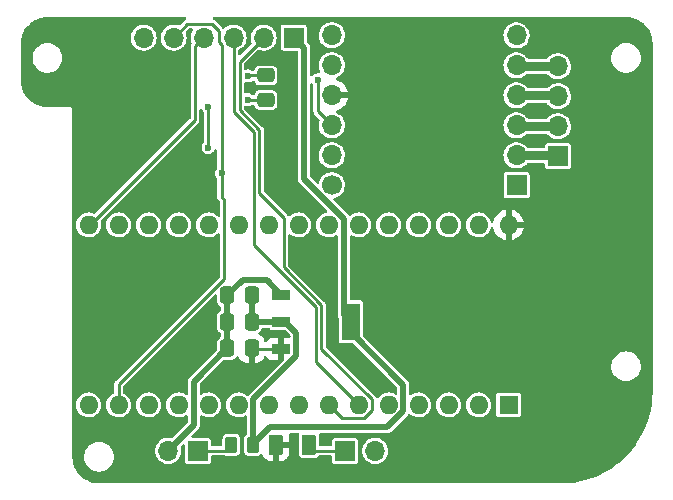
<source format=gbr>
%TF.GenerationSoftware,KiCad,Pcbnew,(6.0.9)*%
%TF.CreationDate,2023-05-28T23:18:01+10:00*%
%TF.ProjectId,SumoNyxPCB2.0,53756d6f-4e79-4785-9043-42322e302e6b,rev?*%
%TF.SameCoordinates,Original*%
%TF.FileFunction,Copper,L1,Top*%
%TF.FilePolarity,Positive*%
%FSLAX46Y46*%
G04 Gerber Fmt 4.6, Leading zero omitted, Abs format (unit mm)*
G04 Created by KiCad (PCBNEW (6.0.9)) date 2023-05-28 23:18:01*
%MOMM*%
%LPD*%
G01*
G04 APERTURE LIST*
G04 Aperture macros list*
%AMRoundRect*
0 Rectangle with rounded corners*
0 $1 Rounding radius*
0 $2 $3 $4 $5 $6 $7 $8 $9 X,Y pos of 4 corners*
0 Add a 4 corners polygon primitive as box body*
4,1,4,$2,$3,$4,$5,$6,$7,$8,$9,$2,$3,0*
0 Add four circle primitives for the rounded corners*
1,1,$1+$1,$2,$3*
1,1,$1+$1,$4,$5*
1,1,$1+$1,$6,$7*
1,1,$1+$1,$8,$9*
0 Add four rect primitives between the rounded corners*
20,1,$1+$1,$2,$3,$4,$5,0*
20,1,$1+$1,$4,$5,$6,$7,0*
20,1,$1+$1,$6,$7,$8,$9,0*
20,1,$1+$1,$8,$9,$2,$3,0*%
G04 Aperture macros list end*
%TA.AperFunction,SMDPad,CuDef*%
%ADD10R,1.549400X0.863600*%
%TD*%
%TA.AperFunction,SMDPad,CuDef*%
%ADD11R,1.549400X3.149600*%
%TD*%
%TA.AperFunction,SMDPad,CuDef*%
%ADD12RoundRect,0.250000X0.262500X0.450000X-0.262500X0.450000X-0.262500X-0.450000X0.262500X-0.450000X0*%
%TD*%
%TA.AperFunction,SMDPad,CuDef*%
%ADD13RoundRect,0.250000X0.375000X0.625000X-0.375000X0.625000X-0.375000X-0.625000X0.375000X-0.625000X0*%
%TD*%
%TA.AperFunction,SMDPad,CuDef*%
%ADD14RoundRect,0.250000X0.475000X-0.337500X0.475000X0.337500X-0.475000X0.337500X-0.475000X-0.337500X0*%
%TD*%
%TA.AperFunction,SMDPad,CuDef*%
%ADD15RoundRect,0.250000X-0.337500X-0.475000X0.337500X-0.475000X0.337500X0.475000X-0.337500X0.475000X0*%
%TD*%
%TA.AperFunction,ComponentPad*%
%ADD16O,1.700000X1.700000*%
%TD*%
%TA.AperFunction,ComponentPad*%
%ADD17C,1.700000*%
%TD*%
%TA.AperFunction,ComponentPad*%
%ADD18R,1.700000X1.700000*%
%TD*%
%TA.AperFunction,ComponentPad*%
%ADD19R,1.600000X1.600000*%
%TD*%
%TA.AperFunction,ComponentPad*%
%ADD20O,1.600000X1.600000*%
%TD*%
%TA.AperFunction,ViaPad*%
%ADD21C,0.600000*%
%TD*%
%TA.AperFunction,Conductor*%
%ADD22C,0.500000*%
%TD*%
%TA.AperFunction,Conductor*%
%ADD23C,0.250000*%
%TD*%
%TA.AperFunction,Conductor*%
%ADD24C,0.800000*%
%TD*%
G04 APERTURE END LIST*
D10*
%TO.P,U1,1,ADJ/GND*%
%TO.N,GND*%
X178066300Y-87510100D03*
%TO.P,U1,2,OUTPUT*%
%TO.N,+5V*%
X178066300Y-89821500D03*
%TO.P,U1,3,INPUT*%
%TO.N,+7.5V*%
X178066300Y-92132900D03*
D11*
%TO.P,U1,4,VOUT*%
%TO.N,+5V*%
X183933700Y-89821500D03*
%TD*%
D12*
%TO.P,R2,1*%
%TO.N,+5V*%
X175662500Y-100250000D03*
%TO.P,R2,2*%
%TO.N,Net-(J4-Pad1)*%
X173837500Y-100250000D03*
%TD*%
D13*
%TO.P,F1,1*%
%TO.N,Net-(J2-Pad1)*%
X180400000Y-100250000D03*
%TO.P,F1,2*%
%TO.N,+7.5V*%
X177600000Y-100250000D03*
%TD*%
D14*
%TO.P,C8,1*%
%TO.N,GND*%
X176750000Y-71037500D03*
%TO.P,C8,2*%
%TO.N,+3.3V*%
X176750000Y-68962500D03*
%TD*%
D15*
%TO.P,C6,1*%
%TO.N,GND*%
X173462500Y-87571500D03*
%TO.P,C6,2*%
%TO.N,+5V*%
X175537500Y-87571500D03*
%TD*%
%TO.P,C4,1*%
%TO.N,GND*%
X173462500Y-92071500D03*
%TO.P,C4,2*%
%TO.N,+7.5V*%
X175537500Y-92071500D03*
%TD*%
%TO.P,C1,1*%
%TO.N,GND*%
X173462500Y-89821500D03*
%TO.P,C1,2*%
%TO.N,+5V*%
X175537500Y-89821500D03*
%TD*%
D16*
%TO.P,U3,12,AIN1*%
%TO.N,Net-(A1-Pad8)*%
X182335000Y-65555000D03*
%TO.P,U3,11,AIN2*%
%TO.N,Net-(A1-Pad9)*%
X182335000Y-68095000D03*
%TO.P,U3,10,VM*%
%TO.N,+7.5V*%
X182335000Y-70635000D03*
%TO.P,U3,9,GND*%
%TO.N,GND*%
X182335000Y-73175000D03*
%TO.P,U3,8,BIN1*%
%TO.N,Net-(A1-Pad12)*%
X182335000Y-75715000D03*
D17*
%TO.P,U3,7,BIN2*%
%TO.N,Net-(A1-Pad13)*%
X182335000Y-78255000D03*
D16*
%TO.P,U3,6,nFAULT*%
%TO.N,unconnected-(U3-Pad6)*%
X197975000Y-65565000D03*
%TO.P,U3,5,BOUT2*%
%TO.N,/MOTB2*%
X197975000Y-68105000D03*
%TO.P,U3,4,BOUT1*%
%TO.N,/MOTB1*%
X197975000Y-70645000D03*
%TO.P,U3,3,AOUT2*%
%TO.N,/MOTA2*%
X197975000Y-73185000D03*
%TO.P,U3,2,AOUT1*%
%TO.N,/MOTA1*%
X197975000Y-75725000D03*
D18*
%TO.P,U3,1,nSLEEP*%
%TO.N,unconnected-(U3-Pad1)*%
X197975000Y-78265000D03*
%TD*%
D16*
%TO.P,J3,4,Pin_4*%
%TO.N,/MOTB2*%
X201475000Y-68180000D03*
%TO.P,J3,3,Pin_3*%
%TO.N,/MOTB1*%
X201475000Y-70720000D03*
%TO.P,J3,2,Pin_2*%
%TO.N,/MOTA2*%
X201475000Y-73260000D03*
D18*
%TO.P,J3,1,Pin_1*%
%TO.N,/MOTA1*%
X201475000Y-75800000D03*
%TD*%
%TO.P,J4,1,Pin_1*%
%TO.N,Net-(J4-Pad1)*%
X171010000Y-100750000D03*
D16*
%TO.P,J4,2,Pin_2*%
%TO.N,GND*%
X168470000Y-100750000D03*
%TD*%
D18*
%TO.P,J2,1,Pin_1*%
%TO.N,Net-(J2-Pad1)*%
X183460000Y-100750000D03*
D16*
%TO.P,J2,2,Pin_2*%
%TO.N,GND*%
X186000000Y-100750000D03*
%TD*%
D18*
%TO.P,J1,1,Pin_1*%
%TO.N,+5V*%
X179100000Y-65750000D03*
D16*
%TO.P,J1,2,Pin_2*%
%TO.N,Net-(A1-Pad7)*%
X176560000Y-65750000D03*
%TO.P,J1,3,Pin_3*%
%TO.N,Net-(A1-Pad6)*%
X174020000Y-65750000D03*
%TO.P,J1,4,Pin_4*%
%TO.N,Net-(A1-Pad16)*%
X171480000Y-65750000D03*
%TO.P,J1,5,Pin_5*%
%TO.N,Net-(A1-Pad14)*%
X168940000Y-65750000D03*
%TO.P,J1,6,Pin_6*%
%TO.N,GND*%
X166400000Y-65750000D03*
%TD*%
D19*
%TO.P,A1,1,D1/TX*%
%TO.N,unconnected-(A1-Pad1)*%
X197300000Y-96860000D03*
D20*
%TO.P,A1,2,D0/RX*%
%TO.N,unconnected-(A1-Pad2)*%
X194760000Y-96860000D03*
%TO.P,A1,3,~{RESET}*%
%TO.N,unconnected-(A1-Pad3)*%
X192220000Y-96860000D03*
%TO.P,A1,4,GND*%
%TO.N,GND*%
X189680000Y-96860000D03*
%TO.P,A1,5,D2*%
%TO.N,unconnected-(A1-Pad5)*%
X187140000Y-96860000D03*
%TO.P,A1,6,D3*%
%TO.N,Net-(A1-Pad6)*%
X184600000Y-96860000D03*
%TO.P,A1,7,D4*%
%TO.N,Net-(A1-Pad7)*%
X182060000Y-96860000D03*
%TO.P,A1,8,D5*%
%TO.N,Net-(A1-Pad8)*%
X179520000Y-96860000D03*
%TO.P,A1,9,D6*%
%TO.N,Net-(A1-Pad9)*%
X176980000Y-96860000D03*
%TO.P,A1,10,D7*%
%TO.N,Net-(A1-Pad10)*%
X174440000Y-96860000D03*
%TO.P,A1,11,D8*%
%TO.N,Net-(A1-Pad11)*%
X171900000Y-96860000D03*
%TO.P,A1,12,D9*%
%TO.N,Net-(A1-Pad12)*%
X169360000Y-96860000D03*
%TO.P,A1,13,D10*%
%TO.N,Net-(A1-Pad13)*%
X166820000Y-96860000D03*
%TO.P,A1,14,D11*%
%TO.N,Net-(A1-Pad14)*%
X164280000Y-96860000D03*
%TO.P,A1,15,D12*%
%TO.N,Net-(A1-Pad15)*%
X161740000Y-96860000D03*
%TO.P,A1,16,D13*%
%TO.N,Net-(A1-Pad16)*%
X161740000Y-81620000D03*
%TO.P,A1,17,3V3*%
%TO.N,+3.3V*%
X164280000Y-81620000D03*
%TO.P,A1,18,AREF*%
%TO.N,unconnected-(A1-Pad18)*%
X166820000Y-81620000D03*
%TO.P,A1,19,A0*%
%TO.N,unconnected-(A1-Pad19)*%
X169360000Y-81620000D03*
%TO.P,A1,20,A1*%
%TO.N,unconnected-(A1-Pad20)*%
X171900000Y-81620000D03*
%TO.P,A1,21,A2*%
%TO.N,unconnected-(A1-Pad21)*%
X174440000Y-81620000D03*
%TO.P,A1,22,A3*%
%TO.N,unconnected-(A1-Pad22)*%
X176980000Y-81620000D03*
%TO.P,A1,23,A4*%
%TO.N,unconnected-(A1-Pad23)*%
X179520000Y-81620000D03*
%TO.P,A1,24,A5*%
%TO.N,unconnected-(A1-Pad24)*%
X182060000Y-81620000D03*
%TO.P,A1,25,A6*%
%TO.N,unconnected-(A1-Pad25)*%
X184600000Y-81620000D03*
%TO.P,A1,26,A7*%
%TO.N,unconnected-(A1-Pad26)*%
X187140000Y-81620000D03*
%TO.P,A1,27,+5V*%
%TO.N,unconnected-(A1-Pad27)*%
X189680000Y-81620000D03*
%TO.P,A1,28,~{RESET}*%
%TO.N,unconnected-(A1-Pad28)*%
X192220000Y-81620000D03*
%TO.P,A1,29,GND*%
%TO.N,GND*%
X194760000Y-81620000D03*
%TO.P,A1,30,VIN*%
%TO.N,+7.5V*%
X197300000Y-81620000D03*
%TD*%
D21*
%TO.N,+3.3V*%
X171867299Y-71617299D03*
X171867299Y-75064500D03*
%TO.N,GND*%
X181160000Y-69340000D03*
X175250000Y-71000000D03*
%TO.N,+3.3V*%
X175250000Y-69000000D03*
%TO.N,Net-(A1-Pad14)*%
X173000000Y-77250000D03*
%TD*%
D22*
%TO.N,+5V*%
X175690000Y-100222500D02*
X175662500Y-100250000D01*
X179341000Y-92731233D02*
X175690000Y-96382233D01*
X178409200Y-89821500D02*
X179341000Y-90753300D01*
X178066300Y-89821500D02*
X178409200Y-89821500D01*
X179341000Y-90753300D02*
X179341000Y-92731233D01*
X175690000Y-96382233D02*
X175690000Y-100222500D01*
%TO.N,GND*%
X170650000Y-94884000D02*
X170650000Y-98570000D01*
X170650000Y-98570000D02*
X168470000Y-100750000D01*
X173462500Y-92071500D02*
X170650000Y-94884000D01*
%TO.N,+5V*%
X177110051Y-98750000D02*
X175662500Y-100197551D01*
X187017767Y-98750000D02*
X177110051Y-98750000D01*
X188390000Y-97377767D02*
X187017767Y-98750000D01*
X183933700Y-90683700D02*
X188390000Y-95140000D01*
X188390000Y-95140000D02*
X188390000Y-97377767D01*
X183933700Y-89821500D02*
X183933700Y-90683700D01*
D23*
%TO.N,Net-(A1-Pad7)*%
X183185000Y-97985000D02*
X182060000Y-96860000D01*
X185725000Y-97325991D02*
X185065991Y-97985000D01*
X185725000Y-96394009D02*
X185725000Y-97325991D01*
X181450000Y-92119009D02*
X185725000Y-96394009D01*
X176200000Y-78950000D02*
X178250000Y-81000000D01*
X181450000Y-88400904D02*
X181450000Y-92119009D01*
X174525000Y-71888604D02*
X176200000Y-73563604D01*
X178250000Y-85200904D02*
X181450000Y-88400904D01*
X174525000Y-67785000D02*
X174525000Y-71888604D01*
X185065991Y-97985000D02*
X183185000Y-97985000D01*
X178250000Y-81000000D02*
X178250000Y-85200904D01*
X176560000Y-65750000D02*
X174525000Y-67785000D01*
X176200000Y-73563604D02*
X176200000Y-78950000D01*
%TO.N,Net-(A1-Pad6)*%
X181000000Y-93260000D02*
X184600000Y-96860000D01*
X175750000Y-83337300D02*
X181000000Y-88587300D01*
X181000000Y-88587300D02*
X181000000Y-93260000D01*
X174020000Y-72020000D02*
X175750000Y-73750000D01*
X174020000Y-65750000D02*
X174020000Y-72020000D01*
X175750000Y-73750000D02*
X175750000Y-83337300D01*
%TO.N,Net-(A1-Pad14)*%
X164280000Y-95128327D02*
X164280000Y-96860000D01*
X173250000Y-86158327D02*
X164280000Y-95128327D01*
X173250000Y-79500000D02*
X173250000Y-86158327D01*
X173000000Y-77250000D02*
X173000000Y-79250000D01*
X173000000Y-79250000D02*
X173250000Y-79500000D01*
X170115000Y-64575000D02*
X168940000Y-65750000D01*
X172156701Y-64575000D02*
X170115000Y-64575000D01*
X172750000Y-65168299D02*
X172156701Y-64575000D01*
X172750000Y-66141701D02*
X172750000Y-65168299D01*
X173000000Y-66391701D02*
X172750000Y-66141701D01*
X173000000Y-77250000D02*
X173000000Y-66391701D01*
D24*
%TO.N,/MOTB2*%
X201475000Y-68180000D02*
X198050000Y-68180000D01*
X198050000Y-68180000D02*
X197975000Y-68105000D01*
%TO.N,/MOTB1*%
X197975000Y-70645000D02*
X201400000Y-70645000D01*
%TO.N,/MOTA2*%
X201475000Y-73260000D02*
X198050000Y-73260000D01*
X198050000Y-73260000D02*
X197975000Y-73185000D01*
%TO.N,/MOTA1*%
X197975000Y-75725000D02*
X201400000Y-75725000D01*
D22*
%TO.N,+5V*%
X180000000Y-66650000D02*
X179100000Y-65750000D01*
D23*
%TO.N,Net-(A1-Pad16)*%
X170750000Y-66480000D02*
X171480000Y-65750000D01*
X161740000Y-81620000D02*
X161880000Y-81620000D01*
X161880000Y-81620000D02*
X170750000Y-72750000D01*
X170750000Y-72750000D02*
X170750000Y-66480000D01*
D22*
%TO.N,+5V*%
X183933700Y-89821500D02*
X183350000Y-89237800D01*
X183350000Y-81100000D02*
X182500000Y-80250000D01*
X183350000Y-89237800D02*
X183350000Y-81100000D01*
X182500000Y-80250000D02*
X182491522Y-80250000D01*
X182491522Y-80250000D02*
X180000000Y-77758478D01*
X180000000Y-77758478D02*
X180000000Y-66650000D01*
%TO.N,GND*%
X174784000Y-86250000D02*
X173462500Y-87571500D01*
X176806200Y-86250000D02*
X174784000Y-86250000D01*
X178066300Y-87510100D02*
X176806200Y-86250000D01*
D23*
%TO.N,+3.3V*%
X171867299Y-71617299D02*
X171867299Y-75064500D01*
%TO.N,GND*%
X181160000Y-72000000D02*
X182335000Y-73175000D01*
X181160000Y-69340000D02*
X181160000Y-72000000D01*
D22*
X173462500Y-89821500D02*
X173462500Y-92071500D01*
X173462500Y-87571500D02*
X173462500Y-89821500D01*
%TO.N,+5V*%
X175537500Y-89821500D02*
X175537500Y-87571500D01*
X175537500Y-89821500D02*
X178066300Y-89821500D01*
X175662500Y-100197551D02*
X175662500Y-100250000D01*
D23*
%TO.N,+7.5V*%
X178066300Y-92132900D02*
X175598900Y-92132900D01*
X175598900Y-92132900D02*
X175537500Y-92071500D01*
X178105000Y-92171600D02*
X178066300Y-92132900D01*
%TO.N,Net-(J2-Pad1)*%
X180900000Y-100750000D02*
X183460000Y-100750000D01*
X180400000Y-100250000D02*
X180900000Y-100750000D01*
%TO.N,Net-(J4-Pad1)*%
X173337500Y-100750000D02*
X171010000Y-100750000D01*
X173837500Y-100250000D02*
X173337500Y-100750000D01*
%TO.N,+3.3V*%
X175287500Y-68962500D02*
X176750000Y-68962500D01*
X175250000Y-69000000D02*
X175287500Y-68962500D01*
%TO.N,GND*%
X175287500Y-71037500D02*
X176750000Y-71037500D01*
X175250000Y-71000000D02*
X175287500Y-71037500D01*
D24*
%TO.N,/MOTA1*%
X201400000Y-75725000D02*
X201475000Y-75800000D01*
%TO.N,/MOTB1*%
X201400000Y-70645000D02*
X201475000Y-70720000D01*
%TD*%
%TA.AperFunction,Conductor*%
%TO.N,+7.5V*%
G36*
X169965012Y-64020185D02*
G01*
X170010767Y-64072989D01*
X170020711Y-64142147D01*
X169991686Y-64205703D01*
X169956854Y-64233628D01*
X169950290Y-64237170D01*
X169947041Y-64238923D01*
X169941840Y-64241574D01*
X169896100Y-64263537D01*
X169891869Y-64267094D01*
X169889983Y-64268980D01*
X169888053Y-64270751D01*
X169888000Y-64270779D01*
X169887883Y-64270652D01*
X169887326Y-64271143D01*
X169881671Y-64274194D01*
X169874711Y-64281723D01*
X169874710Y-64281724D01*
X169845447Y-64313381D01*
X169842072Y-64316891D01*
X169465177Y-64693786D01*
X169403854Y-64727271D01*
X169331547Y-64721277D01*
X169326840Y-64719399D01*
X169253898Y-64690298D01*
X169248317Y-64689188D01*
X169248314Y-64689187D01*
X169175045Y-64674613D01*
X169055526Y-64650839D01*
X169049839Y-64650765D01*
X169049834Y-64650764D01*
X168858975Y-64648266D01*
X168858970Y-64648266D01*
X168853286Y-64648192D01*
X168847682Y-64649155D01*
X168847681Y-64649155D01*
X168659546Y-64681482D01*
X168659543Y-64681483D01*
X168653949Y-64682444D01*
X168632660Y-64690298D01*
X168469521Y-64750483D01*
X168469517Y-64750485D01*
X168464193Y-64752449D01*
X168459310Y-64755354D01*
X168459308Y-64755355D01*
X168295262Y-64852952D01*
X168290371Y-64855862D01*
X168138305Y-64989220D01*
X168013089Y-65148057D01*
X168010442Y-65153088D01*
X168004793Y-65163825D01*
X167918914Y-65327053D01*
X167917229Y-65332479D01*
X167917228Y-65332482D01*
X167907569Y-65363591D01*
X167858937Y-65520213D01*
X167835164Y-65721069D01*
X167835535Y-65726731D01*
X167835535Y-65726735D01*
X167840821Y-65807387D01*
X167848392Y-65922894D01*
X167898178Y-66118928D01*
X167900554Y-66124082D01*
X167973716Y-66282780D01*
X167982856Y-66302607D01*
X168099588Y-66467780D01*
X168244466Y-66608913D01*
X168412637Y-66721282D01*
X168598470Y-66801122D01*
X168610376Y-66803816D01*
X168790193Y-66844505D01*
X168790195Y-66844505D01*
X168795740Y-66845760D01*
X168913135Y-66850372D01*
X168992161Y-66853477D01*
X168992163Y-66853477D01*
X168997842Y-66853700D01*
X169003462Y-66852885D01*
X169003465Y-66852885D01*
X169192387Y-66825493D01*
X169192389Y-66825493D01*
X169198007Y-66824678D01*
X169203384Y-66822853D01*
X169203387Y-66822852D01*
X169307868Y-66787385D01*
X169389531Y-66759664D01*
X169528688Y-66681733D01*
X169561048Y-66663611D01*
X169561050Y-66663610D01*
X169566001Y-66660837D01*
X169603466Y-66629678D01*
X169717138Y-66535137D01*
X169721505Y-66531505D01*
X169783931Y-66456446D01*
X169847206Y-66380367D01*
X169847207Y-66380366D01*
X169850837Y-66376001D01*
X169859462Y-66360601D01*
X169910022Y-66270317D01*
X169949664Y-66199531D01*
X170010780Y-66019491D01*
X170012852Y-66013387D01*
X170012853Y-66013384D01*
X170014678Y-66008007D01*
X170024313Y-65941556D01*
X170043176Y-65811458D01*
X170043176Y-65811453D01*
X170043700Y-65807842D01*
X170045215Y-65750000D01*
X170026708Y-65548591D01*
X169971807Y-65353926D01*
X169971111Y-65352515D01*
X169965574Y-65284206D01*
X169999304Y-65221733D01*
X170234218Y-64986819D01*
X170295541Y-64953334D01*
X170321899Y-64950500D01*
X170453624Y-64950500D01*
X170520663Y-64970185D01*
X170566418Y-65022989D01*
X170576362Y-65092147D01*
X170557621Y-65142032D01*
X170556607Y-65143594D01*
X170553089Y-65148057D01*
X170550445Y-65153083D01*
X170550444Y-65153084D01*
X170537531Y-65177627D01*
X170458914Y-65327053D01*
X170457229Y-65332479D01*
X170457228Y-65332482D01*
X170447569Y-65363591D01*
X170398937Y-65520213D01*
X170375164Y-65721069D01*
X170375535Y-65726731D01*
X170375535Y-65726735D01*
X170380821Y-65807387D01*
X170388392Y-65922894D01*
X170438178Y-66118928D01*
X170440552Y-66124078D01*
X170440554Y-66124083D01*
X170450012Y-66144598D01*
X170460202Y-66213721D01*
X170434781Y-66273280D01*
X170416397Y-66296600D01*
X170413395Y-66305149D01*
X170408128Y-66312519D01*
X170393749Y-66360601D01*
X170393594Y-66361118D01*
X170391788Y-66366676D01*
X170377962Y-66406049D01*
X170374977Y-66414548D01*
X170374500Y-66420055D01*
X170374500Y-66422739D01*
X170374387Y-66425341D01*
X170374365Y-66425415D01*
X170374196Y-66425408D01*
X170374150Y-66426133D01*
X170372310Y-66432287D01*
X170372712Y-66442526D01*
X170372712Y-66442529D01*
X170374404Y-66485581D01*
X170374500Y-66490449D01*
X170374500Y-72543101D01*
X170354815Y-72610140D01*
X170338181Y-72630782D01*
X162326704Y-80642259D01*
X162265381Y-80675744D01*
X162195689Y-80670760D01*
X162180054Y-80663658D01*
X162149055Y-80646897D01*
X162139991Y-80644091D01*
X161958046Y-80587770D01*
X161958047Y-80587770D01*
X161952254Y-80585977D01*
X161747369Y-80564443D01*
X161741336Y-80564992D01*
X161741332Y-80564992D01*
X161615721Y-80576424D01*
X161542203Y-80583114D01*
X161536390Y-80584825D01*
X161536389Y-80584825D01*
X161532475Y-80585977D01*
X161344572Y-80641280D01*
X161278649Y-80675744D01*
X161167374Y-80733917D01*
X161167370Y-80733920D01*
X161162002Y-80736726D01*
X161157279Y-80740523D01*
X161157278Y-80740524D01*
X161049950Y-80826818D01*
X161001447Y-80865815D01*
X160982098Y-80888874D01*
X160873804Y-81017934D01*
X160869024Y-81023630D01*
X160769776Y-81204162D01*
X160767942Y-81209944D01*
X160767941Y-81209946D01*
X160718438Y-81366000D01*
X160707484Y-81400532D01*
X160684520Y-81605262D01*
X160701759Y-81810553D01*
X160758544Y-82008586D01*
X160761316Y-82013981D01*
X160761317Y-82013982D01*
X160786941Y-82063841D01*
X160852712Y-82191818D01*
X160856480Y-82196572D01*
X160923340Y-82280928D01*
X160980677Y-82353270D01*
X160985296Y-82357201D01*
X161132950Y-82482865D01*
X161132955Y-82482869D01*
X161137564Y-82486791D01*
X161317398Y-82587297D01*
X161513329Y-82650959D01*
X161519347Y-82651677D01*
X161519349Y-82651677D01*
X161661410Y-82668616D01*
X161717894Y-82675351D01*
X161723938Y-82674886D01*
X161723939Y-82674886D01*
X161785266Y-82670167D01*
X161923300Y-82659546D01*
X162057840Y-82621982D01*
X162115885Y-82605776D01*
X162115889Y-82605774D01*
X162121725Y-82604145D01*
X162305610Y-82511258D01*
X162467951Y-82384424D01*
X162471907Y-82379840D01*
X162471911Y-82379837D01*
X162598602Y-82233062D01*
X162602564Y-82228472D01*
X162623387Y-82191818D01*
X162701327Y-82054618D01*
X162704323Y-82049344D01*
X162758217Y-81887332D01*
X162767439Y-81859611D01*
X162767439Y-81859610D01*
X162769351Y-81853863D01*
X162773158Y-81823732D01*
X162794736Y-81652919D01*
X162794736Y-81652915D01*
X162795171Y-81649474D01*
X162795583Y-81620000D01*
X162794138Y-81605262D01*
X163224520Y-81605262D01*
X163241759Y-81810553D01*
X163298544Y-82008586D01*
X163301316Y-82013981D01*
X163301317Y-82013982D01*
X163326941Y-82063841D01*
X163392712Y-82191818D01*
X163396480Y-82196572D01*
X163463340Y-82280928D01*
X163520677Y-82353270D01*
X163525296Y-82357201D01*
X163672950Y-82482865D01*
X163672955Y-82482869D01*
X163677564Y-82486791D01*
X163857398Y-82587297D01*
X164053329Y-82650959D01*
X164059347Y-82651677D01*
X164059349Y-82651677D01*
X164201410Y-82668616D01*
X164257894Y-82675351D01*
X164263938Y-82674886D01*
X164263939Y-82674886D01*
X164325266Y-82670167D01*
X164463300Y-82659546D01*
X164597840Y-82621982D01*
X164655885Y-82605776D01*
X164655889Y-82605774D01*
X164661725Y-82604145D01*
X164845610Y-82511258D01*
X165007951Y-82384424D01*
X165011907Y-82379840D01*
X165011911Y-82379837D01*
X165138602Y-82233062D01*
X165142564Y-82228472D01*
X165163387Y-82191818D01*
X165241327Y-82054618D01*
X165244323Y-82049344D01*
X165298217Y-81887332D01*
X165307439Y-81859611D01*
X165307439Y-81859610D01*
X165309351Y-81853863D01*
X165313158Y-81823732D01*
X165334736Y-81652919D01*
X165334736Y-81652915D01*
X165335171Y-81649474D01*
X165335583Y-81620000D01*
X165334138Y-81605262D01*
X165764520Y-81605262D01*
X165781759Y-81810553D01*
X165838544Y-82008586D01*
X165841316Y-82013981D01*
X165841317Y-82013982D01*
X165866941Y-82063841D01*
X165932712Y-82191818D01*
X165936480Y-82196572D01*
X166003340Y-82280928D01*
X166060677Y-82353270D01*
X166065296Y-82357201D01*
X166212950Y-82482865D01*
X166212955Y-82482869D01*
X166217564Y-82486791D01*
X166397398Y-82587297D01*
X166593329Y-82650959D01*
X166599347Y-82651677D01*
X166599349Y-82651677D01*
X166741410Y-82668616D01*
X166797894Y-82675351D01*
X166803938Y-82674886D01*
X166803939Y-82674886D01*
X166865266Y-82670167D01*
X167003300Y-82659546D01*
X167137840Y-82621982D01*
X167195885Y-82605776D01*
X167195889Y-82605774D01*
X167201725Y-82604145D01*
X167385610Y-82511258D01*
X167547951Y-82384424D01*
X167551907Y-82379840D01*
X167551911Y-82379837D01*
X167678602Y-82233062D01*
X167682564Y-82228472D01*
X167703387Y-82191818D01*
X167781327Y-82054618D01*
X167784323Y-82049344D01*
X167838217Y-81887332D01*
X167847439Y-81859611D01*
X167847439Y-81859610D01*
X167849351Y-81853863D01*
X167853158Y-81823732D01*
X167874736Y-81652919D01*
X167874736Y-81652915D01*
X167875171Y-81649474D01*
X167875583Y-81620000D01*
X167874138Y-81605262D01*
X168304520Y-81605262D01*
X168321759Y-81810553D01*
X168378544Y-82008586D01*
X168381316Y-82013981D01*
X168381317Y-82013982D01*
X168406941Y-82063841D01*
X168472712Y-82191818D01*
X168476480Y-82196572D01*
X168543340Y-82280928D01*
X168600677Y-82353270D01*
X168605296Y-82357201D01*
X168752950Y-82482865D01*
X168752955Y-82482869D01*
X168757564Y-82486791D01*
X168937398Y-82587297D01*
X169133329Y-82650959D01*
X169139347Y-82651677D01*
X169139349Y-82651677D01*
X169281410Y-82668616D01*
X169337894Y-82675351D01*
X169343938Y-82674886D01*
X169343939Y-82674886D01*
X169405266Y-82670167D01*
X169543300Y-82659546D01*
X169677840Y-82621982D01*
X169735885Y-82605776D01*
X169735889Y-82605774D01*
X169741725Y-82604145D01*
X169925610Y-82511258D01*
X170087951Y-82384424D01*
X170091907Y-82379840D01*
X170091911Y-82379837D01*
X170218602Y-82233062D01*
X170222564Y-82228472D01*
X170243387Y-82191818D01*
X170321327Y-82054618D01*
X170324323Y-82049344D01*
X170378217Y-81887332D01*
X170387439Y-81859611D01*
X170387439Y-81859610D01*
X170389351Y-81853863D01*
X170393158Y-81823732D01*
X170414736Y-81652919D01*
X170414736Y-81652915D01*
X170415171Y-81649474D01*
X170415583Y-81620000D01*
X170395480Y-81414970D01*
X170389376Y-81394753D01*
X170337688Y-81223555D01*
X170335935Y-81217749D01*
X170239218Y-81035849D01*
X170109011Y-80876200D01*
X170096378Y-80865749D01*
X169954946Y-80748746D01*
X169954945Y-80748745D01*
X169950275Y-80744882D01*
X169769055Y-80646897D01*
X169759991Y-80644091D01*
X169578046Y-80587770D01*
X169578047Y-80587770D01*
X169572254Y-80585977D01*
X169367369Y-80564443D01*
X169361336Y-80564992D01*
X169361332Y-80564992D01*
X169235721Y-80576424D01*
X169162203Y-80583114D01*
X169156390Y-80584825D01*
X169156389Y-80584825D01*
X169152475Y-80585977D01*
X168964572Y-80641280D01*
X168898649Y-80675744D01*
X168787374Y-80733917D01*
X168787370Y-80733920D01*
X168782002Y-80736726D01*
X168777279Y-80740523D01*
X168777278Y-80740524D01*
X168669950Y-80826818D01*
X168621447Y-80865815D01*
X168602098Y-80888874D01*
X168493804Y-81017934D01*
X168489024Y-81023630D01*
X168389776Y-81204162D01*
X168387942Y-81209944D01*
X168387941Y-81209946D01*
X168338438Y-81366000D01*
X168327484Y-81400532D01*
X168304520Y-81605262D01*
X167874138Y-81605262D01*
X167855480Y-81414970D01*
X167849376Y-81394753D01*
X167797688Y-81223555D01*
X167795935Y-81217749D01*
X167699218Y-81035849D01*
X167569011Y-80876200D01*
X167556378Y-80865749D01*
X167414946Y-80748746D01*
X167414945Y-80748745D01*
X167410275Y-80744882D01*
X167229055Y-80646897D01*
X167219991Y-80644091D01*
X167038046Y-80587770D01*
X167038047Y-80587770D01*
X167032254Y-80585977D01*
X166827369Y-80564443D01*
X166821336Y-80564992D01*
X166821332Y-80564992D01*
X166695721Y-80576424D01*
X166622203Y-80583114D01*
X166616390Y-80584825D01*
X166616389Y-80584825D01*
X166612475Y-80585977D01*
X166424572Y-80641280D01*
X166358649Y-80675744D01*
X166247374Y-80733917D01*
X166247370Y-80733920D01*
X166242002Y-80736726D01*
X166237279Y-80740523D01*
X166237278Y-80740524D01*
X166129950Y-80826818D01*
X166081447Y-80865815D01*
X166062098Y-80888874D01*
X165953804Y-81017934D01*
X165949024Y-81023630D01*
X165849776Y-81204162D01*
X165847942Y-81209944D01*
X165847941Y-81209946D01*
X165798438Y-81366000D01*
X165787484Y-81400532D01*
X165764520Y-81605262D01*
X165334138Y-81605262D01*
X165315480Y-81414970D01*
X165309376Y-81394753D01*
X165257688Y-81223555D01*
X165255935Y-81217749D01*
X165159218Y-81035849D01*
X165029011Y-80876200D01*
X165016378Y-80865749D01*
X164874946Y-80748746D01*
X164874945Y-80748745D01*
X164870275Y-80744882D01*
X164689055Y-80646897D01*
X164679991Y-80644091D01*
X164498046Y-80587770D01*
X164498047Y-80587770D01*
X164492254Y-80585977D01*
X164287369Y-80564443D01*
X164281336Y-80564992D01*
X164281332Y-80564992D01*
X164155721Y-80576424D01*
X164082203Y-80583114D01*
X164076390Y-80584825D01*
X164076389Y-80584825D01*
X164072475Y-80585977D01*
X163884572Y-80641280D01*
X163818649Y-80675744D01*
X163707374Y-80733917D01*
X163707370Y-80733920D01*
X163702002Y-80736726D01*
X163697279Y-80740523D01*
X163697278Y-80740524D01*
X163589950Y-80826818D01*
X163541447Y-80865815D01*
X163522098Y-80888874D01*
X163413804Y-81017934D01*
X163409024Y-81023630D01*
X163309776Y-81204162D01*
X163307942Y-81209944D01*
X163307941Y-81209946D01*
X163258438Y-81366000D01*
X163247484Y-81400532D01*
X163224520Y-81605262D01*
X162794138Y-81605262D01*
X162775480Y-81414970D01*
X162773728Y-81409167D01*
X162773727Y-81409161D01*
X162759962Y-81363571D01*
X162759429Y-81293703D01*
X162790988Y-81240049D01*
X170977839Y-73053198D01*
X170996568Y-73038071D01*
X170997602Y-73037130D01*
X171006210Y-73031572D01*
X171026807Y-73005445D01*
X171030720Y-73001042D01*
X171030650Y-73000983D01*
X171033957Y-72997080D01*
X171037575Y-72993462D01*
X171048681Y-72977920D01*
X171052170Y-72973272D01*
X171083603Y-72933400D01*
X171086605Y-72924851D01*
X171091872Y-72917481D01*
X171106405Y-72868885D01*
X171108211Y-72863328D01*
X171122438Y-72822817D01*
X171122440Y-72822807D01*
X171125023Y-72815452D01*
X171125500Y-72809945D01*
X171125500Y-72807262D01*
X171125613Y-72804660D01*
X171125635Y-72804585D01*
X171125804Y-72804592D01*
X171125850Y-72803868D01*
X171127690Y-72797714D01*
X171126752Y-72773825D01*
X171125596Y-72744420D01*
X171125500Y-72739552D01*
X171125500Y-71888352D01*
X171145185Y-71821313D01*
X171197989Y-71775558D01*
X171267147Y-71765614D01*
X171330703Y-71794639D01*
X171364061Y-71840900D01*
X171386438Y-71894924D01*
X171391385Y-71901371D01*
X171466175Y-71998839D01*
X171491369Y-72064009D01*
X171491799Y-72074326D01*
X171491799Y-74607473D01*
X171472114Y-74674512D01*
X171466175Y-74682960D01*
X171427563Y-74733280D01*
X171386438Y-74786875D01*
X171330969Y-74920791D01*
X171312049Y-75064500D01*
X171330969Y-75208209D01*
X171386438Y-75342125D01*
X171474678Y-75457121D01*
X171589674Y-75545361D01*
X171597186Y-75548472D01*
X171597185Y-75548472D01*
X171716076Y-75597718D01*
X171716078Y-75597719D01*
X171723590Y-75600830D01*
X171867299Y-75619750D01*
X172011008Y-75600830D01*
X172018520Y-75597719D01*
X172018522Y-75597718D01*
X172137413Y-75548472D01*
X172137412Y-75548472D01*
X172144924Y-75545361D01*
X172259920Y-75457121D01*
X172348160Y-75342125D01*
X172385939Y-75250917D01*
X172429779Y-75196513D01*
X172496073Y-75174448D01*
X172563773Y-75191727D01*
X172611384Y-75242864D01*
X172624500Y-75298369D01*
X172624500Y-76792973D01*
X172604815Y-76860012D01*
X172598876Y-76868460D01*
X172519139Y-76972375D01*
X172463670Y-77106291D01*
X172444750Y-77250000D01*
X172463670Y-77393709D01*
X172519139Y-77527625D01*
X172524086Y-77534072D01*
X172598876Y-77631540D01*
X172624070Y-77696710D01*
X172624500Y-77707027D01*
X172624500Y-79196716D01*
X172621953Y-79220651D01*
X172621887Y-79222052D01*
X172619731Y-79232066D01*
X172620935Y-79242239D01*
X172623641Y-79265102D01*
X172623988Y-79270984D01*
X172624078Y-79270977D01*
X172624500Y-79276082D01*
X172624500Y-79281193D01*
X172625339Y-79286233D01*
X172627639Y-79300053D01*
X172628461Y-79305832D01*
X172631789Y-79333946D01*
X172634424Y-79356210D01*
X172638346Y-79364377D01*
X172639833Y-79373313D01*
X172657760Y-79406537D01*
X172663922Y-79417957D01*
X172666574Y-79423160D01*
X172688537Y-79468900D01*
X172692094Y-79473131D01*
X172693980Y-79475017D01*
X172695751Y-79476947D01*
X172695779Y-79477000D01*
X172695652Y-79477117D01*
X172696143Y-79477674D01*
X172699194Y-79483329D01*
X172706723Y-79490289D01*
X172706724Y-79490290D01*
X172738381Y-79519553D01*
X172741891Y-79522928D01*
X172838181Y-79619218D01*
X172871666Y-79680541D01*
X172874500Y-79706899D01*
X172874500Y-80804444D01*
X172854815Y-80871483D01*
X172802011Y-80917238D01*
X172732853Y-80927182D01*
X172669297Y-80898157D01*
X172654408Y-80882817D01*
X172652842Y-80880897D01*
X172652840Y-80880895D01*
X172649011Y-80876200D01*
X172636378Y-80865749D01*
X172494946Y-80748746D01*
X172494945Y-80748745D01*
X172490275Y-80744882D01*
X172309055Y-80646897D01*
X172299991Y-80644091D01*
X172118046Y-80587770D01*
X172118047Y-80587770D01*
X172112254Y-80585977D01*
X171907369Y-80564443D01*
X171901336Y-80564992D01*
X171901332Y-80564992D01*
X171775721Y-80576424D01*
X171702203Y-80583114D01*
X171696390Y-80584825D01*
X171696389Y-80584825D01*
X171692475Y-80585977D01*
X171504572Y-80641280D01*
X171438649Y-80675744D01*
X171327374Y-80733917D01*
X171327370Y-80733920D01*
X171322002Y-80736726D01*
X171317279Y-80740523D01*
X171317278Y-80740524D01*
X171209950Y-80826818D01*
X171161447Y-80865815D01*
X171142098Y-80888874D01*
X171033804Y-81017934D01*
X171029024Y-81023630D01*
X170929776Y-81204162D01*
X170927942Y-81209944D01*
X170927941Y-81209946D01*
X170878438Y-81366000D01*
X170867484Y-81400532D01*
X170844520Y-81605262D01*
X170861759Y-81810553D01*
X170918544Y-82008586D01*
X170921316Y-82013981D01*
X170921317Y-82013982D01*
X170946941Y-82063841D01*
X171012712Y-82191818D01*
X171016480Y-82196572D01*
X171083340Y-82280928D01*
X171140677Y-82353270D01*
X171145296Y-82357201D01*
X171292950Y-82482865D01*
X171292955Y-82482869D01*
X171297564Y-82486791D01*
X171477398Y-82587297D01*
X171673329Y-82650959D01*
X171679347Y-82651677D01*
X171679349Y-82651677D01*
X171821410Y-82668616D01*
X171877894Y-82675351D01*
X171883938Y-82674886D01*
X171883939Y-82674886D01*
X171945266Y-82670167D01*
X172083300Y-82659546D01*
X172217840Y-82621982D01*
X172275885Y-82605776D01*
X172275889Y-82605774D01*
X172281725Y-82604145D01*
X172465610Y-82511258D01*
X172627951Y-82384424D01*
X172631915Y-82379832D01*
X172656632Y-82351197D01*
X172715337Y-82313310D01*
X172785207Y-82313176D01*
X172844057Y-82350838D01*
X172873204Y-82414338D01*
X172874500Y-82432220D01*
X172874500Y-85951428D01*
X172854815Y-86018467D01*
X172838181Y-86039109D01*
X164052161Y-94825129D01*
X164033432Y-94840256D01*
X164032398Y-94841197D01*
X164023790Y-94846755D01*
X164017448Y-94854800D01*
X164003193Y-94872882D01*
X163999280Y-94877285D01*
X163999350Y-94877344D01*
X163996043Y-94881247D01*
X163992425Y-94884865D01*
X163981321Y-94900404D01*
X163977830Y-94905055D01*
X163946397Y-94944927D01*
X163943395Y-94953476D01*
X163938128Y-94960846D01*
X163929398Y-94990039D01*
X163923594Y-95009445D01*
X163921788Y-95015003D01*
X163904977Y-95062875D01*
X163904500Y-95068382D01*
X163904500Y-95071066D01*
X163904387Y-95073668D01*
X163904365Y-95073742D01*
X163904196Y-95073735D01*
X163904150Y-95074460D01*
X163902310Y-95080614D01*
X163902712Y-95090853D01*
X163902712Y-95090856D01*
X163904404Y-95133908D01*
X163904500Y-95138776D01*
X163904500Y-95795765D01*
X163884815Y-95862804D01*
X163837949Y-95905654D01*
X163707374Y-95973917D01*
X163707370Y-95973920D01*
X163702002Y-95976726D01*
X163697279Y-95980523D01*
X163697278Y-95980524D01*
X163583888Y-96071692D01*
X163541447Y-96105815D01*
X163409024Y-96263630D01*
X163309776Y-96444162D01*
X163247484Y-96640532D01*
X163240731Y-96700738D01*
X163228543Y-96809399D01*
X163224520Y-96845262D01*
X163241759Y-97050553D01*
X163298544Y-97248586D01*
X163301316Y-97253981D01*
X163301317Y-97253982D01*
X163319491Y-97289344D01*
X163392712Y-97431818D01*
X163396480Y-97436572D01*
X163511298Y-97581436D01*
X163520677Y-97593270D01*
X163525296Y-97597201D01*
X163672950Y-97722865D01*
X163672955Y-97722869D01*
X163677564Y-97726791D01*
X163857398Y-97827297D01*
X164053329Y-97890959D01*
X164059347Y-97891677D01*
X164059349Y-97891677D01*
X164201410Y-97908616D01*
X164257894Y-97915351D01*
X164263938Y-97914886D01*
X164263939Y-97914886D01*
X164336391Y-97909311D01*
X164463300Y-97899546D01*
X164548596Y-97875731D01*
X164655885Y-97845776D01*
X164655889Y-97845774D01*
X164661725Y-97844145D01*
X164845610Y-97751258D01*
X165007951Y-97624424D01*
X165011907Y-97619840D01*
X165011911Y-97619837D01*
X165138602Y-97473062D01*
X165142564Y-97468472D01*
X165145662Y-97463020D01*
X165241327Y-97294618D01*
X165244323Y-97289344D01*
X165309351Y-97093863D01*
X165314823Y-97050553D01*
X165334736Y-96892919D01*
X165334736Y-96892915D01*
X165335171Y-96889474D01*
X165335583Y-96860000D01*
X165334138Y-96845262D01*
X165764520Y-96845262D01*
X165781759Y-97050553D01*
X165838544Y-97248586D01*
X165841316Y-97253981D01*
X165841317Y-97253982D01*
X165859491Y-97289344D01*
X165932712Y-97431818D01*
X165936480Y-97436572D01*
X166051298Y-97581436D01*
X166060677Y-97593270D01*
X166065296Y-97597201D01*
X166212950Y-97722865D01*
X166212955Y-97722869D01*
X166217564Y-97726791D01*
X166397398Y-97827297D01*
X166593329Y-97890959D01*
X166599347Y-97891677D01*
X166599349Y-97891677D01*
X166741410Y-97908616D01*
X166797894Y-97915351D01*
X166803938Y-97914886D01*
X166803939Y-97914886D01*
X166876391Y-97909311D01*
X167003300Y-97899546D01*
X167088596Y-97875731D01*
X167195885Y-97845776D01*
X167195889Y-97845774D01*
X167201725Y-97844145D01*
X167385610Y-97751258D01*
X167547951Y-97624424D01*
X167551907Y-97619840D01*
X167551911Y-97619837D01*
X167678602Y-97473062D01*
X167682564Y-97468472D01*
X167685662Y-97463020D01*
X167781327Y-97294618D01*
X167784323Y-97289344D01*
X167849351Y-97093863D01*
X167854823Y-97050553D01*
X167874736Y-96892919D01*
X167874736Y-96892915D01*
X167875171Y-96889474D01*
X167875583Y-96860000D01*
X167855480Y-96654970D01*
X167795935Y-96457749D01*
X167699218Y-96275849D01*
X167569011Y-96116200D01*
X167556458Y-96105815D01*
X167414946Y-95988746D01*
X167414945Y-95988745D01*
X167410275Y-95984882D01*
X167308776Y-95930002D01*
X167234393Y-95889783D01*
X167234391Y-95889782D01*
X167229055Y-95886897D01*
X167219991Y-95884091D01*
X167038046Y-95827770D01*
X167038047Y-95827770D01*
X167032254Y-95825977D01*
X166827369Y-95804443D01*
X166821336Y-95804992D01*
X166821332Y-95804992D01*
X166695721Y-95816424D01*
X166622203Y-95823114D01*
X166616390Y-95824825D01*
X166616389Y-95824825D01*
X166440779Y-95876510D01*
X166424572Y-95881280D01*
X166340819Y-95925065D01*
X166247374Y-95973917D01*
X166247370Y-95973920D01*
X166242002Y-95976726D01*
X166237279Y-95980523D01*
X166237278Y-95980524D01*
X166123888Y-96071692D01*
X166081447Y-96105815D01*
X165949024Y-96263630D01*
X165849776Y-96444162D01*
X165787484Y-96640532D01*
X165780731Y-96700738D01*
X165768543Y-96809399D01*
X165764520Y-96845262D01*
X165334138Y-96845262D01*
X165315480Y-96654970D01*
X165255935Y-96457749D01*
X165159218Y-96275849D01*
X165029011Y-96116200D01*
X165016458Y-96105815D01*
X164874946Y-95988746D01*
X164874945Y-95988745D01*
X164870275Y-95984882D01*
X164720520Y-95903910D01*
X164670914Y-95854712D01*
X164655500Y-95794836D01*
X164655500Y-95335226D01*
X164675185Y-95268187D01*
X164691819Y-95247545D01*
X172412819Y-87526546D01*
X172474142Y-87493061D01*
X172543834Y-87498045D01*
X172599767Y-87539917D01*
X172624184Y-87605381D01*
X172624500Y-87614227D01*
X172624501Y-88093876D01*
X172631149Y-88155080D01*
X172659373Y-88230369D01*
X172677076Y-88277591D01*
X172681474Y-88289324D01*
X172686769Y-88296389D01*
X172686770Y-88296391D01*
X172725430Y-88347974D01*
X172767454Y-88404046D01*
X172882176Y-88490026D01*
X172890440Y-88493124D01*
X172897549Y-88497016D01*
X172946899Y-88546476D01*
X172962000Y-88605781D01*
X172962000Y-88787219D01*
X172942315Y-88854258D01*
X172897549Y-88895984D01*
X172890440Y-88899876D01*
X172882176Y-88902974D01*
X172767454Y-88988954D01*
X172681474Y-89103676D01*
X172631149Y-89237920D01*
X172624500Y-89299123D01*
X172624501Y-90343876D01*
X172631149Y-90405080D01*
X172681474Y-90539324D01*
X172686769Y-90546389D01*
X172686770Y-90546391D01*
X172729451Y-90603339D01*
X172767454Y-90654046D01*
X172774519Y-90659341D01*
X172857823Y-90721774D01*
X172882176Y-90740026D01*
X172890440Y-90743124D01*
X172897549Y-90747016D01*
X172946899Y-90796476D01*
X172962000Y-90855781D01*
X172962000Y-91037219D01*
X172942315Y-91104258D01*
X172897549Y-91145984D01*
X172890440Y-91149876D01*
X172882176Y-91152974D01*
X172767454Y-91238954D01*
X172762159Y-91246019D01*
X172687778Y-91345265D01*
X172681474Y-91353676D01*
X172631149Y-91487920D01*
X172624500Y-91549123D01*
X172624501Y-91874461D01*
X172624501Y-92150323D01*
X172604817Y-92217362D01*
X172588182Y-92238004D01*
X170345561Y-94480625D01*
X170336172Y-94488128D01*
X170336480Y-94488490D01*
X170329754Y-94494215D01*
X170322280Y-94498930D01*
X170316431Y-94505553D01*
X170287207Y-94538643D01*
X170281945Y-94544241D01*
X170270680Y-94555506D01*
X170268033Y-94559038D01*
X170268032Y-94559039D01*
X170264512Y-94563736D01*
X170258231Y-94571453D01*
X170227377Y-94606388D01*
X170223623Y-94614384D01*
X170222043Y-94616789D01*
X170213160Y-94631571D01*
X170211771Y-94634108D01*
X170206474Y-94641176D01*
X170203373Y-94649449D01*
X170203372Y-94649450D01*
X170190115Y-94684813D01*
X170186258Y-94693968D01*
X170166447Y-94736163D01*
X170165087Y-94744897D01*
X170164238Y-94747675D01*
X170159870Y-94764322D01*
X170159248Y-94767152D01*
X170156148Y-94775420D01*
X170155494Y-94784224D01*
X170155493Y-94784227D01*
X170152694Y-94821899D01*
X170151561Y-94831773D01*
X170149500Y-94845009D01*
X170149500Y-94860285D01*
X170149159Y-94869474D01*
X170145524Y-94918392D01*
X170147368Y-94927032D01*
X170147922Y-94935154D01*
X170149500Y-94950106D01*
X170149500Y-95886764D01*
X170129815Y-95953803D01*
X170077011Y-95999558D01*
X170007853Y-96009502D01*
X169956166Y-95989569D01*
X169954946Y-95988746D01*
X169950275Y-95984882D01*
X169929996Y-95973917D01*
X169774393Y-95889783D01*
X169774391Y-95889782D01*
X169769055Y-95886897D01*
X169759991Y-95884091D01*
X169578046Y-95827770D01*
X169578047Y-95827770D01*
X169572254Y-95825977D01*
X169367369Y-95804443D01*
X169361336Y-95804992D01*
X169361332Y-95804992D01*
X169235721Y-95816424D01*
X169162203Y-95823114D01*
X169156390Y-95824825D01*
X169156389Y-95824825D01*
X168980779Y-95876510D01*
X168964572Y-95881280D01*
X168880819Y-95925065D01*
X168787374Y-95973917D01*
X168787370Y-95973920D01*
X168782002Y-95976726D01*
X168777279Y-95980523D01*
X168777278Y-95980524D01*
X168663888Y-96071692D01*
X168621447Y-96105815D01*
X168489024Y-96263630D01*
X168389776Y-96444162D01*
X168327484Y-96640532D01*
X168320731Y-96700738D01*
X168308543Y-96809399D01*
X168304520Y-96845262D01*
X168321759Y-97050553D01*
X168378544Y-97248586D01*
X168381316Y-97253981D01*
X168381317Y-97253982D01*
X168399491Y-97289344D01*
X168472712Y-97431818D01*
X168476480Y-97436572D01*
X168591298Y-97581436D01*
X168600677Y-97593270D01*
X168605296Y-97597201D01*
X168752950Y-97722865D01*
X168752955Y-97722869D01*
X168757564Y-97726791D01*
X168937398Y-97827297D01*
X169133329Y-97890959D01*
X169139347Y-97891677D01*
X169139349Y-97891677D01*
X169281410Y-97908616D01*
X169337894Y-97915351D01*
X169343938Y-97914886D01*
X169343939Y-97914886D01*
X169416391Y-97909311D01*
X169543300Y-97899546D01*
X169628596Y-97875731D01*
X169735885Y-97845776D01*
X169735889Y-97845774D01*
X169741725Y-97844145D01*
X169925610Y-97751258D01*
X169930383Y-97747529D01*
X169930386Y-97747527D01*
X169949157Y-97732861D01*
X170014104Y-97707099D01*
X170082669Y-97720539D01*
X170133083Y-97768914D01*
X170149500Y-97830574D01*
X170149500Y-98311324D01*
X170129815Y-98378363D01*
X170113181Y-98399005D01*
X168862452Y-99649734D01*
X168801129Y-99683219D01*
X168750580Y-99683670D01*
X168639881Y-99661651D01*
X168585526Y-99650839D01*
X168579839Y-99650765D01*
X168579834Y-99650764D01*
X168388975Y-99648266D01*
X168388970Y-99648266D01*
X168383286Y-99648192D01*
X168377682Y-99649155D01*
X168377681Y-99649155D01*
X168189546Y-99681482D01*
X168189543Y-99681483D01*
X168183949Y-99682444D01*
X168162660Y-99690298D01*
X167999521Y-99750483D01*
X167999517Y-99750485D01*
X167994193Y-99752449D01*
X167989310Y-99755354D01*
X167989308Y-99755355D01*
X167825262Y-99852952D01*
X167820371Y-99855862D01*
X167668305Y-99989220D01*
X167543089Y-100148057D01*
X167540442Y-100153088D01*
X167532613Y-100167969D01*
X167448914Y-100327053D01*
X167447229Y-100332479D01*
X167447228Y-100332482D01*
X167423112Y-100410150D01*
X167388937Y-100520213D01*
X167365164Y-100721069D01*
X167365535Y-100726731D01*
X167365535Y-100726735D01*
X167371692Y-100820670D01*
X167378392Y-100922894D01*
X167428178Y-101118928D01*
X167430554Y-101124082D01*
X167482752Y-101237306D01*
X167512856Y-101302607D01*
X167629588Y-101467780D01*
X167774466Y-101608913D01*
X167942637Y-101721282D01*
X168128470Y-101801122D01*
X168224502Y-101822852D01*
X168320193Y-101844505D01*
X168320195Y-101844505D01*
X168325740Y-101845760D01*
X168443135Y-101850372D01*
X168522161Y-101853477D01*
X168522163Y-101853477D01*
X168527842Y-101853700D01*
X168533462Y-101852885D01*
X168533465Y-101852885D01*
X168722387Y-101825493D01*
X168722389Y-101825493D01*
X168728007Y-101824678D01*
X168733384Y-101822853D01*
X168733387Y-101822852D01*
X168837868Y-101787385D01*
X168919531Y-101759664D01*
X169096001Y-101660837D01*
X169129473Y-101632999D01*
X169247138Y-101535137D01*
X169251505Y-101531505D01*
X169349555Y-101413613D01*
X169377206Y-101380367D01*
X169377207Y-101380366D01*
X169380837Y-101376001D01*
X169384372Y-101369690D01*
X169431855Y-101284901D01*
X169479664Y-101199531D01*
X169535090Y-101036252D01*
X169542852Y-101013387D01*
X169542853Y-101013384D01*
X169544678Y-101008007D01*
X169555328Y-100934555D01*
X169573176Y-100811458D01*
X169573176Y-100811453D01*
X169573700Y-100807842D01*
X169575215Y-100750000D01*
X169556708Y-100548591D01*
X169555165Y-100543121D01*
X169555164Y-100543114D01*
X169537392Y-100480099D01*
X169538140Y-100410233D01*
X169569055Y-100358759D01*
X169697819Y-100229995D01*
X169759142Y-100196510D01*
X169828834Y-100201494D01*
X169884767Y-100243366D01*
X169909184Y-100308830D01*
X169909500Y-100317676D01*
X169909500Y-101624674D01*
X169924034Y-101697740D01*
X169979399Y-101780601D01*
X170062260Y-101835966D01*
X170096313Y-101842740D01*
X170129347Y-101849311D01*
X170129350Y-101849311D01*
X170135326Y-101850500D01*
X171884674Y-101850500D01*
X171890650Y-101849311D01*
X171890653Y-101849311D01*
X171923687Y-101842740D01*
X171957740Y-101835966D01*
X172040601Y-101780601D01*
X172095966Y-101697740D01*
X172110500Y-101624674D01*
X172110500Y-101249500D01*
X172130185Y-101182461D01*
X172182989Y-101136706D01*
X172234500Y-101125500D01*
X173270136Y-101125500D01*
X173327813Y-101140256D01*
X173332176Y-101143526D01*
X173466420Y-101193851D01*
X173527623Y-101200500D01*
X173837453Y-101200500D01*
X174147376Y-101200499D01*
X174208580Y-101193851D01*
X174342824Y-101143526D01*
X174349889Y-101138231D01*
X174349891Y-101138230D01*
X174450481Y-101062841D01*
X174457546Y-101057546D01*
X174483422Y-101023020D01*
X174538230Y-100949891D01*
X174538231Y-100949889D01*
X174543526Y-100942824D01*
X174551192Y-100922376D01*
X174587359Y-100825897D01*
X174593851Y-100808580D01*
X174600500Y-100747377D01*
X174600499Y-99752624D01*
X174593851Y-99691420D01*
X174556152Y-99590856D01*
X174546626Y-99565445D01*
X174546626Y-99565444D01*
X174543526Y-99557176D01*
X174518772Y-99524146D01*
X174462841Y-99449519D01*
X174457546Y-99442454D01*
X174450476Y-99437155D01*
X174349891Y-99361770D01*
X174349889Y-99361769D01*
X174342824Y-99356474D01*
X174208580Y-99306149D01*
X174147377Y-99299500D01*
X173837547Y-99299500D01*
X173527624Y-99299501D01*
X173466420Y-99306149D01*
X173332176Y-99356474D01*
X173325111Y-99361769D01*
X173325109Y-99361770D01*
X173224524Y-99437155D01*
X173217454Y-99442454D01*
X173212159Y-99449519D01*
X173156229Y-99524146D01*
X173131474Y-99557176D01*
X173128374Y-99565444D01*
X173128374Y-99565445D01*
X173116632Y-99596768D01*
X173081149Y-99691420D01*
X173074500Y-99752623D01*
X173074501Y-100052961D01*
X173074501Y-100250500D01*
X173054817Y-100317539D01*
X173002013Y-100363294D01*
X172950501Y-100374500D01*
X172234500Y-100374500D01*
X172167461Y-100354815D01*
X172121706Y-100302011D01*
X172110500Y-100250500D01*
X172110500Y-99875326D01*
X172107375Y-99859613D01*
X172098349Y-99814241D01*
X172095966Y-99802260D01*
X172040601Y-99719399D01*
X171957740Y-99664034D01*
X171923687Y-99657260D01*
X171890653Y-99650689D01*
X171890650Y-99650689D01*
X171884674Y-99649500D01*
X170577676Y-99649500D01*
X170510637Y-99629815D01*
X170464882Y-99577011D01*
X170454938Y-99507853D01*
X170483963Y-99444297D01*
X170489995Y-99437819D01*
X170954439Y-98973375D01*
X170963828Y-98965872D01*
X170963520Y-98965510D01*
X170970246Y-98959785D01*
X170977720Y-98955070D01*
X171012793Y-98915357D01*
X171018055Y-98909759D01*
X171029321Y-98898493D01*
X171035499Y-98890251D01*
X171041777Y-98882539D01*
X171066774Y-98854235D01*
X171066774Y-98854234D01*
X171072623Y-98847612D01*
X171076379Y-98839613D01*
X171077971Y-98837189D01*
X171086854Y-98822405D01*
X171088229Y-98819893D01*
X171093527Y-98812824D01*
X171096627Y-98804554D01*
X171096630Y-98804549D01*
X171109892Y-98769173D01*
X171113750Y-98760016D01*
X171133553Y-98717837D01*
X171134912Y-98709107D01*
X171135756Y-98706347D01*
X171140129Y-98689678D01*
X171140750Y-98686855D01*
X171143852Y-98678580D01*
X171147306Y-98632097D01*
X171148439Y-98622227D01*
X171150500Y-98608991D01*
X171150500Y-98593715D01*
X171150841Y-98584526D01*
X171153821Y-98544418D01*
X171154476Y-98535608D01*
X171152632Y-98526968D01*
X171152078Y-98518846D01*
X171150500Y-98503894D01*
X171150500Y-97855953D01*
X171170185Y-97788914D01*
X171222989Y-97743159D01*
X171292147Y-97733215D01*
X171334994Y-97747711D01*
X171443863Y-97808555D01*
X171477398Y-97827297D01*
X171673329Y-97890959D01*
X171679347Y-97891677D01*
X171679349Y-97891677D01*
X171821410Y-97908616D01*
X171877894Y-97915351D01*
X171883938Y-97914886D01*
X171883939Y-97914886D01*
X171956391Y-97909311D01*
X172083300Y-97899546D01*
X172168596Y-97875731D01*
X172275885Y-97845776D01*
X172275889Y-97845774D01*
X172281725Y-97844145D01*
X172465610Y-97751258D01*
X172627951Y-97624424D01*
X172631907Y-97619840D01*
X172631911Y-97619837D01*
X172758602Y-97473062D01*
X172762564Y-97468472D01*
X172765662Y-97463020D01*
X172861327Y-97294618D01*
X172864323Y-97289344D01*
X172929351Y-97093863D01*
X172934823Y-97050553D01*
X172954736Y-96892919D01*
X172954736Y-96892915D01*
X172955171Y-96889474D01*
X172955583Y-96860000D01*
X172935480Y-96654970D01*
X172875935Y-96457749D01*
X172779218Y-96275849D01*
X172649011Y-96116200D01*
X172636458Y-96105815D01*
X172494946Y-95988746D01*
X172494945Y-95988745D01*
X172490275Y-95984882D01*
X172388776Y-95930002D01*
X172314393Y-95889783D01*
X172314391Y-95889782D01*
X172309055Y-95886897D01*
X172299991Y-95884091D01*
X172118046Y-95827770D01*
X172118047Y-95827770D01*
X172112254Y-95825977D01*
X171907369Y-95804443D01*
X171901336Y-95804992D01*
X171901332Y-95804992D01*
X171775721Y-95816424D01*
X171702203Y-95823114D01*
X171696390Y-95824825D01*
X171696389Y-95824825D01*
X171520779Y-95876510D01*
X171504572Y-95881280D01*
X171354868Y-95959544D01*
X171331949Y-95971526D01*
X171263419Y-95985141D01*
X171198407Y-95959544D01*
X171157554Y-95902863D01*
X171150500Y-95861637D01*
X171150500Y-95142676D01*
X171170185Y-95075637D01*
X171186819Y-95054995D01*
X173158495Y-93083319D01*
X173219818Y-93049834D01*
X173246176Y-93047000D01*
X173807297Y-93046999D01*
X173847376Y-93046999D01*
X173908580Y-93040351D01*
X174042824Y-92990026D01*
X174049889Y-92984731D01*
X174049891Y-92984730D01*
X174150481Y-92909341D01*
X174157546Y-92904046D01*
X174176265Y-92879070D01*
X174238230Y-92796391D01*
X174238231Y-92796389D01*
X174243526Y-92789324D01*
X174246744Y-92780741D01*
X174246942Y-92780477D01*
X174250870Y-92773303D01*
X174251906Y-92773870D01*
X174288710Y-92724878D01*
X174354215Y-92700571D01*
X174422463Y-92715538D01*
X174471785Y-92765026D01*
X174480480Y-92785028D01*
X174506626Y-92863398D01*
X174512698Y-92876359D01*
X174598126Y-93014409D01*
X174607016Y-93025625D01*
X174721906Y-93140316D01*
X174733145Y-93149192D01*
X174871348Y-93234381D01*
X174884307Y-93240424D01*
X175038814Y-93291672D01*
X175051980Y-93294494D01*
X175146490Y-93304178D01*
X175152798Y-93304500D01*
X175265670Y-93304500D01*
X175280669Y-93300096D01*
X175281856Y-93298726D01*
X175283500Y-93291168D01*
X175283500Y-91941500D01*
X175303185Y-91874461D01*
X175355989Y-91828706D01*
X175407500Y-91817500D01*
X175667500Y-91817500D01*
X175734539Y-91837185D01*
X175780294Y-91889989D01*
X175791500Y-91941500D01*
X175791500Y-93286669D01*
X175795904Y-93301668D01*
X175797274Y-93302855D01*
X175804832Y-93304499D01*
X175922165Y-93304499D01*
X175928541Y-93304169D01*
X176024318Y-93294232D01*
X176037494Y-93291386D01*
X176191900Y-93239873D01*
X176204859Y-93233802D01*
X176342909Y-93148374D01*
X176354125Y-93139484D01*
X176468816Y-93024594D01*
X176477692Y-93013355D01*
X176562881Y-92875152D01*
X176568925Y-92862191D01*
X176595281Y-92782730D01*
X176635070Y-92725296D01*
X176699594Y-92698491D01*
X176768366Y-92710826D01*
X176819552Y-92758383D01*
X176829084Y-92778237D01*
X176838326Y-92802888D01*
X176846726Y-92818232D01*
X176923398Y-92920535D01*
X176935765Y-92932902D01*
X177038068Y-93009574D01*
X177053410Y-93017973D01*
X177174115Y-93063224D01*
X177189118Y-93066791D01*
X177240173Y-93072337D01*
X177246871Y-93072700D01*
X177794470Y-93072700D01*
X177809469Y-93068296D01*
X177810656Y-93066926D01*
X177812300Y-93059368D01*
X177812300Y-91210931D01*
X177807896Y-91195932D01*
X177806526Y-91194745D01*
X177798968Y-91193101D01*
X177246874Y-91193101D01*
X177240169Y-91193464D01*
X177189123Y-91199008D01*
X177174112Y-91202578D01*
X177053410Y-91247827D01*
X177038068Y-91256226D01*
X176935765Y-91332898D01*
X176923398Y-91345265D01*
X176846727Y-91447568D01*
X176845052Y-91450627D01*
X176842602Y-91453072D01*
X176841428Y-91454638D01*
X176841202Y-91454469D01*
X176795593Y-91499978D01*
X176727303Y-91514755D01*
X176661866Y-91490267D01*
X176618658Y-91430324D01*
X176568373Y-91279600D01*
X176562302Y-91266641D01*
X176476874Y-91128591D01*
X176467984Y-91117375D01*
X176353094Y-91002684D01*
X176341855Y-90993808D01*
X176203658Y-90908622D01*
X176199666Y-90906761D01*
X176147225Y-90860590D01*
X176128071Y-90793397D01*
X176148284Y-90726516D01*
X176177700Y-90695152D01*
X176225480Y-90659342D01*
X176225481Y-90659341D01*
X176232546Y-90654046D01*
X176270549Y-90603339D01*
X176313230Y-90546391D01*
X176313231Y-90546389D01*
X176318526Y-90539324D01*
X176333477Y-90499443D01*
X176368851Y-90405080D01*
X176371390Y-90406032D01*
X176399607Y-90356644D01*
X176461564Y-90324348D01*
X176485581Y-90322000D01*
X176969950Y-90322000D01*
X177036989Y-90341685D01*
X177073053Y-90377110D01*
X177110999Y-90433901D01*
X177193860Y-90489266D01*
X177227913Y-90496040D01*
X177260947Y-90502611D01*
X177260950Y-90502611D01*
X177266926Y-90503800D01*
X178332324Y-90503800D01*
X178399363Y-90523485D01*
X178420005Y-90540119D01*
X178804181Y-90924295D01*
X178837666Y-90985618D01*
X178840500Y-91011976D01*
X178840500Y-91069100D01*
X178820815Y-91136139D01*
X178768011Y-91181894D01*
X178716500Y-91193100D01*
X178338130Y-91193100D01*
X178323131Y-91197504D01*
X178321944Y-91198874D01*
X178320300Y-91206432D01*
X178320300Y-92992757D01*
X178300615Y-93059796D01*
X178283981Y-93080438D01*
X175385561Y-95978858D01*
X175376172Y-95986361D01*
X175376480Y-95986723D01*
X175369754Y-95992448D01*
X175362280Y-95997163D01*
X175356431Y-96003786D01*
X175327207Y-96036876D01*
X175321945Y-96042474D01*
X175310680Y-96053739D01*
X175308033Y-96057271D01*
X175307941Y-96057377D01*
X175249152Y-96095135D01*
X175179283Y-96095115D01*
X175135210Y-96071692D01*
X175128283Y-96065961D01*
X175084024Y-96029347D01*
X175034946Y-95988746D01*
X175034945Y-95988745D01*
X175030275Y-95984882D01*
X174928776Y-95930002D01*
X174854393Y-95889783D01*
X174854391Y-95889782D01*
X174849055Y-95886897D01*
X174839991Y-95884091D01*
X174658046Y-95827770D01*
X174658047Y-95827770D01*
X174652254Y-95825977D01*
X174447369Y-95804443D01*
X174441336Y-95804992D01*
X174441332Y-95804992D01*
X174315721Y-95816424D01*
X174242203Y-95823114D01*
X174236390Y-95824825D01*
X174236389Y-95824825D01*
X174060779Y-95876510D01*
X174044572Y-95881280D01*
X173960819Y-95925065D01*
X173867374Y-95973917D01*
X173867370Y-95973920D01*
X173862002Y-95976726D01*
X173857279Y-95980523D01*
X173857278Y-95980524D01*
X173743888Y-96071692D01*
X173701447Y-96105815D01*
X173569024Y-96263630D01*
X173469776Y-96444162D01*
X173407484Y-96640532D01*
X173400731Y-96700738D01*
X173388543Y-96809399D01*
X173384520Y-96845262D01*
X173401759Y-97050553D01*
X173458544Y-97248586D01*
X173461316Y-97253981D01*
X173461317Y-97253982D01*
X173479491Y-97289344D01*
X173552712Y-97431818D01*
X173556480Y-97436572D01*
X173671298Y-97581436D01*
X173680677Y-97593270D01*
X173685296Y-97597201D01*
X173832950Y-97722865D01*
X173832955Y-97722869D01*
X173837564Y-97726791D01*
X174017398Y-97827297D01*
X174213329Y-97890959D01*
X174219347Y-97891677D01*
X174219349Y-97891677D01*
X174361410Y-97908616D01*
X174417894Y-97915351D01*
X174423938Y-97914886D01*
X174423939Y-97914886D01*
X174496391Y-97909311D01*
X174623300Y-97899546D01*
X174708596Y-97875731D01*
X174815885Y-97845776D01*
X174815889Y-97845774D01*
X174821725Y-97844145D01*
X175005610Y-97751258D01*
X175006304Y-97752631D01*
X175066218Y-97735415D01*
X175133142Y-97755487D01*
X175178591Y-97808555D01*
X175189500Y-97859413D01*
X175189500Y-99270221D01*
X175169815Y-99337260D01*
X175139866Y-99369446D01*
X175049523Y-99437155D01*
X175049519Y-99437159D01*
X175042454Y-99442454D01*
X175037159Y-99449519D01*
X174981229Y-99524146D01*
X174956474Y-99557176D01*
X174953374Y-99565444D01*
X174953374Y-99565445D01*
X174941632Y-99596768D01*
X174906149Y-99691420D01*
X174899500Y-99752623D01*
X174899501Y-100747376D01*
X174906149Y-100808580D01*
X174912641Y-100825897D01*
X174948809Y-100922376D01*
X174956474Y-100942824D01*
X174961769Y-100949889D01*
X174961770Y-100949891D01*
X175016578Y-101023020D01*
X175042454Y-101057546D01*
X175049519Y-101062841D01*
X175150109Y-101138230D01*
X175150111Y-101138231D01*
X175157176Y-101143526D01*
X175291420Y-101193851D01*
X175352623Y-101200500D01*
X175662453Y-101200500D01*
X175972376Y-101200499D01*
X176033580Y-101193851D01*
X176167824Y-101143526D01*
X176174889Y-101138231D01*
X176174891Y-101138230D01*
X176275481Y-101062841D01*
X176282546Y-101057546D01*
X176287841Y-101050481D01*
X176293433Y-101044889D01*
X176354756Y-101011404D01*
X176424448Y-101016388D01*
X176480381Y-101058260D01*
X176498741Y-101093328D01*
X176531626Y-101191898D01*
X176537698Y-101204859D01*
X176623126Y-101342909D01*
X176632016Y-101354125D01*
X176746906Y-101468816D01*
X176758145Y-101477692D01*
X176896348Y-101562881D01*
X176909307Y-101568924D01*
X177063814Y-101620172D01*
X177076980Y-101622994D01*
X177171490Y-101632678D01*
X177177798Y-101633000D01*
X177328170Y-101633000D01*
X177343169Y-101628596D01*
X177344356Y-101627226D01*
X177346000Y-101619668D01*
X177346000Y-101615169D01*
X177854000Y-101615169D01*
X177858404Y-101630168D01*
X177859774Y-101631355D01*
X177867332Y-101632999D01*
X178022165Y-101632999D01*
X178028541Y-101632669D01*
X178124318Y-101622732D01*
X178137494Y-101619886D01*
X178291900Y-101568373D01*
X178304859Y-101562302D01*
X178442909Y-101476874D01*
X178454125Y-101467984D01*
X178568816Y-101353094D01*
X178577692Y-101341855D01*
X178662881Y-101203652D01*
X178668924Y-101190693D01*
X178720172Y-101036186D01*
X178722994Y-101023020D01*
X178732678Y-100928510D01*
X178733000Y-100922202D01*
X178733000Y-100521830D01*
X178728596Y-100506831D01*
X178727226Y-100505644D01*
X178719668Y-100504000D01*
X177871830Y-100504000D01*
X177856831Y-100508404D01*
X177855644Y-100509774D01*
X177854000Y-100517332D01*
X177854000Y-101615169D01*
X177346000Y-101615169D01*
X177346000Y-100120000D01*
X177365685Y-100052961D01*
X177418489Y-100007206D01*
X177470000Y-99996000D01*
X178715169Y-99996000D01*
X178730168Y-99991596D01*
X178731355Y-99990226D01*
X178732999Y-99982668D01*
X178732999Y-99577835D01*
X178732669Y-99571459D01*
X178722732Y-99475682D01*
X178719885Y-99462498D01*
X178703619Y-99413743D01*
X178701075Y-99343920D01*
X178736685Y-99283805D01*
X178799142Y-99252486D01*
X178821245Y-99250500D01*
X179451924Y-99250500D01*
X179518963Y-99270185D01*
X179564718Y-99322989D01*
X179574662Y-99392147D01*
X179568034Y-99418027D01*
X179560862Y-99437159D01*
X179531149Y-99516420D01*
X179524500Y-99577623D01*
X179524501Y-100922376D01*
X179531149Y-100983580D01*
X179581474Y-101117824D01*
X179586769Y-101124889D01*
X179586770Y-101124891D01*
X179652891Y-101213115D01*
X179667454Y-101232546D01*
X179674519Y-101237841D01*
X179775109Y-101313230D01*
X179775111Y-101313231D01*
X179782176Y-101318526D01*
X179916420Y-101368851D01*
X179977623Y-101375500D01*
X180399937Y-101375500D01*
X180822376Y-101375499D01*
X180883580Y-101368851D01*
X181017824Y-101318526D01*
X181024889Y-101313231D01*
X181024891Y-101313230D01*
X181125481Y-101237841D01*
X181132546Y-101232546D01*
X181175574Y-101175134D01*
X181231531Y-101133294D01*
X181274800Y-101125500D01*
X182235500Y-101125500D01*
X182302539Y-101145185D01*
X182348294Y-101197989D01*
X182359500Y-101249500D01*
X182359500Y-101624674D01*
X182374034Y-101697740D01*
X182429399Y-101780601D01*
X182512260Y-101835966D01*
X182546313Y-101842740D01*
X182579347Y-101849311D01*
X182579350Y-101849311D01*
X182585326Y-101850500D01*
X184334674Y-101850500D01*
X184340650Y-101849311D01*
X184340653Y-101849311D01*
X184373687Y-101842740D01*
X184407740Y-101835966D01*
X184490601Y-101780601D01*
X184545966Y-101697740D01*
X184560500Y-101624674D01*
X184560500Y-100721069D01*
X184895164Y-100721069D01*
X184895535Y-100726731D01*
X184895535Y-100726735D01*
X184901692Y-100820670D01*
X184908392Y-100922894D01*
X184958178Y-101118928D01*
X184960554Y-101124082D01*
X185012752Y-101237306D01*
X185042856Y-101302607D01*
X185159588Y-101467780D01*
X185304466Y-101608913D01*
X185472637Y-101721282D01*
X185658470Y-101801122D01*
X185754502Y-101822852D01*
X185850193Y-101844505D01*
X185850195Y-101844505D01*
X185855740Y-101845760D01*
X185973135Y-101850372D01*
X186052161Y-101853477D01*
X186052163Y-101853477D01*
X186057842Y-101853700D01*
X186063462Y-101852885D01*
X186063465Y-101852885D01*
X186252387Y-101825493D01*
X186252389Y-101825493D01*
X186258007Y-101824678D01*
X186263384Y-101822853D01*
X186263387Y-101822852D01*
X186367868Y-101787385D01*
X186449531Y-101759664D01*
X186626001Y-101660837D01*
X186659473Y-101632999D01*
X186777138Y-101535137D01*
X186781505Y-101531505D01*
X186879555Y-101413613D01*
X186907206Y-101380367D01*
X186907207Y-101380366D01*
X186910837Y-101376001D01*
X186914372Y-101369690D01*
X186961855Y-101284901D01*
X187009664Y-101199531D01*
X187065090Y-101036252D01*
X187072852Y-101013387D01*
X187072853Y-101013384D01*
X187074678Y-101008007D01*
X187085328Y-100934555D01*
X187103176Y-100811458D01*
X187103176Y-100811453D01*
X187103700Y-100807842D01*
X187105215Y-100750000D01*
X187086708Y-100548591D01*
X187047664Y-100410150D01*
X187033352Y-100359403D01*
X187033351Y-100359400D01*
X187031807Y-100353926D01*
X186942351Y-100172527D01*
X186821335Y-100010467D01*
X186672812Y-99873174D01*
X186579409Y-99814241D01*
X186506566Y-99768280D01*
X186506564Y-99768279D01*
X186501757Y-99765246D01*
X186313898Y-99690298D01*
X186308317Y-99689188D01*
X186308314Y-99689187D01*
X186215976Y-99670820D01*
X186115526Y-99650839D01*
X186109839Y-99650765D01*
X186109834Y-99650764D01*
X185918975Y-99648266D01*
X185918970Y-99648266D01*
X185913286Y-99648192D01*
X185907682Y-99649155D01*
X185907681Y-99649155D01*
X185719546Y-99681482D01*
X185719543Y-99681483D01*
X185713949Y-99682444D01*
X185692660Y-99690298D01*
X185529521Y-99750483D01*
X185529517Y-99750485D01*
X185524193Y-99752449D01*
X185519310Y-99755354D01*
X185519308Y-99755355D01*
X185355262Y-99852952D01*
X185350371Y-99855862D01*
X185198305Y-99989220D01*
X185073089Y-100148057D01*
X185070442Y-100153088D01*
X185062613Y-100167969D01*
X184978914Y-100327053D01*
X184977229Y-100332479D01*
X184977228Y-100332482D01*
X184953112Y-100410150D01*
X184918937Y-100520213D01*
X184895164Y-100721069D01*
X184560500Y-100721069D01*
X184560500Y-99875326D01*
X184557375Y-99859613D01*
X184548349Y-99814241D01*
X184545966Y-99802260D01*
X184490601Y-99719399D01*
X184407740Y-99664034D01*
X184373687Y-99657260D01*
X184340653Y-99650689D01*
X184340650Y-99650689D01*
X184334674Y-99649500D01*
X182585326Y-99649500D01*
X182579350Y-99650689D01*
X182579347Y-99650689D01*
X182546313Y-99657260D01*
X182512260Y-99664034D01*
X182429399Y-99719399D01*
X182374034Y-99802260D01*
X182371651Y-99814241D01*
X182362626Y-99859613D01*
X182359500Y-99875326D01*
X182359500Y-100250500D01*
X182339815Y-100317539D01*
X182287011Y-100363294D01*
X182235500Y-100374500D01*
X181399500Y-100374500D01*
X181332461Y-100354815D01*
X181286706Y-100302011D01*
X181275500Y-100250500D01*
X181275499Y-99580985D01*
X181275499Y-99577624D01*
X181268851Y-99516420D01*
X181239138Y-99437159D01*
X181231966Y-99418027D01*
X181226866Y-99348343D01*
X181260249Y-99286965D01*
X181321517Y-99253378D01*
X181348076Y-99250500D01*
X186947806Y-99250500D01*
X186959752Y-99251835D01*
X186959790Y-99251361D01*
X186968599Y-99252070D01*
X186977214Y-99254019D01*
X186986031Y-99253472D01*
X186986032Y-99253472D01*
X187030095Y-99250738D01*
X187037774Y-99250500D01*
X187053707Y-99250500D01*
X187058075Y-99249874D01*
X187058081Y-99249874D01*
X187063897Y-99249041D01*
X187073796Y-99248027D01*
X187106219Y-99246015D01*
X187111489Y-99245688D01*
X187120305Y-99245141D01*
X187128616Y-99242140D01*
X187131448Y-99241554D01*
X187148151Y-99237390D01*
X187150935Y-99236576D01*
X187159685Y-99235323D01*
X187202115Y-99216031D01*
X187211321Y-99212284D01*
X187246842Y-99199461D01*
X187246844Y-99199460D01*
X187255154Y-99196460D01*
X187262292Y-99191245D01*
X187264852Y-99189884D01*
X187279722Y-99181195D01*
X187282152Y-99179641D01*
X187290195Y-99175984D01*
X187325510Y-99145554D01*
X187333298Y-99139371D01*
X187344103Y-99131478D01*
X187354903Y-99120678D01*
X187361642Y-99114421D01*
X187392112Y-99088167D01*
X187392115Y-99088164D01*
X187398804Y-99082400D01*
X187403610Y-99074985D01*
X187408952Y-99068861D01*
X187418418Y-99057163D01*
X188694439Y-97781142D01*
X188703828Y-97773639D01*
X188703520Y-97773277D01*
X188710246Y-97767552D01*
X188717720Y-97762837D01*
X188752793Y-97723124D01*
X188758055Y-97717526D01*
X188769321Y-97706260D01*
X188775499Y-97698018D01*
X188781778Y-97690305D01*
X188809712Y-97658676D01*
X188868844Y-97621458D01*
X188938711Y-97622118D01*
X188983021Y-97646329D01*
X189072950Y-97722865D01*
X189072955Y-97722869D01*
X189077564Y-97726791D01*
X189257398Y-97827297D01*
X189453329Y-97890959D01*
X189459347Y-97891677D01*
X189459349Y-97891677D01*
X189601410Y-97908616D01*
X189657894Y-97915351D01*
X189663938Y-97914886D01*
X189663939Y-97914886D01*
X189736391Y-97909311D01*
X189863300Y-97899546D01*
X189948596Y-97875731D01*
X190055885Y-97845776D01*
X190055889Y-97845774D01*
X190061725Y-97844145D01*
X190245610Y-97751258D01*
X190407951Y-97624424D01*
X190411907Y-97619840D01*
X190411911Y-97619837D01*
X190538602Y-97473062D01*
X190542564Y-97468472D01*
X190545662Y-97463020D01*
X190641327Y-97294618D01*
X190644323Y-97289344D01*
X190709351Y-97093863D01*
X190714823Y-97050553D01*
X190734736Y-96892919D01*
X190734736Y-96892915D01*
X190735171Y-96889474D01*
X190735583Y-96860000D01*
X190734138Y-96845262D01*
X191164520Y-96845262D01*
X191181759Y-97050553D01*
X191238544Y-97248586D01*
X191241316Y-97253981D01*
X191241317Y-97253982D01*
X191259491Y-97289344D01*
X191332712Y-97431818D01*
X191336480Y-97436572D01*
X191451298Y-97581436D01*
X191460677Y-97593270D01*
X191465296Y-97597201D01*
X191612950Y-97722865D01*
X191612955Y-97722869D01*
X191617564Y-97726791D01*
X191797398Y-97827297D01*
X191993329Y-97890959D01*
X191999347Y-97891677D01*
X191999349Y-97891677D01*
X192141410Y-97908616D01*
X192197894Y-97915351D01*
X192203938Y-97914886D01*
X192203939Y-97914886D01*
X192276391Y-97909311D01*
X192403300Y-97899546D01*
X192488596Y-97875731D01*
X192595885Y-97845776D01*
X192595889Y-97845774D01*
X192601725Y-97844145D01*
X192785610Y-97751258D01*
X192947951Y-97624424D01*
X192951907Y-97619840D01*
X192951911Y-97619837D01*
X193078602Y-97473062D01*
X193082564Y-97468472D01*
X193085662Y-97463020D01*
X193181327Y-97294618D01*
X193184323Y-97289344D01*
X193249351Y-97093863D01*
X193254823Y-97050553D01*
X193274736Y-96892919D01*
X193274736Y-96892915D01*
X193275171Y-96889474D01*
X193275583Y-96860000D01*
X193274138Y-96845262D01*
X193704520Y-96845262D01*
X193721759Y-97050553D01*
X193778544Y-97248586D01*
X193781316Y-97253981D01*
X193781317Y-97253982D01*
X193799491Y-97289344D01*
X193872712Y-97431818D01*
X193876480Y-97436572D01*
X193991298Y-97581436D01*
X194000677Y-97593270D01*
X194005296Y-97597201D01*
X194152950Y-97722865D01*
X194152955Y-97722869D01*
X194157564Y-97726791D01*
X194337398Y-97827297D01*
X194533329Y-97890959D01*
X194539347Y-97891677D01*
X194539349Y-97891677D01*
X194681410Y-97908616D01*
X194737894Y-97915351D01*
X194743938Y-97914886D01*
X194743939Y-97914886D01*
X194816391Y-97909311D01*
X194943300Y-97899546D01*
X195028596Y-97875731D01*
X195135885Y-97845776D01*
X195135889Y-97845774D01*
X195141725Y-97844145D01*
X195325610Y-97751258D01*
X195410834Y-97684674D01*
X196249500Y-97684674D01*
X196264034Y-97757740D01*
X196284863Y-97788914D01*
X196311763Y-97829172D01*
X196319399Y-97840601D01*
X196402260Y-97895966D01*
X196436313Y-97902740D01*
X196469347Y-97909311D01*
X196469350Y-97909311D01*
X196475326Y-97910500D01*
X198124674Y-97910500D01*
X198130650Y-97909311D01*
X198130653Y-97909311D01*
X198163687Y-97902740D01*
X198197740Y-97895966D01*
X198280601Y-97840601D01*
X198288238Y-97829172D01*
X198315137Y-97788914D01*
X198335966Y-97757740D01*
X198350500Y-97684674D01*
X198350500Y-96035326D01*
X198335966Y-95962260D01*
X198298144Y-95905654D01*
X198287385Y-95889552D01*
X198280601Y-95879399D01*
X198197740Y-95824034D01*
X198163687Y-95817260D01*
X198130653Y-95810689D01*
X198130650Y-95810689D01*
X198124674Y-95809500D01*
X196475326Y-95809500D01*
X196469350Y-95810689D01*
X196469347Y-95810689D01*
X196436313Y-95817260D01*
X196402260Y-95824034D01*
X196319399Y-95879399D01*
X196312615Y-95889552D01*
X196301856Y-95905654D01*
X196264034Y-95962260D01*
X196249500Y-96035326D01*
X196249500Y-97684674D01*
X195410834Y-97684674D01*
X195487951Y-97624424D01*
X195491907Y-97619840D01*
X195491911Y-97619837D01*
X195618602Y-97473062D01*
X195622564Y-97468472D01*
X195625662Y-97463020D01*
X195721327Y-97294618D01*
X195724323Y-97289344D01*
X195789351Y-97093863D01*
X195794823Y-97050553D01*
X195814736Y-96892919D01*
X195814736Y-96892915D01*
X195815171Y-96889474D01*
X195815583Y-96860000D01*
X195795480Y-96654970D01*
X195735935Y-96457749D01*
X195639218Y-96275849D01*
X195509011Y-96116200D01*
X195496458Y-96105815D01*
X195354946Y-95988746D01*
X195354945Y-95988745D01*
X195350275Y-95984882D01*
X195248776Y-95930002D01*
X195174393Y-95889783D01*
X195174391Y-95889782D01*
X195169055Y-95886897D01*
X195159991Y-95884091D01*
X194978046Y-95827770D01*
X194978047Y-95827770D01*
X194972254Y-95825977D01*
X194767369Y-95804443D01*
X194761336Y-95804992D01*
X194761332Y-95804992D01*
X194635721Y-95816424D01*
X194562203Y-95823114D01*
X194556390Y-95824825D01*
X194556389Y-95824825D01*
X194380779Y-95876510D01*
X194364572Y-95881280D01*
X194280819Y-95925065D01*
X194187374Y-95973917D01*
X194187370Y-95973920D01*
X194182002Y-95976726D01*
X194177279Y-95980523D01*
X194177278Y-95980524D01*
X194063888Y-96071692D01*
X194021447Y-96105815D01*
X193889024Y-96263630D01*
X193789776Y-96444162D01*
X193727484Y-96640532D01*
X193720731Y-96700738D01*
X193708543Y-96809399D01*
X193704520Y-96845262D01*
X193274138Y-96845262D01*
X193255480Y-96654970D01*
X193195935Y-96457749D01*
X193099218Y-96275849D01*
X192969011Y-96116200D01*
X192956458Y-96105815D01*
X192814946Y-95988746D01*
X192814945Y-95988745D01*
X192810275Y-95984882D01*
X192708776Y-95930002D01*
X192634393Y-95889783D01*
X192634391Y-95889782D01*
X192629055Y-95886897D01*
X192619991Y-95884091D01*
X192438046Y-95827770D01*
X192438047Y-95827770D01*
X192432254Y-95825977D01*
X192227369Y-95804443D01*
X192221336Y-95804992D01*
X192221332Y-95804992D01*
X192095721Y-95816424D01*
X192022203Y-95823114D01*
X192016390Y-95824825D01*
X192016389Y-95824825D01*
X191840779Y-95876510D01*
X191824572Y-95881280D01*
X191740819Y-95925065D01*
X191647374Y-95973917D01*
X191647370Y-95973920D01*
X191642002Y-95976726D01*
X191637279Y-95980523D01*
X191637278Y-95980524D01*
X191523888Y-96071692D01*
X191481447Y-96105815D01*
X191349024Y-96263630D01*
X191249776Y-96444162D01*
X191187484Y-96640532D01*
X191180731Y-96700738D01*
X191168543Y-96809399D01*
X191164520Y-96845262D01*
X190734138Y-96845262D01*
X190715480Y-96654970D01*
X190655935Y-96457749D01*
X190559218Y-96275849D01*
X190429011Y-96116200D01*
X190416458Y-96105815D01*
X190274946Y-95988746D01*
X190274945Y-95988745D01*
X190270275Y-95984882D01*
X190168776Y-95930002D01*
X190094393Y-95889783D01*
X190094391Y-95889782D01*
X190089055Y-95886897D01*
X190079991Y-95884091D01*
X189898046Y-95827770D01*
X189898047Y-95827770D01*
X189892254Y-95825977D01*
X189687369Y-95804443D01*
X189681336Y-95804992D01*
X189681332Y-95804992D01*
X189555721Y-95816424D01*
X189482203Y-95823114D01*
X189476390Y-95824825D01*
X189476389Y-95824825D01*
X189300779Y-95876510D01*
X189284572Y-95881280D01*
X189200819Y-95925065D01*
X189107374Y-95973917D01*
X189107370Y-95973920D01*
X189102002Y-95976726D01*
X189097279Y-95980523D01*
X189097278Y-95980524D01*
X189092200Y-95984607D01*
X189027619Y-96011274D01*
X188958874Y-95998793D01*
X188907789Y-95951126D01*
X188890500Y-95887970D01*
X188890500Y-95209961D01*
X188891835Y-95198015D01*
X188891361Y-95197977D01*
X188892070Y-95189168D01*
X188894019Y-95180553D01*
X188891277Y-95136351D01*
X188890738Y-95127672D01*
X188890500Y-95119993D01*
X188890500Y-95104060D01*
X188889041Y-95093870D01*
X188888026Y-95083966D01*
X188885688Y-95046278D01*
X188885141Y-95037462D01*
X188882140Y-95029151D01*
X188881554Y-95026319D01*
X188877390Y-95009616D01*
X188876576Y-95006832D01*
X188875323Y-94998082D01*
X188856031Y-94955652D01*
X188852284Y-94946446D01*
X188839461Y-94910925D01*
X188839460Y-94910923D01*
X188836460Y-94902613D01*
X188831245Y-94895475D01*
X188829884Y-94892915D01*
X188821195Y-94878045D01*
X188819641Y-94875615D01*
X188815984Y-94867572D01*
X188785554Y-94832257D01*
X188779366Y-94824462D01*
X188777494Y-94821899D01*
X188771478Y-94813664D01*
X188760678Y-94802864D01*
X188754421Y-94796125D01*
X188728167Y-94765655D01*
X188728164Y-94765652D01*
X188722400Y-94758963D01*
X188714985Y-94754157D01*
X188708861Y-94748815D01*
X188697163Y-94739349D01*
X187531798Y-93573984D01*
X205994723Y-93573984D01*
X206013793Y-93791961D01*
X206070425Y-94003314D01*
X206162898Y-94201622D01*
X206166005Y-94206059D01*
X206166006Y-94206061D01*
X206285296Y-94376426D01*
X206285300Y-94376430D01*
X206288402Y-94380861D01*
X206443123Y-94535582D01*
X206622361Y-94661086D01*
X206820670Y-94753559D01*
X206825893Y-94754958D01*
X206825897Y-94754960D01*
X206935124Y-94784227D01*
X207032023Y-94810191D01*
X207250000Y-94829261D01*
X207467977Y-94810191D01*
X207564876Y-94784227D01*
X207674103Y-94754960D01*
X207674107Y-94754958D01*
X207679330Y-94753559D01*
X207877639Y-94661086D01*
X208056877Y-94535582D01*
X208211598Y-94380861D01*
X208214700Y-94376430D01*
X208214704Y-94376426D01*
X208333994Y-94206061D01*
X208333995Y-94206059D01*
X208337102Y-94201622D01*
X208429575Y-94003314D01*
X208486207Y-93791961D01*
X208505277Y-93573984D01*
X208486207Y-93356007D01*
X208469654Y-93294232D01*
X208430976Y-93149881D01*
X208430974Y-93149877D01*
X208429575Y-93144654D01*
X208337102Y-92946346D01*
X208333994Y-92941907D01*
X208214704Y-92771542D01*
X208214700Y-92771538D01*
X208211598Y-92767107D01*
X208056877Y-92612386D01*
X207877639Y-92486882D01*
X207679330Y-92394409D01*
X207674107Y-92393010D01*
X207674103Y-92393008D01*
X207473209Y-92339179D01*
X207473210Y-92339179D01*
X207467977Y-92337777D01*
X207250000Y-92318707D01*
X207032023Y-92337777D01*
X207026790Y-92339179D01*
X207026791Y-92339179D01*
X206825897Y-92393008D01*
X206825893Y-92393010D01*
X206820670Y-92394409D01*
X206622362Y-92486882D01*
X206617925Y-92489989D01*
X206617923Y-92489990D01*
X206447558Y-92609280D01*
X206447557Y-92609281D01*
X206443123Y-92612386D01*
X206288402Y-92767107D01*
X206285300Y-92771538D01*
X206285296Y-92771542D01*
X206166006Y-92941907D01*
X206162898Y-92946346D01*
X206070425Y-93144654D01*
X206069026Y-93149877D01*
X206069024Y-93149881D01*
X206030346Y-93294232D01*
X206013793Y-93356007D01*
X206011404Y-93383313D01*
X206001171Y-93500290D01*
X205995639Y-93563519D01*
X205994723Y-93573984D01*
X187531798Y-93573984D01*
X184995219Y-91037405D01*
X184961734Y-90976082D01*
X184958900Y-90949724D01*
X184958900Y-88222026D01*
X184944366Y-88148960D01*
X184889001Y-88066099D01*
X184806140Y-88010734D01*
X184772087Y-88003960D01*
X184739053Y-87997389D01*
X184739050Y-87997389D01*
X184733074Y-87996200D01*
X183974500Y-87996200D01*
X183907461Y-87976515D01*
X183861706Y-87923711D01*
X183850500Y-87872200D01*
X183850500Y-82615953D01*
X183870185Y-82548914D01*
X183922989Y-82503159D01*
X183992147Y-82493215D01*
X184034994Y-82507711D01*
X184154806Y-82574671D01*
X184177398Y-82587297D01*
X184373329Y-82650959D01*
X184379347Y-82651677D01*
X184379349Y-82651677D01*
X184521410Y-82668616D01*
X184577894Y-82675351D01*
X184583938Y-82674886D01*
X184583939Y-82674886D01*
X184645266Y-82670167D01*
X184783300Y-82659546D01*
X184917840Y-82621982D01*
X184975885Y-82605776D01*
X184975889Y-82605774D01*
X184981725Y-82604145D01*
X185165610Y-82511258D01*
X185327951Y-82384424D01*
X185331907Y-82379840D01*
X185331911Y-82379837D01*
X185458602Y-82233062D01*
X185462564Y-82228472D01*
X185483387Y-82191818D01*
X185561327Y-82054618D01*
X185564323Y-82049344D01*
X185618217Y-81887332D01*
X185627439Y-81859611D01*
X185627439Y-81859610D01*
X185629351Y-81853863D01*
X185633158Y-81823732D01*
X185654736Y-81652919D01*
X185654736Y-81652915D01*
X185655171Y-81649474D01*
X185655583Y-81620000D01*
X185654138Y-81605262D01*
X186084520Y-81605262D01*
X186101759Y-81810553D01*
X186158544Y-82008586D01*
X186161316Y-82013981D01*
X186161317Y-82013982D01*
X186186941Y-82063841D01*
X186252712Y-82191818D01*
X186256480Y-82196572D01*
X186323340Y-82280928D01*
X186380677Y-82353270D01*
X186385296Y-82357201D01*
X186532950Y-82482865D01*
X186532955Y-82482869D01*
X186537564Y-82486791D01*
X186717398Y-82587297D01*
X186913329Y-82650959D01*
X186919347Y-82651677D01*
X186919349Y-82651677D01*
X187061410Y-82668616D01*
X187117894Y-82675351D01*
X187123938Y-82674886D01*
X187123939Y-82674886D01*
X187185266Y-82670167D01*
X187323300Y-82659546D01*
X187457840Y-82621982D01*
X187515885Y-82605776D01*
X187515889Y-82605774D01*
X187521725Y-82604145D01*
X187705610Y-82511258D01*
X187867951Y-82384424D01*
X187871907Y-82379840D01*
X187871911Y-82379837D01*
X187998602Y-82233062D01*
X188002564Y-82228472D01*
X188023387Y-82191818D01*
X188101327Y-82054618D01*
X188104323Y-82049344D01*
X188158217Y-81887332D01*
X188167439Y-81859611D01*
X188167439Y-81859610D01*
X188169351Y-81853863D01*
X188173158Y-81823732D01*
X188194736Y-81652919D01*
X188194736Y-81652915D01*
X188195171Y-81649474D01*
X188195583Y-81620000D01*
X188194138Y-81605262D01*
X188624520Y-81605262D01*
X188641759Y-81810553D01*
X188698544Y-82008586D01*
X188701316Y-82013981D01*
X188701317Y-82013982D01*
X188726941Y-82063841D01*
X188792712Y-82191818D01*
X188796480Y-82196572D01*
X188863340Y-82280928D01*
X188920677Y-82353270D01*
X188925296Y-82357201D01*
X189072950Y-82482865D01*
X189072955Y-82482869D01*
X189077564Y-82486791D01*
X189257398Y-82587297D01*
X189453329Y-82650959D01*
X189459347Y-82651677D01*
X189459349Y-82651677D01*
X189601410Y-82668616D01*
X189657894Y-82675351D01*
X189663938Y-82674886D01*
X189663939Y-82674886D01*
X189725266Y-82670167D01*
X189863300Y-82659546D01*
X189997840Y-82621982D01*
X190055885Y-82605776D01*
X190055889Y-82605774D01*
X190061725Y-82604145D01*
X190245610Y-82511258D01*
X190407951Y-82384424D01*
X190411907Y-82379840D01*
X190411911Y-82379837D01*
X190538602Y-82233062D01*
X190542564Y-82228472D01*
X190563387Y-82191818D01*
X190641327Y-82054618D01*
X190644323Y-82049344D01*
X190698217Y-81887332D01*
X190707439Y-81859611D01*
X190707439Y-81859610D01*
X190709351Y-81853863D01*
X190713158Y-81823732D01*
X190734736Y-81652919D01*
X190734736Y-81652915D01*
X190735171Y-81649474D01*
X190735583Y-81620000D01*
X190734138Y-81605262D01*
X191164520Y-81605262D01*
X191181759Y-81810553D01*
X191238544Y-82008586D01*
X191241316Y-82013981D01*
X191241317Y-82013982D01*
X191266941Y-82063841D01*
X191332712Y-82191818D01*
X191336480Y-82196572D01*
X191403340Y-82280928D01*
X191460677Y-82353270D01*
X191465296Y-82357201D01*
X191612950Y-82482865D01*
X191612955Y-82482869D01*
X191617564Y-82486791D01*
X191797398Y-82587297D01*
X191993329Y-82650959D01*
X191999347Y-82651677D01*
X191999349Y-82651677D01*
X192141410Y-82668616D01*
X192197894Y-82675351D01*
X192203938Y-82674886D01*
X192203939Y-82674886D01*
X192265266Y-82670167D01*
X192403300Y-82659546D01*
X192537840Y-82621982D01*
X192595885Y-82605776D01*
X192595889Y-82605774D01*
X192601725Y-82604145D01*
X192785610Y-82511258D01*
X192947951Y-82384424D01*
X192951907Y-82379840D01*
X192951911Y-82379837D01*
X193078602Y-82233062D01*
X193082564Y-82228472D01*
X193103387Y-82191818D01*
X193181327Y-82054618D01*
X193184323Y-82049344D01*
X193238217Y-81887332D01*
X193247439Y-81859611D01*
X193247439Y-81859610D01*
X193249351Y-81853863D01*
X193253158Y-81823732D01*
X193274736Y-81652919D01*
X193274736Y-81652915D01*
X193275171Y-81649474D01*
X193275583Y-81620000D01*
X193274138Y-81605262D01*
X193704520Y-81605262D01*
X193721759Y-81810553D01*
X193778544Y-82008586D01*
X193781316Y-82013981D01*
X193781317Y-82013982D01*
X193806941Y-82063841D01*
X193872712Y-82191818D01*
X193876480Y-82196572D01*
X193943340Y-82280928D01*
X194000677Y-82353270D01*
X194005296Y-82357201D01*
X194152950Y-82482865D01*
X194152955Y-82482869D01*
X194157564Y-82486791D01*
X194337398Y-82587297D01*
X194533329Y-82650959D01*
X194539347Y-82651677D01*
X194539349Y-82651677D01*
X194681410Y-82668616D01*
X194737894Y-82675351D01*
X194743938Y-82674886D01*
X194743939Y-82674886D01*
X194805266Y-82670167D01*
X194943300Y-82659546D01*
X195077840Y-82621982D01*
X195135885Y-82605776D01*
X195135889Y-82605774D01*
X195141725Y-82604145D01*
X195325610Y-82511258D01*
X195487951Y-82384424D01*
X195491907Y-82379840D01*
X195491911Y-82379837D01*
X195618602Y-82233062D01*
X195622564Y-82228472D01*
X195643387Y-82191818D01*
X195721327Y-82054618D01*
X195724323Y-82049344D01*
X195726236Y-82043592D01*
X195726240Y-82043584D01*
X195780282Y-81881130D01*
X195820121Y-81823732D01*
X195884668Y-81796984D01*
X195953429Y-81809378D01*
X196004574Y-81856981D01*
X196017717Y-81888178D01*
X196064785Y-82063841D01*
X196068475Y-82073977D01*
X196160626Y-82271595D01*
X196166014Y-82280928D01*
X196291082Y-82459543D01*
X196298018Y-82467809D01*
X196452191Y-82621982D01*
X196460457Y-82628918D01*
X196639072Y-82753986D01*
X196648405Y-82759374D01*
X196846019Y-82851523D01*
X196856162Y-82855215D01*
X197028779Y-82901468D01*
X197042653Y-82901137D01*
X197046000Y-82893321D01*
X197046000Y-82888252D01*
X197554000Y-82888252D01*
X197557910Y-82901569D01*
X197566326Y-82902779D01*
X197743838Y-82855215D01*
X197753981Y-82851523D01*
X197951595Y-82759374D01*
X197960928Y-82753986D01*
X198139543Y-82628918D01*
X198147809Y-82621982D01*
X198301982Y-82467809D01*
X198308918Y-82459543D01*
X198433986Y-82280928D01*
X198439374Y-82271595D01*
X198531523Y-82073981D01*
X198535215Y-82063838D01*
X198581468Y-81891221D01*
X198581137Y-81877347D01*
X198573321Y-81874000D01*
X197571830Y-81874000D01*
X197556831Y-81878404D01*
X197555644Y-81879774D01*
X197554000Y-81887332D01*
X197554000Y-82888252D01*
X197046000Y-82888252D01*
X197046000Y-81348170D01*
X197554000Y-81348170D01*
X197558404Y-81363169D01*
X197559774Y-81364356D01*
X197567332Y-81366000D01*
X198568252Y-81366000D01*
X198581569Y-81362090D01*
X198582779Y-81353674D01*
X198535215Y-81176162D01*
X198531523Y-81166019D01*
X198439374Y-80968405D01*
X198433986Y-80959072D01*
X198308918Y-80780457D01*
X198301982Y-80772191D01*
X198147809Y-80618018D01*
X198139543Y-80611082D01*
X197960928Y-80486014D01*
X197951595Y-80480626D01*
X197753981Y-80388477D01*
X197743838Y-80384785D01*
X197571221Y-80338532D01*
X197557347Y-80338863D01*
X197554000Y-80346679D01*
X197554000Y-81348170D01*
X197046000Y-81348170D01*
X197046000Y-80351748D01*
X197042090Y-80338431D01*
X197033674Y-80337221D01*
X196856162Y-80384785D01*
X196846019Y-80388477D01*
X196648405Y-80480626D01*
X196639072Y-80486014D01*
X196460457Y-80611082D01*
X196452191Y-80618018D01*
X196298018Y-80772191D01*
X196291082Y-80780457D01*
X196166014Y-80959072D01*
X196160626Y-80968405D01*
X196068475Y-81166023D01*
X196064786Y-81176156D01*
X196016923Y-81354785D01*
X195980558Y-81414445D01*
X195917711Y-81444974D01*
X195848335Y-81436679D01*
X195794458Y-81392194D01*
X195778440Y-81358531D01*
X195737688Y-81223555D01*
X195735935Y-81217749D01*
X195639218Y-81035849D01*
X195509011Y-80876200D01*
X195496378Y-80865749D01*
X195354946Y-80748746D01*
X195354945Y-80748745D01*
X195350275Y-80744882D01*
X195169055Y-80646897D01*
X195159991Y-80644091D01*
X194978046Y-80587770D01*
X194978047Y-80587770D01*
X194972254Y-80585977D01*
X194767369Y-80564443D01*
X194761336Y-80564992D01*
X194761332Y-80564992D01*
X194635721Y-80576424D01*
X194562203Y-80583114D01*
X194556390Y-80584825D01*
X194556389Y-80584825D01*
X194552475Y-80585977D01*
X194364572Y-80641280D01*
X194298649Y-80675744D01*
X194187374Y-80733917D01*
X194187370Y-80733920D01*
X194182002Y-80736726D01*
X194177279Y-80740523D01*
X194177278Y-80740524D01*
X194069950Y-80826818D01*
X194021447Y-80865815D01*
X194002098Y-80888874D01*
X193893804Y-81017934D01*
X193889024Y-81023630D01*
X193789776Y-81204162D01*
X193787942Y-81209944D01*
X193787941Y-81209946D01*
X193738438Y-81366000D01*
X193727484Y-81400532D01*
X193704520Y-81605262D01*
X193274138Y-81605262D01*
X193255480Y-81414970D01*
X193249376Y-81394753D01*
X193197688Y-81223555D01*
X193195935Y-81217749D01*
X193099218Y-81035849D01*
X192969011Y-80876200D01*
X192956378Y-80865749D01*
X192814946Y-80748746D01*
X192814945Y-80748745D01*
X192810275Y-80744882D01*
X192629055Y-80646897D01*
X192619991Y-80644091D01*
X192438046Y-80587770D01*
X192438047Y-80587770D01*
X192432254Y-80585977D01*
X192227369Y-80564443D01*
X192221336Y-80564992D01*
X192221332Y-80564992D01*
X192095721Y-80576424D01*
X192022203Y-80583114D01*
X192016390Y-80584825D01*
X192016389Y-80584825D01*
X192012475Y-80585977D01*
X191824572Y-80641280D01*
X191758649Y-80675744D01*
X191647374Y-80733917D01*
X191647370Y-80733920D01*
X191642002Y-80736726D01*
X191637279Y-80740523D01*
X191637278Y-80740524D01*
X191529950Y-80826818D01*
X191481447Y-80865815D01*
X191462098Y-80888874D01*
X191353804Y-81017934D01*
X191349024Y-81023630D01*
X191249776Y-81204162D01*
X191247942Y-81209944D01*
X191247941Y-81209946D01*
X191198438Y-81366000D01*
X191187484Y-81400532D01*
X191164520Y-81605262D01*
X190734138Y-81605262D01*
X190715480Y-81414970D01*
X190709376Y-81394753D01*
X190657688Y-81223555D01*
X190655935Y-81217749D01*
X190559218Y-81035849D01*
X190429011Y-80876200D01*
X190416378Y-80865749D01*
X190274946Y-80748746D01*
X190274945Y-80748745D01*
X190270275Y-80744882D01*
X190089055Y-80646897D01*
X190079991Y-80644091D01*
X189898046Y-80587770D01*
X189898047Y-80587770D01*
X189892254Y-80585977D01*
X189687369Y-80564443D01*
X189681336Y-80564992D01*
X189681332Y-80564992D01*
X189555721Y-80576424D01*
X189482203Y-80583114D01*
X189476390Y-80584825D01*
X189476389Y-80584825D01*
X189472475Y-80585977D01*
X189284572Y-80641280D01*
X189218649Y-80675744D01*
X189107374Y-80733917D01*
X189107370Y-80733920D01*
X189102002Y-80736726D01*
X189097279Y-80740523D01*
X189097278Y-80740524D01*
X188989950Y-80826818D01*
X188941447Y-80865815D01*
X188922098Y-80888874D01*
X188813804Y-81017934D01*
X188809024Y-81023630D01*
X188709776Y-81204162D01*
X188707942Y-81209944D01*
X188707941Y-81209946D01*
X188658438Y-81366000D01*
X188647484Y-81400532D01*
X188624520Y-81605262D01*
X188194138Y-81605262D01*
X188175480Y-81414970D01*
X188169376Y-81394753D01*
X188117688Y-81223555D01*
X188115935Y-81217749D01*
X188019218Y-81035849D01*
X187889011Y-80876200D01*
X187876378Y-80865749D01*
X187734946Y-80748746D01*
X187734945Y-80748745D01*
X187730275Y-80744882D01*
X187549055Y-80646897D01*
X187539991Y-80644091D01*
X187358046Y-80587770D01*
X187358047Y-80587770D01*
X187352254Y-80585977D01*
X187147369Y-80564443D01*
X187141336Y-80564992D01*
X187141332Y-80564992D01*
X187015721Y-80576424D01*
X186942203Y-80583114D01*
X186936390Y-80584825D01*
X186936389Y-80584825D01*
X186932475Y-80585977D01*
X186744572Y-80641280D01*
X186678649Y-80675744D01*
X186567374Y-80733917D01*
X186567370Y-80733920D01*
X186562002Y-80736726D01*
X186557279Y-80740523D01*
X186557278Y-80740524D01*
X186449950Y-80826818D01*
X186401447Y-80865815D01*
X186382098Y-80888874D01*
X186273804Y-81017934D01*
X186269024Y-81023630D01*
X186169776Y-81204162D01*
X186167942Y-81209944D01*
X186167941Y-81209946D01*
X186118438Y-81366000D01*
X186107484Y-81400532D01*
X186084520Y-81605262D01*
X185654138Y-81605262D01*
X185635480Y-81414970D01*
X185629376Y-81394753D01*
X185577688Y-81223555D01*
X185575935Y-81217749D01*
X185479218Y-81035849D01*
X185349011Y-80876200D01*
X185336378Y-80865749D01*
X185194946Y-80748746D01*
X185194945Y-80748745D01*
X185190275Y-80744882D01*
X185009055Y-80646897D01*
X184999991Y-80644091D01*
X184818046Y-80587770D01*
X184818047Y-80587770D01*
X184812254Y-80585977D01*
X184607369Y-80564443D01*
X184601336Y-80564992D01*
X184601332Y-80564992D01*
X184475721Y-80576424D01*
X184402203Y-80583114D01*
X184396390Y-80584825D01*
X184396389Y-80584825D01*
X184392475Y-80585977D01*
X184204572Y-80641280D01*
X184138649Y-80675744D01*
X184027374Y-80733917D01*
X184027370Y-80733920D01*
X184022002Y-80736726D01*
X184017279Y-80740523D01*
X184017278Y-80740524D01*
X183923831Y-80815657D01*
X183859250Y-80842323D01*
X183790504Y-80829841D01*
X183752198Y-80799966D01*
X183745560Y-80792263D01*
X183739366Y-80784462D01*
X183736910Y-80781100D01*
X183731478Y-80773664D01*
X183720678Y-80762864D01*
X183714421Y-80756125D01*
X183688167Y-80725655D01*
X183688164Y-80725652D01*
X183682400Y-80718963D01*
X183674985Y-80714157D01*
X183668861Y-80708815D01*
X183657163Y-80699349D01*
X182903375Y-79945561D01*
X182895872Y-79936172D01*
X182895510Y-79936480D01*
X182889785Y-79929754D01*
X182885070Y-79922280D01*
X182845357Y-79887207D01*
X182839759Y-79881945D01*
X182828494Y-79870680D01*
X182820262Y-79864510D01*
X182812543Y-79858227D01*
X182777611Y-79827376D01*
X182777840Y-79827117D01*
X182770373Y-79821037D01*
X182493680Y-79544344D01*
X182460195Y-79483021D01*
X182465179Y-79413329D01*
X182507051Y-79357396D01*
X182563570Y-79333946D01*
X182593007Y-79329678D01*
X182598384Y-79327853D01*
X182598387Y-79327852D01*
X182720991Y-79286233D01*
X182784531Y-79264664D01*
X182961001Y-79165837D01*
X182985270Y-79145653D01*
X182992459Y-79139674D01*
X196874500Y-79139674D01*
X196889034Y-79212740D01*
X196944399Y-79295601D01*
X197027260Y-79350966D01*
X197053623Y-79356210D01*
X197094347Y-79364311D01*
X197094350Y-79364311D01*
X197100326Y-79365500D01*
X198849674Y-79365500D01*
X198855650Y-79364311D01*
X198855653Y-79364311D01*
X198896377Y-79356210D01*
X198922740Y-79350966D01*
X199005601Y-79295601D01*
X199060966Y-79212740D01*
X199075500Y-79139674D01*
X199075500Y-77390326D01*
X199060966Y-77317260D01*
X199005601Y-77234399D01*
X198922740Y-77179034D01*
X198888687Y-77172260D01*
X198855653Y-77165689D01*
X198855650Y-77165689D01*
X198849674Y-77164500D01*
X197100326Y-77164500D01*
X197094350Y-77165689D01*
X197094347Y-77165689D01*
X197061313Y-77172260D01*
X197027260Y-77179034D01*
X196944399Y-77234399D01*
X196889034Y-77317260D01*
X196874500Y-77390326D01*
X196874500Y-79139674D01*
X182992459Y-79139674D01*
X183112138Y-79040137D01*
X183116505Y-79036505D01*
X183245837Y-78881001D01*
X183344664Y-78704531D01*
X183409678Y-78513007D01*
X183438700Y-78312842D01*
X183440215Y-78255000D01*
X183421708Y-78053591D01*
X183366807Y-77858926D01*
X183277351Y-77677527D01*
X183156335Y-77515467D01*
X183094697Y-77458490D01*
X183011988Y-77382034D01*
X183011986Y-77382033D01*
X183007812Y-77378174D01*
X182930258Y-77329241D01*
X182841566Y-77273280D01*
X182841564Y-77273279D01*
X182836757Y-77270246D01*
X182648898Y-77195298D01*
X182643317Y-77194188D01*
X182643314Y-77194187D01*
X182555154Y-77176651D01*
X182450526Y-77155839D01*
X182444839Y-77155765D01*
X182444834Y-77155764D01*
X182253975Y-77153266D01*
X182253970Y-77153266D01*
X182248286Y-77153192D01*
X182242682Y-77154155D01*
X182242681Y-77154155D01*
X182054546Y-77186482D01*
X182054543Y-77186483D01*
X182048949Y-77187444D01*
X182027660Y-77195298D01*
X181864521Y-77255483D01*
X181864517Y-77255485D01*
X181859193Y-77257449D01*
X181854310Y-77260354D01*
X181854308Y-77260355D01*
X181738521Y-77329241D01*
X181685371Y-77360862D01*
X181533305Y-77494220D01*
X181408089Y-77653057D01*
X181313914Y-77832053D01*
X181253937Y-78025213D01*
X181253268Y-78030867D01*
X181252885Y-78032668D01*
X181219697Y-78094152D01*
X181158536Y-78127933D01*
X181088821Y-78123285D01*
X181043912Y-78094576D01*
X180536819Y-77587483D01*
X180503334Y-77526160D01*
X180500500Y-77499802D01*
X180500500Y-75686069D01*
X181230164Y-75686069D01*
X181230535Y-75691731D01*
X181230535Y-75691735D01*
X181235851Y-75772842D01*
X181243392Y-75887894D01*
X181293178Y-76083928D01*
X181377856Y-76267607D01*
X181494588Y-76432780D01*
X181639466Y-76573913D01*
X181807637Y-76686282D01*
X181993470Y-76766122D01*
X182043210Y-76777377D01*
X182185193Y-76809505D01*
X182185195Y-76809505D01*
X182190740Y-76810760D01*
X182308135Y-76815372D01*
X182387161Y-76818477D01*
X182387163Y-76818477D01*
X182392842Y-76818700D01*
X182398462Y-76817885D01*
X182398465Y-76817885D01*
X182587387Y-76790493D01*
X182587389Y-76790493D01*
X182593007Y-76789678D01*
X182598384Y-76787853D01*
X182598387Y-76787852D01*
X182686633Y-76757896D01*
X182784531Y-76724664D01*
X182943145Y-76635837D01*
X182956048Y-76628611D01*
X182956050Y-76628610D01*
X182961001Y-76625837D01*
X183007610Y-76587073D01*
X183112138Y-76500137D01*
X183116505Y-76496505D01*
X183179960Y-76420209D01*
X183242206Y-76345367D01*
X183242207Y-76345366D01*
X183245837Y-76341001D01*
X183344664Y-76164531D01*
X183409678Y-75973007D01*
X183438700Y-75772842D01*
X183440215Y-75715000D01*
X183438475Y-75696069D01*
X196870164Y-75696069D01*
X196870535Y-75701731D01*
X196870535Y-75701735D01*
X196874956Y-75769184D01*
X196883392Y-75897894D01*
X196933178Y-76093928D01*
X197017856Y-76277607D01*
X197134588Y-76442780D01*
X197279466Y-76583913D01*
X197447637Y-76696282D01*
X197633470Y-76776122D01*
X197696980Y-76790493D01*
X197825193Y-76819505D01*
X197825195Y-76819505D01*
X197830740Y-76820760D01*
X197948135Y-76825372D01*
X198027161Y-76828477D01*
X198027163Y-76828477D01*
X198032842Y-76828700D01*
X198038462Y-76827885D01*
X198038465Y-76827885D01*
X198227387Y-76800493D01*
X198227389Y-76800493D01*
X198233007Y-76799678D01*
X198238384Y-76797853D01*
X198238387Y-76797852D01*
X198356092Y-76757896D01*
X198424531Y-76734664D01*
X198601001Y-76635837D01*
X198617391Y-76622206D01*
X198752138Y-76510137D01*
X198756505Y-76506505D01*
X198828277Y-76420209D01*
X198886279Y-76381254D01*
X198923613Y-76375500D01*
X200250500Y-76375500D01*
X200317539Y-76395185D01*
X200363294Y-76447989D01*
X200374500Y-76499500D01*
X200374500Y-76674674D01*
X200389034Y-76747740D01*
X200415836Y-76787852D01*
X200435903Y-76817885D01*
X200444399Y-76830601D01*
X200454552Y-76837385D01*
X200484476Y-76857379D01*
X200527260Y-76885966D01*
X200561313Y-76892740D01*
X200594347Y-76899311D01*
X200594350Y-76899311D01*
X200600326Y-76900500D01*
X202349674Y-76900500D01*
X202355650Y-76899311D01*
X202355653Y-76899311D01*
X202388687Y-76892740D01*
X202422740Y-76885966D01*
X202465524Y-76857379D01*
X202495448Y-76837385D01*
X202505601Y-76830601D01*
X202514098Y-76817885D01*
X202534164Y-76787852D01*
X202560966Y-76747740D01*
X202575500Y-76674674D01*
X202575500Y-74925326D01*
X202573104Y-74913277D01*
X202563349Y-74864241D01*
X202560966Y-74852260D01*
X202533770Y-74811558D01*
X202512385Y-74779552D01*
X202505601Y-74769399D01*
X202422740Y-74714034D01*
X202388687Y-74707260D01*
X202355653Y-74700689D01*
X202355650Y-74700689D01*
X202349674Y-74699500D01*
X200600326Y-74699500D01*
X200594350Y-74700689D01*
X200594347Y-74700689D01*
X200561313Y-74707260D01*
X200527260Y-74714034D01*
X200444399Y-74769399D01*
X200437615Y-74779552D01*
X200416230Y-74811558D01*
X200389034Y-74852260D01*
X200386651Y-74864241D01*
X200376897Y-74913277D01*
X200374500Y-74925326D01*
X200374500Y-74950500D01*
X200354815Y-75017539D01*
X200302011Y-75063294D01*
X200250500Y-75074500D01*
X198924982Y-75074500D01*
X198857943Y-75054815D01*
X198825627Y-75024693D01*
X198799736Y-74990021D01*
X198799734Y-74990019D01*
X198796335Y-74985467D01*
X198792165Y-74981612D01*
X198792162Y-74981609D01*
X198651988Y-74852034D01*
X198651986Y-74852033D01*
X198647812Y-74848174D01*
X198599913Y-74817952D01*
X198481566Y-74743280D01*
X198481564Y-74743279D01*
X198476757Y-74740246D01*
X198288898Y-74665298D01*
X198283317Y-74664188D01*
X198283314Y-74664187D01*
X198209019Y-74649409D01*
X198090526Y-74625839D01*
X198084839Y-74625765D01*
X198084834Y-74625764D01*
X197893975Y-74623266D01*
X197893970Y-74623266D01*
X197888286Y-74623192D01*
X197882682Y-74624155D01*
X197882681Y-74624155D01*
X197694546Y-74656482D01*
X197694543Y-74656483D01*
X197688949Y-74657444D01*
X197667660Y-74665298D01*
X197504521Y-74725483D01*
X197504517Y-74725485D01*
X197499193Y-74727449D01*
X197494310Y-74730354D01*
X197494308Y-74730355D01*
X197330262Y-74827952D01*
X197325371Y-74830862D01*
X197173305Y-74964220D01*
X197048089Y-75123057D01*
X196953914Y-75302053D01*
X196952229Y-75307479D01*
X196952228Y-75307482D01*
X196914421Y-75429244D01*
X196893937Y-75495213D01*
X196870164Y-75696069D01*
X183438475Y-75696069D01*
X183421708Y-75513591D01*
X183373350Y-75342125D01*
X183368352Y-75324403D01*
X183368351Y-75324400D01*
X183366807Y-75318926D01*
X183277351Y-75137527D01*
X183156335Y-74975467D01*
X183072175Y-74897670D01*
X183011988Y-74842034D01*
X183011986Y-74842033D01*
X183007812Y-74838174D01*
X182975762Y-74817952D01*
X182841566Y-74733280D01*
X182841564Y-74733279D01*
X182836757Y-74730246D01*
X182648898Y-74655298D01*
X182643317Y-74654188D01*
X182643314Y-74654187D01*
X182575373Y-74640673D01*
X182450526Y-74615839D01*
X182444839Y-74615765D01*
X182444834Y-74615764D01*
X182253975Y-74613266D01*
X182253970Y-74613266D01*
X182248286Y-74613192D01*
X182242682Y-74614155D01*
X182242681Y-74614155D01*
X182054546Y-74646482D01*
X182054543Y-74646483D01*
X182048949Y-74647444D01*
X182027660Y-74655298D01*
X181864521Y-74715483D01*
X181864517Y-74715485D01*
X181859193Y-74717449D01*
X181854310Y-74720354D01*
X181854308Y-74720355D01*
X181742498Y-74786875D01*
X181685371Y-74820862D01*
X181533305Y-74954220D01*
X181408089Y-75113057D01*
X181313914Y-75292053D01*
X181312229Y-75297479D01*
X181312228Y-75297482D01*
X181274421Y-75419244D01*
X181253937Y-75485213D01*
X181230164Y-75686069D01*
X180500500Y-75686069D01*
X180500500Y-69750111D01*
X180520185Y-69683072D01*
X180572989Y-69637317D01*
X180642147Y-69627373D01*
X180705703Y-69656398D01*
X180722876Y-69674624D01*
X180758876Y-69721540D01*
X180784070Y-69786710D01*
X180784500Y-69797027D01*
X180784500Y-71946716D01*
X180781953Y-71970651D01*
X180781887Y-71972052D01*
X180779731Y-71982066D01*
X180780935Y-71992239D01*
X180783641Y-72015102D01*
X180783988Y-72020984D01*
X180784078Y-72020977D01*
X180784500Y-72026082D01*
X180784500Y-72031193D01*
X180786130Y-72040984D01*
X180787639Y-72050053D01*
X180788461Y-72055832D01*
X180792004Y-72085764D01*
X180794424Y-72106210D01*
X180798346Y-72114377D01*
X180799833Y-72123313D01*
X180809202Y-72140676D01*
X180823922Y-72167957D01*
X180826574Y-72173160D01*
X180848537Y-72218900D01*
X180852094Y-72223131D01*
X180853980Y-72225017D01*
X180855751Y-72226947D01*
X180855779Y-72227000D01*
X180855652Y-72227117D01*
X180856143Y-72227674D01*
X180859194Y-72233329D01*
X180866723Y-72240289D01*
X180866724Y-72240290D01*
X180898381Y-72269553D01*
X180901891Y-72272928D01*
X181276868Y-72647905D01*
X181310353Y-72709228D01*
X181307610Y-72772355D01*
X181253937Y-72945213D01*
X181230164Y-73146069D01*
X181230535Y-73151731D01*
X181230535Y-73151735D01*
X181235851Y-73232842D01*
X181243392Y-73347894D01*
X181293178Y-73543928D01*
X181377856Y-73727607D01*
X181494588Y-73892780D01*
X181639466Y-74033913D01*
X181807637Y-74146282D01*
X181993470Y-74226122D01*
X182043210Y-74237377D01*
X182185193Y-74269505D01*
X182185195Y-74269505D01*
X182190740Y-74270760D01*
X182308135Y-74275372D01*
X182387161Y-74278477D01*
X182387163Y-74278477D01*
X182392842Y-74278700D01*
X182398462Y-74277885D01*
X182398465Y-74277885D01*
X182587387Y-74250493D01*
X182587389Y-74250493D01*
X182593007Y-74249678D01*
X182598384Y-74247853D01*
X182598387Y-74247852D01*
X182683090Y-74219099D01*
X182784531Y-74184664D01*
X182901939Y-74118913D01*
X182956048Y-74088611D01*
X182956050Y-74088610D01*
X182961001Y-74085837D01*
X183007610Y-74047073D01*
X183112138Y-73960137D01*
X183116505Y-73956505D01*
X183245837Y-73801001D01*
X183344664Y-73624531D01*
X183383310Y-73510684D01*
X183407852Y-73438387D01*
X183407853Y-73438384D01*
X183409678Y-73433007D01*
X183421390Y-73352228D01*
X183438176Y-73236458D01*
X183438176Y-73236453D01*
X183438700Y-73232842D01*
X183440215Y-73175000D01*
X183438475Y-73156069D01*
X196870164Y-73156069D01*
X196870535Y-73161731D01*
X196870535Y-73161735D01*
X196874956Y-73229184D01*
X196883392Y-73357894D01*
X196933178Y-73553928D01*
X196935554Y-73559082D01*
X196945907Y-73581538D01*
X197017856Y-73737607D01*
X197134588Y-73902780D01*
X197279466Y-74043913D01*
X197447637Y-74156282D01*
X197633470Y-74236122D01*
X197696980Y-74250493D01*
X197825193Y-74279505D01*
X197825195Y-74279505D01*
X197830740Y-74280760D01*
X197948135Y-74285372D01*
X198027161Y-74288477D01*
X198027163Y-74288477D01*
X198032842Y-74288700D01*
X198038462Y-74287885D01*
X198038465Y-74287885D01*
X198227387Y-74260493D01*
X198227389Y-74260493D01*
X198233007Y-74259678D01*
X198238384Y-74257853D01*
X198238387Y-74257852D01*
X198338473Y-74223877D01*
X198424531Y-74194664D01*
X198554153Y-74122073D01*
X198596048Y-74098611D01*
X198596050Y-74098610D01*
X198601001Y-74095837D01*
X198617391Y-74082206D01*
X198752138Y-73970137D01*
X198756505Y-73966505D01*
X198761801Y-73960137D01*
X198765901Y-73955208D01*
X198823903Y-73916253D01*
X198861236Y-73910500D01*
X200522833Y-73910500D01*
X200589872Y-73930185D01*
X200624096Y-73962934D01*
X200634588Y-73977780D01*
X200779466Y-74118913D01*
X200947637Y-74231282D01*
X201133470Y-74311122D01*
X201229502Y-74332852D01*
X201325193Y-74354505D01*
X201325195Y-74354505D01*
X201330740Y-74355760D01*
X201448135Y-74360372D01*
X201527161Y-74363477D01*
X201527163Y-74363477D01*
X201532842Y-74363700D01*
X201538462Y-74362885D01*
X201538465Y-74362885D01*
X201727387Y-74335493D01*
X201727389Y-74335493D01*
X201733007Y-74334678D01*
X201738384Y-74332853D01*
X201738387Y-74332852D01*
X201891843Y-74280760D01*
X201924531Y-74269664D01*
X202055190Y-74196492D01*
X202096048Y-74173611D01*
X202096050Y-74173610D01*
X202101001Y-74170837D01*
X202118502Y-74156282D01*
X202252138Y-74045137D01*
X202256505Y-74041505D01*
X202313364Y-73973140D01*
X202382206Y-73890367D01*
X202382207Y-73890366D01*
X202385837Y-73886001D01*
X202484664Y-73709531D01*
X202535735Y-73559082D01*
X202547852Y-73523387D01*
X202547853Y-73523384D01*
X202549678Y-73518007D01*
X202562817Y-73427387D01*
X202578176Y-73321458D01*
X202578176Y-73321453D01*
X202578700Y-73317842D01*
X202580215Y-73260000D01*
X202561708Y-73058591D01*
X202534144Y-72960857D01*
X202508352Y-72869403D01*
X202508351Y-72869400D01*
X202506807Y-72863926D01*
X202417351Y-72682527D01*
X202296335Y-72520467D01*
X202215200Y-72445467D01*
X202151988Y-72387034D01*
X202151986Y-72387033D01*
X202147812Y-72383174D01*
X202115762Y-72362952D01*
X201981566Y-72278280D01*
X201981564Y-72278279D01*
X201976757Y-72275246D01*
X201788898Y-72200298D01*
X201783317Y-72199188D01*
X201783314Y-72199187D01*
X201714419Y-72185483D01*
X201590526Y-72160839D01*
X201584839Y-72160765D01*
X201584834Y-72160764D01*
X201393975Y-72158266D01*
X201393970Y-72158266D01*
X201388286Y-72158192D01*
X201382682Y-72159155D01*
X201382681Y-72159155D01*
X201194546Y-72191482D01*
X201194543Y-72191483D01*
X201188949Y-72192444D01*
X201167801Y-72200246D01*
X201004521Y-72260483D01*
X201004517Y-72260485D01*
X200999193Y-72262449D01*
X200994310Y-72265354D01*
X200994308Y-72265355D01*
X200932656Y-72302034D01*
X200825371Y-72365862D01*
X200673305Y-72499220D01*
X200669786Y-72503683D01*
X200669782Y-72503688D01*
X200623602Y-72562267D01*
X200566640Y-72602728D01*
X200526223Y-72609500D01*
X198980986Y-72609500D01*
X198913947Y-72589815D01*
X198881631Y-72559692D01*
X198799739Y-72450026D01*
X198796335Y-72445467D01*
X198725663Y-72380139D01*
X198651988Y-72312034D01*
X198651986Y-72312033D01*
X198647812Y-72308174D01*
X198600433Y-72278280D01*
X198481566Y-72203280D01*
X198481564Y-72203279D01*
X198476757Y-72200246D01*
X198288898Y-72125298D01*
X198283317Y-72124188D01*
X198283314Y-72124187D01*
X198215373Y-72110673D01*
X198090526Y-72085839D01*
X198084839Y-72085765D01*
X198084834Y-72085764D01*
X197893975Y-72083266D01*
X197893970Y-72083266D01*
X197888286Y-72083192D01*
X197882682Y-72084155D01*
X197882681Y-72084155D01*
X197694546Y-72116482D01*
X197694543Y-72116483D01*
X197688949Y-72117444D01*
X197650708Y-72131552D01*
X197504521Y-72185483D01*
X197504517Y-72185485D01*
X197499193Y-72187449D01*
X197494310Y-72190354D01*
X197494308Y-72190355D01*
X197351619Y-72275246D01*
X197325371Y-72290862D01*
X197173305Y-72424220D01*
X197048089Y-72583057D01*
X197045442Y-72588088D01*
X197035215Y-72607527D01*
X196953914Y-72762053D01*
X196952229Y-72767479D01*
X196952228Y-72767482D01*
X196923866Y-72858825D01*
X196893937Y-72955213D01*
X196870164Y-73156069D01*
X183438475Y-73156069D01*
X183421708Y-72973591D01*
X183389341Y-72858825D01*
X183368352Y-72784403D01*
X183368351Y-72784400D01*
X183366807Y-72778926D01*
X183277351Y-72597527D01*
X183156335Y-72435467D01*
X183007812Y-72298174D01*
X182976282Y-72278280D01*
X182841566Y-72193280D01*
X182841564Y-72193279D01*
X182836757Y-72190246D01*
X182780889Y-72167957D01*
X182755125Y-72157678D01*
X182700152Y-72114553D01*
X182677222Y-72048553D01*
X182693613Y-71980634D01*
X182744123Y-71932358D01*
X182765441Y-71923736D01*
X182827332Y-71905168D01*
X182836768Y-71901470D01*
X183028168Y-71807703D01*
X183036877Y-71802512D01*
X183210402Y-71678739D01*
X183218135Y-71672203D01*
X183369103Y-71521760D01*
X183375687Y-71514024D01*
X183500050Y-71340955D01*
X183505278Y-71332254D01*
X183599707Y-71141193D01*
X183603444Y-71131753D01*
X183665402Y-70927829D01*
X183667544Y-70917918D01*
X183669024Y-70906676D01*
X183666847Y-70892719D01*
X183653898Y-70889000D01*
X182205000Y-70889000D01*
X182137961Y-70869315D01*
X182092206Y-70816511D01*
X182081000Y-70765000D01*
X182081000Y-70616069D01*
X196870164Y-70616069D01*
X196883392Y-70817894D01*
X196933178Y-71013928D01*
X196935554Y-71019082D01*
X196991849Y-71141193D01*
X197017856Y-71197607D01*
X197134588Y-71362780D01*
X197279466Y-71503913D01*
X197447637Y-71616282D01*
X197633470Y-71696122D01*
X197714918Y-71714552D01*
X197825193Y-71739505D01*
X197825195Y-71739505D01*
X197830740Y-71740760D01*
X197948135Y-71745372D01*
X198027161Y-71748477D01*
X198027163Y-71748477D01*
X198032842Y-71748700D01*
X198038462Y-71747885D01*
X198038465Y-71747885D01*
X198227387Y-71720493D01*
X198227389Y-71720493D01*
X198233007Y-71719678D01*
X198238384Y-71717853D01*
X198238387Y-71717852D01*
X198344871Y-71681705D01*
X198424531Y-71654664D01*
X198554153Y-71582073D01*
X198596048Y-71558611D01*
X198596050Y-71558610D01*
X198601001Y-71555837D01*
X198624456Y-71536330D01*
X198752138Y-71430137D01*
X198756505Y-71426505D01*
X198813364Y-71358140D01*
X198828277Y-71340209D01*
X198886279Y-71301254D01*
X198923613Y-71295500D01*
X200469827Y-71295500D01*
X200536866Y-71315185D01*
X200571090Y-71347934D01*
X200631303Y-71433133D01*
X200631308Y-71433139D01*
X200634588Y-71437780D01*
X200779466Y-71578913D01*
X200947637Y-71691282D01*
X201133470Y-71771122D01*
X201204789Y-71787260D01*
X201325193Y-71814505D01*
X201325195Y-71814505D01*
X201330740Y-71815760D01*
X201448135Y-71820372D01*
X201527161Y-71823477D01*
X201527163Y-71823477D01*
X201532842Y-71823700D01*
X201538462Y-71822885D01*
X201538465Y-71822885D01*
X201727387Y-71795493D01*
X201727389Y-71795493D01*
X201733007Y-71794678D01*
X201738384Y-71792853D01*
X201738387Y-71792852D01*
X201891843Y-71740760D01*
X201924531Y-71729664D01*
X202056390Y-71655820D01*
X202096048Y-71633611D01*
X202096050Y-71633610D01*
X202101001Y-71630837D01*
X202115995Y-71618367D01*
X202252138Y-71505137D01*
X202256505Y-71501505D01*
X202315242Y-71430882D01*
X202382206Y-71350367D01*
X202382207Y-71350366D01*
X202385837Y-71346001D01*
X202484664Y-71169531D01*
X202535735Y-71019082D01*
X202547852Y-70983387D01*
X202547853Y-70983384D01*
X202549678Y-70978007D01*
X202550493Y-70972387D01*
X202578176Y-70781458D01*
X202578176Y-70781453D01*
X202578700Y-70777842D01*
X202580215Y-70720000D01*
X202561708Y-70518591D01*
X202534144Y-70420857D01*
X202508352Y-70329403D01*
X202508351Y-70329400D01*
X202506807Y-70323926D01*
X202417351Y-70142527D01*
X202296335Y-69980467D01*
X202197042Y-69888682D01*
X202151988Y-69847034D01*
X202151986Y-69847033D01*
X202147812Y-69843174D01*
X202080178Y-69800500D01*
X201981566Y-69738280D01*
X201981564Y-69738279D01*
X201976757Y-69735246D01*
X201788898Y-69660298D01*
X201783317Y-69659188D01*
X201783314Y-69659187D01*
X201697813Y-69642180D01*
X201590526Y-69620839D01*
X201584839Y-69620765D01*
X201584834Y-69620764D01*
X201393975Y-69618266D01*
X201393970Y-69618266D01*
X201388286Y-69618192D01*
X201382682Y-69619155D01*
X201382681Y-69619155D01*
X201194546Y-69651482D01*
X201194543Y-69651483D01*
X201188949Y-69652444D01*
X201167801Y-69660246D01*
X201004521Y-69720483D01*
X201004517Y-69720485D01*
X200999193Y-69722449D01*
X200994310Y-69725354D01*
X200994308Y-69725355D01*
X200855643Y-69807852D01*
X200825371Y-69825862D01*
X200801229Y-69847034D01*
X200705750Y-69930767D01*
X200676997Y-69955982D01*
X200676994Y-69955984D01*
X200673305Y-69959220D01*
X200672669Y-69958495D01*
X200616788Y-69990935D01*
X200587268Y-69994500D01*
X198924982Y-69994500D01*
X198857943Y-69974815D01*
X198825627Y-69944693D01*
X198799736Y-69910021D01*
X198799734Y-69910019D01*
X198796335Y-69905467D01*
X198792165Y-69901612D01*
X198792162Y-69901609D01*
X198651988Y-69772034D01*
X198651986Y-69772033D01*
X198647812Y-69768174D01*
X198612285Y-69745758D01*
X198481566Y-69663280D01*
X198481564Y-69663279D01*
X198476757Y-69660246D01*
X198288898Y-69585298D01*
X198283317Y-69584188D01*
X198283314Y-69584187D01*
X198210125Y-69569629D01*
X198090526Y-69545839D01*
X198084839Y-69545765D01*
X198084834Y-69545764D01*
X197893975Y-69543266D01*
X197893970Y-69543266D01*
X197888286Y-69543192D01*
X197882682Y-69544155D01*
X197882681Y-69544155D01*
X197694546Y-69576482D01*
X197694543Y-69576483D01*
X197688949Y-69577444D01*
X197667660Y-69585298D01*
X197504521Y-69645483D01*
X197504517Y-69645485D01*
X197499193Y-69647449D01*
X197494310Y-69650354D01*
X197494308Y-69650355D01*
X197333950Y-69745758D01*
X197325371Y-69750862D01*
X197173305Y-69884220D01*
X197048089Y-70043057D01*
X196953914Y-70222053D01*
X196952229Y-70227479D01*
X196952228Y-70227482D01*
X196943226Y-70256474D01*
X196893937Y-70415213D01*
X196870164Y-70616069D01*
X182081000Y-70616069D01*
X182081000Y-70505000D01*
X182100685Y-70437961D01*
X182153489Y-70392206D01*
X182205000Y-70381000D01*
X183653629Y-70381000D01*
X183666946Y-70377090D01*
X183668232Y-70368151D01*
X183626193Y-70200790D01*
X183622930Y-70191207D01*
X183537940Y-69995741D01*
X183533149Y-69986805D01*
X183417378Y-69807852D01*
X183411194Y-69799822D01*
X183267751Y-69642180D01*
X183260333Y-69635263D01*
X183093076Y-69503172D01*
X183084629Y-69497560D01*
X182898037Y-69394555D01*
X182888782Y-69390396D01*
X182762862Y-69345805D01*
X182706238Y-69304872D01*
X182680734Y-69239823D01*
X182694447Y-69171312D01*
X182743023Y-69121091D01*
X182764391Y-69111501D01*
X182784531Y-69104664D01*
X182901939Y-69038913D01*
X182956048Y-69008611D01*
X182956050Y-69008610D01*
X182961001Y-69005837D01*
X183007610Y-68967073D01*
X183112138Y-68880137D01*
X183116505Y-68876505D01*
X183245837Y-68721001D01*
X183344664Y-68544531D01*
X183395764Y-68393996D01*
X183407852Y-68358387D01*
X183407853Y-68358384D01*
X183409678Y-68353007D01*
X183410493Y-68347387D01*
X183438176Y-68156458D01*
X183438176Y-68156453D01*
X183438700Y-68152842D01*
X183440215Y-68095000D01*
X183438475Y-68076069D01*
X196870164Y-68076069D01*
X196870535Y-68081731D01*
X196870535Y-68081735D01*
X196872041Y-68104711D01*
X196883392Y-68277894D01*
X196933178Y-68473928D01*
X196935554Y-68479082D01*
X196980983Y-68577623D01*
X197017856Y-68657607D01*
X197134588Y-68822780D01*
X197279466Y-68963913D01*
X197447637Y-69076282D01*
X197633470Y-69156122D01*
X197700600Y-69171312D01*
X197825193Y-69199505D01*
X197825195Y-69199505D01*
X197830740Y-69200760D01*
X197948135Y-69205372D01*
X198027161Y-69208477D01*
X198027163Y-69208477D01*
X198032842Y-69208700D01*
X198038462Y-69207885D01*
X198038465Y-69207885D01*
X198227387Y-69180493D01*
X198227389Y-69180493D01*
X198233007Y-69179678D01*
X198238384Y-69177853D01*
X198238387Y-69177852D01*
X198331859Y-69146122D01*
X198424531Y-69114664D01*
X198538689Y-69050733D01*
X198596048Y-69018611D01*
X198596050Y-69018610D01*
X198601001Y-69015837D01*
X198617391Y-69002206D01*
X198752138Y-68890137D01*
X198756505Y-68886505D01*
X198765901Y-68875208D01*
X198823903Y-68836253D01*
X198861236Y-68830500D01*
X200522833Y-68830500D01*
X200589872Y-68850185D01*
X200624096Y-68882934D01*
X200634588Y-68897780D01*
X200779466Y-69038913D01*
X200947637Y-69151282D01*
X201133470Y-69231122D01*
X201171923Y-69239823D01*
X201325193Y-69274505D01*
X201325195Y-69274505D01*
X201330740Y-69275760D01*
X201448135Y-69280372D01*
X201527161Y-69283477D01*
X201527163Y-69283477D01*
X201532842Y-69283700D01*
X201538462Y-69282885D01*
X201538465Y-69282885D01*
X201727387Y-69255493D01*
X201727389Y-69255493D01*
X201733007Y-69254678D01*
X201738384Y-69252853D01*
X201738387Y-69252852D01*
X201891843Y-69200760D01*
X201924531Y-69189664D01*
X202055190Y-69116492D01*
X202096048Y-69093611D01*
X202096050Y-69093610D01*
X202101001Y-69090837D01*
X202118502Y-69076282D01*
X202252138Y-68965137D01*
X202256505Y-68961505D01*
X202313364Y-68893140D01*
X202382206Y-68810367D01*
X202382207Y-68810366D01*
X202385837Y-68806001D01*
X202394402Y-68790708D01*
X202466343Y-68662245D01*
X202484664Y-68629531D01*
X202525529Y-68509147D01*
X202547852Y-68443387D01*
X202547853Y-68443384D01*
X202549678Y-68438007D01*
X202573545Y-68273398D01*
X202578176Y-68241458D01*
X202578176Y-68241453D01*
X202578700Y-68237842D01*
X202579268Y-68216176D01*
X202580119Y-68183661D01*
X202580215Y-68180000D01*
X202561708Y-67978591D01*
X202534144Y-67880857D01*
X202508352Y-67789403D01*
X202508351Y-67789400D01*
X202506807Y-67783926D01*
X202417351Y-67602527D01*
X202327337Y-67481984D01*
X205994723Y-67481984D01*
X206013793Y-67699961D01*
X206015195Y-67705193D01*
X206068524Y-67904218D01*
X206070425Y-67911314D01*
X206162898Y-68109622D01*
X206166005Y-68114059D01*
X206166006Y-68114061D01*
X206285296Y-68284426D01*
X206285300Y-68284430D01*
X206288402Y-68288861D01*
X206443123Y-68443582D01*
X206622361Y-68569086D01*
X206820670Y-68661559D01*
X206825893Y-68662958D01*
X206825897Y-68662960D01*
X206992901Y-68707708D01*
X207032023Y-68718191D01*
X207250000Y-68737261D01*
X207467977Y-68718191D01*
X207507099Y-68707708D01*
X207674103Y-68662960D01*
X207674107Y-68662958D01*
X207679330Y-68661559D01*
X207877639Y-68569086D01*
X208056877Y-68443582D01*
X208211598Y-68288861D01*
X208214700Y-68284430D01*
X208214704Y-68284426D01*
X208333994Y-68114061D01*
X208333995Y-68114059D01*
X208337102Y-68109622D01*
X208429575Y-67911314D01*
X208431477Y-67904218D01*
X208484805Y-67705193D01*
X208486207Y-67699961D01*
X208505277Y-67481984D01*
X208486207Y-67264007D01*
X208469132Y-67200283D01*
X208430976Y-67057881D01*
X208430974Y-67057877D01*
X208429575Y-67052654D01*
X208337102Y-66854346D01*
X208333994Y-66849907D01*
X208214704Y-66679542D01*
X208214700Y-66679538D01*
X208211598Y-66675107D01*
X208056877Y-66520386D01*
X207877639Y-66394882D01*
X207679330Y-66302409D01*
X207674107Y-66301010D01*
X207674103Y-66301008D01*
X207473209Y-66247179D01*
X207473210Y-66247179D01*
X207467977Y-66245777D01*
X207250000Y-66226707D01*
X207032023Y-66245777D01*
X207026790Y-66247179D01*
X207026791Y-66247179D01*
X206825897Y-66301008D01*
X206825893Y-66301010D01*
X206820670Y-66302409D01*
X206622362Y-66394882D01*
X206617925Y-66397989D01*
X206617923Y-66397990D01*
X206447558Y-66517280D01*
X206447557Y-66517281D01*
X206443123Y-66520386D01*
X206288402Y-66675107D01*
X206285300Y-66679538D01*
X206285296Y-66679542D01*
X206166006Y-66849907D01*
X206162898Y-66854346D01*
X206070425Y-67052654D01*
X206069026Y-67057877D01*
X206069024Y-67057881D01*
X206030868Y-67200283D01*
X206013793Y-67264007D01*
X206007260Y-67338682D01*
X205997957Y-67445026D01*
X205995639Y-67471519D01*
X205994723Y-67481984D01*
X202327337Y-67481984D01*
X202296335Y-67440467D01*
X202215200Y-67365467D01*
X202151988Y-67307034D01*
X202151986Y-67307033D01*
X202147812Y-67303174D01*
X202094293Y-67269406D01*
X201981566Y-67198280D01*
X201981564Y-67198279D01*
X201976757Y-67195246D01*
X201788898Y-67120298D01*
X201783317Y-67119188D01*
X201783314Y-67119187D01*
X201714419Y-67105483D01*
X201590526Y-67080839D01*
X201584839Y-67080765D01*
X201584834Y-67080764D01*
X201393975Y-67078266D01*
X201393970Y-67078266D01*
X201388286Y-67078192D01*
X201382682Y-67079155D01*
X201382681Y-67079155D01*
X201194546Y-67111482D01*
X201194543Y-67111483D01*
X201188949Y-67112444D01*
X201167801Y-67120246D01*
X201004521Y-67180483D01*
X201004517Y-67180485D01*
X200999193Y-67182449D01*
X200994310Y-67185354D01*
X200994308Y-67185355D01*
X200932656Y-67222034D01*
X200825371Y-67285862D01*
X200673305Y-67419220D01*
X200669786Y-67423683D01*
X200669782Y-67423688D01*
X200623602Y-67482267D01*
X200566640Y-67522728D01*
X200526223Y-67529500D01*
X198980986Y-67529500D01*
X198913947Y-67509815D01*
X198881631Y-67479692D01*
X198799739Y-67370026D01*
X198796335Y-67365467D01*
X198725663Y-67300139D01*
X198651988Y-67232034D01*
X198651986Y-67232033D01*
X198647812Y-67228174D01*
X198599913Y-67197952D01*
X198481566Y-67123280D01*
X198481564Y-67123279D01*
X198476757Y-67120246D01*
X198288898Y-67045298D01*
X198283317Y-67044188D01*
X198283314Y-67044187D01*
X198209019Y-67029409D01*
X198090526Y-67005839D01*
X198084839Y-67005765D01*
X198084834Y-67005764D01*
X197893975Y-67003266D01*
X197893970Y-67003266D01*
X197888286Y-67003192D01*
X197882682Y-67004155D01*
X197882681Y-67004155D01*
X197694546Y-67036482D01*
X197694543Y-67036483D01*
X197688949Y-67037444D01*
X197667660Y-67045298D01*
X197504521Y-67105483D01*
X197504517Y-67105485D01*
X197499193Y-67107449D01*
X197494310Y-67110354D01*
X197494308Y-67110355D01*
X197334775Y-67205267D01*
X197325371Y-67210862D01*
X197173305Y-67344220D01*
X197048089Y-67503057D01*
X197045442Y-67508088D01*
X197035215Y-67527527D01*
X196953914Y-67682053D01*
X196952229Y-67687479D01*
X196952228Y-67687482D01*
X196950030Y-67694562D01*
X196893937Y-67875213D01*
X196870164Y-68076069D01*
X183438475Y-68076069D01*
X183421708Y-67893591D01*
X183389341Y-67778825D01*
X183368352Y-67704403D01*
X183368351Y-67704400D01*
X183366807Y-67698926D01*
X183277351Y-67517527D01*
X183156335Y-67355467D01*
X183007812Y-67218174D01*
X182975762Y-67197952D01*
X182841566Y-67113280D01*
X182841564Y-67113279D01*
X182836757Y-67110246D01*
X182648898Y-67035298D01*
X182643317Y-67034188D01*
X182643314Y-67034187D01*
X182554063Y-67016434D01*
X182450526Y-66995839D01*
X182444839Y-66995765D01*
X182444834Y-66995764D01*
X182253975Y-66993266D01*
X182253970Y-66993266D01*
X182248286Y-66993192D01*
X182242682Y-66994155D01*
X182242681Y-66994155D01*
X182054546Y-67026482D01*
X182054543Y-67026483D01*
X182048949Y-67027444D01*
X182027660Y-67035298D01*
X181864521Y-67095483D01*
X181864517Y-67095485D01*
X181859193Y-67097449D01*
X181854310Y-67100354D01*
X181854308Y-67100355D01*
X181690262Y-67197952D01*
X181685371Y-67200862D01*
X181533305Y-67334220D01*
X181408089Y-67493057D01*
X181405442Y-67498088D01*
X181402828Y-67503057D01*
X181313914Y-67672053D01*
X181312229Y-67677479D01*
X181312228Y-67677482D01*
X181306925Y-67694562D01*
X181253937Y-67865213D01*
X181230164Y-68066069D01*
X181230535Y-68071731D01*
X181230535Y-68071735D01*
X181235729Y-68150977D01*
X181243392Y-68267894D01*
X181293178Y-68463928D01*
X181295552Y-68469076D01*
X181295557Y-68469092D01*
X181365102Y-68619943D01*
X181375293Y-68689065D01*
X181346496Y-68752724D01*
X181287853Y-68790708D01*
X181236308Y-68794796D01*
X181168060Y-68785811D01*
X181168059Y-68785811D01*
X181160000Y-68784750D01*
X181016291Y-68803670D01*
X181008779Y-68806781D01*
X181008777Y-68806782D01*
X180918407Y-68844214D01*
X180882375Y-68859139D01*
X180767379Y-68947379D01*
X180762435Y-68953822D01*
X180722876Y-69005376D01*
X180666448Y-69046578D01*
X180596701Y-69050733D01*
X180535781Y-69016520D01*
X180503029Y-68954803D01*
X180500500Y-68929889D01*
X180500500Y-66719954D01*
X180501834Y-66708012D01*
X180501360Y-66707974D01*
X180502068Y-66699168D01*
X180504018Y-66690552D01*
X180500738Y-66637681D01*
X180500500Y-66630003D01*
X180500500Y-66614060D01*
X180499543Y-66607377D01*
X180499041Y-66603867D01*
X180498027Y-66593973D01*
X180495688Y-66556277D01*
X180495141Y-66547462D01*
X180492143Y-66539156D01*
X180491555Y-66536319D01*
X180487390Y-66519616D01*
X180486576Y-66516832D01*
X180485323Y-66508082D01*
X180466031Y-66465652D01*
X180462284Y-66456446D01*
X180449461Y-66420925D01*
X180449460Y-66420923D01*
X180446460Y-66412613D01*
X180441245Y-66405475D01*
X180439884Y-66402915D01*
X180431195Y-66388045D01*
X180429641Y-66385615D01*
X180425984Y-66377572D01*
X180395554Y-66342257D01*
X180389366Y-66334462D01*
X180381478Y-66323664D01*
X180370678Y-66312864D01*
X180364421Y-66306125D01*
X180338167Y-66275655D01*
X180338164Y-66275652D01*
X180332400Y-66268963D01*
X180324985Y-66264157D01*
X180318861Y-66258815D01*
X180307163Y-66249349D01*
X180236819Y-66179005D01*
X180203334Y-66117682D01*
X180200500Y-66091324D01*
X180200500Y-65526069D01*
X181230164Y-65526069D01*
X181230535Y-65531731D01*
X181230535Y-65531735D01*
X181235851Y-65612842D01*
X181243392Y-65727894D01*
X181293178Y-65923928D01*
X181295554Y-65929082D01*
X181337234Y-66019491D01*
X181377856Y-66107607D01*
X181494588Y-66272780D01*
X181639466Y-66413913D01*
X181807637Y-66526282D01*
X181993470Y-66606122D01*
X182089502Y-66627852D01*
X182185193Y-66649505D01*
X182185195Y-66649505D01*
X182190740Y-66650760D01*
X182308135Y-66655372D01*
X182387161Y-66658477D01*
X182387163Y-66658477D01*
X182392842Y-66658700D01*
X182398462Y-66657885D01*
X182398465Y-66657885D01*
X182587387Y-66630493D01*
X182587389Y-66630493D01*
X182593007Y-66629678D01*
X182598384Y-66627853D01*
X182598387Y-66627852D01*
X182698190Y-66593973D01*
X182784531Y-66564664D01*
X182943145Y-66475837D01*
X182956048Y-66468611D01*
X182956050Y-66468610D01*
X182961001Y-66465837D01*
X182972293Y-66456446D01*
X183112138Y-66340137D01*
X183116505Y-66336505D01*
X183144698Y-66302607D01*
X183242206Y-66185367D01*
X183242207Y-66185366D01*
X183245837Y-66181001D01*
X183266224Y-66144598D01*
X183341886Y-66009491D01*
X183344664Y-66004531D01*
X183404457Y-65828387D01*
X183407852Y-65818387D01*
X183407853Y-65818384D01*
X183409678Y-65813007D01*
X183418283Y-65753661D01*
X183438176Y-65616458D01*
X183438176Y-65616453D01*
X183438700Y-65612842D01*
X183440215Y-65555000D01*
X183438475Y-65536069D01*
X196870164Y-65536069D01*
X196870535Y-65541731D01*
X196870535Y-65541735D01*
X196875851Y-65622842D01*
X196883392Y-65737894D01*
X196933178Y-65933928D01*
X197017856Y-66117607D01*
X197134588Y-66282780D01*
X197279466Y-66423913D01*
X197447637Y-66536282D01*
X197633470Y-66616122D01*
X197711794Y-66633845D01*
X197825193Y-66659505D01*
X197825195Y-66659505D01*
X197830740Y-66660760D01*
X197948135Y-66665372D01*
X198027161Y-66668477D01*
X198027163Y-66668477D01*
X198032842Y-66668700D01*
X198038462Y-66667885D01*
X198038465Y-66667885D01*
X198227387Y-66640493D01*
X198227389Y-66640493D01*
X198233007Y-66639678D01*
X198238384Y-66637853D01*
X198238387Y-66637852D01*
X198331859Y-66606122D01*
X198424531Y-66574664D01*
X198574909Y-66490449D01*
X198596048Y-66478611D01*
X198596050Y-66478610D01*
X198601001Y-66475837D01*
X198610689Y-66467780D01*
X198752138Y-66350137D01*
X198756505Y-66346505D01*
X198829612Y-66258604D01*
X198882206Y-66195367D01*
X198882207Y-66195366D01*
X198885837Y-66191001D01*
X198912895Y-66142686D01*
X198981886Y-66019491D01*
X198984664Y-66014531D01*
X199049678Y-65823007D01*
X199051128Y-65813007D01*
X199078176Y-65626458D01*
X199078176Y-65626453D01*
X199078700Y-65622842D01*
X199080215Y-65565000D01*
X199061708Y-65363591D01*
X199018798Y-65211443D01*
X199008352Y-65174403D01*
X199008351Y-65174400D01*
X199006807Y-65168926D01*
X198917351Y-64987527D01*
X198796335Y-64825467D01*
X198720488Y-64755355D01*
X198651988Y-64692034D01*
X198651986Y-64692033D01*
X198647812Y-64688174D01*
X198476757Y-64580246D01*
X198288898Y-64505298D01*
X198283317Y-64504188D01*
X198283314Y-64504187D01*
X198209019Y-64489409D01*
X198090526Y-64465839D01*
X198084839Y-64465765D01*
X198084834Y-64465764D01*
X197893975Y-64463266D01*
X197893970Y-64463266D01*
X197888286Y-64463192D01*
X197882682Y-64464155D01*
X197882681Y-64464155D01*
X197694546Y-64496482D01*
X197694543Y-64496483D01*
X197688949Y-64497444D01*
X197667660Y-64505298D01*
X197504521Y-64565483D01*
X197504517Y-64565485D01*
X197499193Y-64567449D01*
X197494310Y-64570354D01*
X197494308Y-64570355D01*
X197330262Y-64667952D01*
X197325371Y-64670862D01*
X197173305Y-64804220D01*
X197048089Y-64963057D01*
X196953914Y-65142053D01*
X196952229Y-65147479D01*
X196952228Y-65147482D01*
X196943869Y-65174403D01*
X196893937Y-65335213D01*
X196870164Y-65536069D01*
X183438475Y-65536069D01*
X183421708Y-65353591D01*
X183370643Y-65172527D01*
X183368352Y-65164403D01*
X183368351Y-65164400D01*
X183366807Y-65158926D01*
X183277351Y-64977527D01*
X183156335Y-64815467D01*
X183024701Y-64693786D01*
X183011988Y-64682034D01*
X183011986Y-64682033D01*
X183007812Y-64678174D01*
X182836757Y-64570246D01*
X182648898Y-64495298D01*
X182643317Y-64494188D01*
X182643314Y-64494187D01*
X182575373Y-64480673D01*
X182450526Y-64455839D01*
X182444839Y-64455765D01*
X182444834Y-64455764D01*
X182253975Y-64453266D01*
X182253970Y-64453266D01*
X182248286Y-64453192D01*
X182242682Y-64454155D01*
X182242681Y-64454155D01*
X182054546Y-64486482D01*
X182054543Y-64486483D01*
X182048949Y-64487444D01*
X182027660Y-64495298D01*
X181864521Y-64555483D01*
X181864517Y-64555485D01*
X181859193Y-64557449D01*
X181854310Y-64560354D01*
X181854308Y-64560355D01*
X181690262Y-64657952D01*
X181685371Y-64660862D01*
X181533305Y-64794220D01*
X181408089Y-64953057D01*
X181405442Y-64958088D01*
X181399077Y-64970185D01*
X181313914Y-65132053D01*
X181312229Y-65137479D01*
X181312228Y-65137482D01*
X181300764Y-65174403D01*
X181253937Y-65325213D01*
X181230164Y-65526069D01*
X180200500Y-65526069D01*
X180200500Y-64875326D01*
X180197375Y-64859613D01*
X180188349Y-64814241D01*
X180185966Y-64802260D01*
X180130601Y-64719399D01*
X180047740Y-64664034D01*
X180013687Y-64657260D01*
X179980653Y-64650689D01*
X179980650Y-64650689D01*
X179974674Y-64649500D01*
X178225326Y-64649500D01*
X178219350Y-64650689D01*
X178219347Y-64650689D01*
X178186313Y-64657260D01*
X178152260Y-64664034D01*
X178069399Y-64719399D01*
X178014034Y-64802260D01*
X178011651Y-64814241D01*
X178002626Y-64859613D01*
X177999500Y-64875326D01*
X177999500Y-66624674D01*
X178000689Y-66630650D01*
X178000689Y-66630653D01*
X178003148Y-66643013D01*
X178014034Y-66697740D01*
X178027652Y-66718121D01*
X178050481Y-66752287D01*
X178069399Y-66780601D01*
X178152260Y-66835966D01*
X178175486Y-66840586D01*
X178219347Y-66849311D01*
X178219350Y-66849311D01*
X178225326Y-66850500D01*
X179375500Y-66850500D01*
X179442539Y-66870185D01*
X179488294Y-66922989D01*
X179499500Y-66974500D01*
X179499500Y-77688517D01*
X179498165Y-77700463D01*
X179498639Y-77700501D01*
X179497930Y-77709310D01*
X179495981Y-77717925D01*
X179496528Y-77726742D01*
X179496528Y-77726743D01*
X179499262Y-77770806D01*
X179499500Y-77778485D01*
X179499500Y-77794418D01*
X179500126Y-77798786D01*
X179500126Y-77798792D01*
X179500959Y-77804608D01*
X179501973Y-77814507D01*
X179504859Y-77861016D01*
X179507860Y-77869327D01*
X179508446Y-77872159D01*
X179512610Y-77888862D01*
X179513424Y-77891646D01*
X179514677Y-77900396D01*
X179533969Y-77942826D01*
X179537716Y-77952032D01*
X179553540Y-77995865D01*
X179558755Y-78003003D01*
X179560116Y-78005563D01*
X179568805Y-78020433D01*
X179570359Y-78022863D01*
X179574016Y-78030906D01*
X179604444Y-78066219D01*
X179610629Y-78074009D01*
X179618522Y-78084814D01*
X179629322Y-78095614D01*
X179635579Y-78102353D01*
X179661833Y-78132823D01*
X179661836Y-78132826D01*
X179667600Y-78139515D01*
X179675015Y-78144321D01*
X179681139Y-78149663D01*
X179692837Y-78159129D01*
X181911252Y-80377544D01*
X181944737Y-80438867D01*
X181939753Y-80508559D01*
X181897881Y-80564492D01*
X181858581Y-80584180D01*
X181854630Y-80585343D01*
X181664572Y-80641280D01*
X181598649Y-80675744D01*
X181487374Y-80733917D01*
X181487370Y-80733920D01*
X181482002Y-80736726D01*
X181477279Y-80740523D01*
X181477278Y-80740524D01*
X181369950Y-80826818D01*
X181321447Y-80865815D01*
X181302098Y-80888874D01*
X181193804Y-81017934D01*
X181189024Y-81023630D01*
X181089776Y-81204162D01*
X181087942Y-81209944D01*
X181087941Y-81209946D01*
X181038438Y-81366000D01*
X181027484Y-81400532D01*
X181004520Y-81605262D01*
X181021759Y-81810553D01*
X181078544Y-82008586D01*
X181081316Y-82013981D01*
X181081317Y-82013982D01*
X181106941Y-82063841D01*
X181172712Y-82191818D01*
X181176480Y-82196572D01*
X181243340Y-82280928D01*
X181300677Y-82353270D01*
X181305296Y-82357201D01*
X181452950Y-82482865D01*
X181452955Y-82482869D01*
X181457564Y-82486791D01*
X181637398Y-82587297D01*
X181833329Y-82650959D01*
X181839347Y-82651677D01*
X181839349Y-82651677D01*
X181981410Y-82668616D01*
X182037894Y-82675351D01*
X182043938Y-82674886D01*
X182043939Y-82674886D01*
X182105266Y-82670167D01*
X182243300Y-82659546D01*
X182377840Y-82621982D01*
X182435885Y-82605776D01*
X182435889Y-82605774D01*
X182441725Y-82604145D01*
X182625610Y-82511258D01*
X182630383Y-82507529D01*
X182630386Y-82507527D01*
X182649157Y-82492861D01*
X182714104Y-82467099D01*
X182782669Y-82480539D01*
X182833083Y-82528914D01*
X182849500Y-82590574D01*
X182849500Y-89167839D01*
X182848165Y-89179785D01*
X182848639Y-89179823D01*
X182847930Y-89188632D01*
X182845981Y-89197247D01*
X182846528Y-89206064D01*
X182846528Y-89206065D01*
X182849262Y-89250128D01*
X182849500Y-89257807D01*
X182849500Y-89273740D01*
X182850126Y-89278108D01*
X182850126Y-89278114D01*
X182850959Y-89283930D01*
X182851973Y-89293829D01*
X182854859Y-89340338D01*
X182857860Y-89348649D01*
X182858446Y-89351481D01*
X182862610Y-89368184D01*
X182863424Y-89370968D01*
X182864677Y-89379718D01*
X182883969Y-89422148D01*
X182887716Y-89431353D01*
X182901133Y-89468519D01*
X182908500Y-89510624D01*
X182908500Y-91420974D01*
X182923034Y-91494040D01*
X182978399Y-91576901D01*
X183061260Y-91632266D01*
X183095313Y-91639040D01*
X183128347Y-91645611D01*
X183128350Y-91645611D01*
X183134326Y-91646800D01*
X184137624Y-91646800D01*
X184204663Y-91666485D01*
X184225305Y-91683119D01*
X187853181Y-95310994D01*
X187886666Y-95372317D01*
X187889500Y-95398675D01*
X187889500Y-95862963D01*
X187869815Y-95930002D01*
X187817011Y-95975757D01*
X187747853Y-95985701D01*
X187706526Y-95972041D01*
X187549055Y-95886897D01*
X187539991Y-95884091D01*
X187358046Y-95827770D01*
X187358047Y-95827770D01*
X187352254Y-95825977D01*
X187147369Y-95804443D01*
X187141336Y-95804992D01*
X187141332Y-95804992D01*
X187015721Y-95816424D01*
X186942203Y-95823114D01*
X186936390Y-95824825D01*
X186936389Y-95824825D01*
X186760779Y-95876510D01*
X186744572Y-95881280D01*
X186660819Y-95925065D01*
X186567374Y-95973917D01*
X186567370Y-95973920D01*
X186562002Y-95976726D01*
X186557279Y-95980523D01*
X186557278Y-95980524D01*
X186443888Y-96071692D01*
X186401447Y-96105815D01*
X186272924Y-96258982D01*
X186272195Y-96259851D01*
X186214024Y-96298553D01*
X186144163Y-96299661D01*
X186084793Y-96262824D01*
X186068079Y-96239026D01*
X186061075Y-96226046D01*
X186058425Y-96220846D01*
X186039840Y-96182142D01*
X186036463Y-96175109D01*
X186032906Y-96170878D01*
X186031020Y-96168992D01*
X186029249Y-96167062D01*
X186029221Y-96167009D01*
X186029348Y-96166892D01*
X186028857Y-96166335D01*
X186025806Y-96160680D01*
X185986619Y-96124456D01*
X185983109Y-96121081D01*
X181861819Y-91999791D01*
X181828334Y-91938468D01*
X181825500Y-91912110D01*
X181825500Y-88454184D01*
X181828046Y-88430259D01*
X181828112Y-88428855D01*
X181830269Y-88418837D01*
X181828519Y-88404046D01*
X181826359Y-88385801D01*
X181826012Y-88379920D01*
X181825922Y-88379927D01*
X181825500Y-88374821D01*
X181825500Y-88369711D01*
X181822362Y-88350857D01*
X181821540Y-88345086D01*
X181816781Y-88304871D01*
X181816780Y-88304868D01*
X181815576Y-88294694D01*
X181811654Y-88286527D01*
X181810167Y-88277591D01*
X181786077Y-88232946D01*
X181783425Y-88227741D01*
X181764840Y-88189037D01*
X181761463Y-88182004D01*
X181757906Y-88177773D01*
X181756020Y-88175887D01*
X181754249Y-88173957D01*
X181754221Y-88173904D01*
X181754348Y-88173787D01*
X181753857Y-88173230D01*
X181750806Y-88167575D01*
X181730669Y-88148960D01*
X181711619Y-88131351D01*
X181708109Y-88127976D01*
X178661819Y-85081686D01*
X178628334Y-85020363D01*
X178625500Y-84994005D01*
X178625500Y-82506586D01*
X178645185Y-82439547D01*
X178697989Y-82393792D01*
X178767147Y-82383848D01*
X178829867Y-82412155D01*
X178917564Y-82486791D01*
X179097398Y-82587297D01*
X179293329Y-82650959D01*
X179299347Y-82651677D01*
X179299349Y-82651677D01*
X179441410Y-82668616D01*
X179497894Y-82675351D01*
X179503938Y-82674886D01*
X179503939Y-82674886D01*
X179565266Y-82670167D01*
X179703300Y-82659546D01*
X179837840Y-82621982D01*
X179895885Y-82605776D01*
X179895889Y-82605774D01*
X179901725Y-82604145D01*
X180085610Y-82511258D01*
X180247951Y-82384424D01*
X180251907Y-82379840D01*
X180251911Y-82379837D01*
X180378602Y-82233062D01*
X180382564Y-82228472D01*
X180403387Y-82191818D01*
X180481327Y-82054618D01*
X180484323Y-82049344D01*
X180538217Y-81887332D01*
X180547439Y-81859611D01*
X180547439Y-81859610D01*
X180549351Y-81853863D01*
X180553158Y-81823732D01*
X180574736Y-81652919D01*
X180574736Y-81652915D01*
X180575171Y-81649474D01*
X180575583Y-81620000D01*
X180555480Y-81414970D01*
X180549376Y-81394753D01*
X180497688Y-81223555D01*
X180495935Y-81217749D01*
X180399218Y-81035849D01*
X180269011Y-80876200D01*
X180256378Y-80865749D01*
X180114946Y-80748746D01*
X180114945Y-80748745D01*
X180110275Y-80744882D01*
X179929055Y-80646897D01*
X179919991Y-80644091D01*
X179738046Y-80587770D01*
X179738047Y-80587770D01*
X179732254Y-80585977D01*
X179527369Y-80564443D01*
X179521336Y-80564992D01*
X179521332Y-80564992D01*
X179395721Y-80576424D01*
X179322203Y-80583114D01*
X179316390Y-80584825D01*
X179316389Y-80584825D01*
X179312475Y-80585977D01*
X179124572Y-80641280D01*
X179058649Y-80675744D01*
X178947374Y-80733917D01*
X178947370Y-80733920D01*
X178942002Y-80736726D01*
X178937279Y-80740523D01*
X178937278Y-80740524D01*
X178829950Y-80826818D01*
X178781447Y-80865815D01*
X178781394Y-80865749D01*
X178721842Y-80897462D01*
X178652206Y-80891748D01*
X178596714Y-80849293D01*
X178587640Y-80834934D01*
X178586083Y-80832050D01*
X178583417Y-80826818D01*
X178564842Y-80788135D01*
X178564839Y-80788130D01*
X178561463Y-80781100D01*
X178557906Y-80776869D01*
X178556021Y-80774984D01*
X178554249Y-80773053D01*
X178554221Y-80773000D01*
X178554348Y-80772883D01*
X178553857Y-80772326D01*
X178550806Y-80766671D01*
X178543167Y-80759609D01*
X178511619Y-80730447D01*
X178508109Y-80727072D01*
X176611819Y-78830782D01*
X176578334Y-78769459D01*
X176575500Y-78743101D01*
X176575500Y-73616888D01*
X176578047Y-73592953D01*
X176578113Y-73591552D01*
X176580269Y-73581538D01*
X176576359Y-73548499D01*
X176576012Y-73542614D01*
X176575921Y-73542622D01*
X176575500Y-73537527D01*
X176575500Y-73532411D01*
X176574660Y-73527362D01*
X176572364Y-73513564D01*
X176571542Y-73507784D01*
X176566783Y-73467574D01*
X176566781Y-73467567D01*
X176565577Y-73457395D01*
X176561654Y-73449226D01*
X176560167Y-73440291D01*
X176536079Y-73395650D01*
X176533428Y-73390445D01*
X176514844Y-73351743D01*
X176514840Y-73351737D01*
X176511463Y-73344704D01*
X176507906Y-73340473D01*
X176506020Y-73338587D01*
X176504249Y-73336657D01*
X176504221Y-73336604D01*
X176504348Y-73336487D01*
X176503857Y-73335930D01*
X176500806Y-73330275D01*
X176461619Y-73294051D01*
X176458109Y-73290676D01*
X174936819Y-71769386D01*
X174903334Y-71708063D01*
X174900500Y-71681705D01*
X174900500Y-71636668D01*
X174920185Y-71569629D01*
X174972989Y-71523874D01*
X175042147Y-71513930D01*
X175071950Y-71522106D01*
X175106291Y-71536330D01*
X175250000Y-71555250D01*
X175393709Y-71536330D01*
X175401221Y-71533219D01*
X175401223Y-71533218D01*
X175497176Y-71493473D01*
X175527625Y-71480861D01*
X175582669Y-71438624D01*
X175647838Y-71413430D01*
X175658156Y-71413000D01*
X175668748Y-71413000D01*
X175735787Y-71432685D01*
X175781542Y-71485489D01*
X175784854Y-71493465D01*
X175831474Y-71617824D01*
X175836769Y-71624889D01*
X175836770Y-71624891D01*
X175891096Y-71697377D01*
X175917454Y-71732546D01*
X175924519Y-71737841D01*
X176025109Y-71813230D01*
X176025111Y-71813231D01*
X176032176Y-71818526D01*
X176040444Y-71821626D01*
X176040445Y-71821626D01*
X176045383Y-71823477D01*
X176166420Y-71868851D01*
X176227623Y-71875500D01*
X176749922Y-71875500D01*
X177272376Y-71875499D01*
X177333580Y-71868851D01*
X177454617Y-71823477D01*
X177459555Y-71821626D01*
X177459556Y-71821626D01*
X177467824Y-71818526D01*
X177474889Y-71813231D01*
X177474891Y-71813230D01*
X177575481Y-71737841D01*
X177582546Y-71732546D01*
X177608904Y-71697377D01*
X177663230Y-71624891D01*
X177663231Y-71624889D01*
X177668526Y-71617824D01*
X177718851Y-71483580D01*
X177725500Y-71422377D01*
X177725499Y-70652624D01*
X177718851Y-70591420D01*
X177668526Y-70457176D01*
X177660009Y-70445811D01*
X177587841Y-70349519D01*
X177582546Y-70342454D01*
X177551018Y-70318825D01*
X177474891Y-70261770D01*
X177474889Y-70261769D01*
X177467824Y-70256474D01*
X177333580Y-70206149D01*
X177272377Y-70199500D01*
X176750078Y-70199500D01*
X176227624Y-70199501D01*
X176166420Y-70206149D01*
X176032176Y-70256474D01*
X176025111Y-70261769D01*
X176025109Y-70261770D01*
X175948982Y-70318825D01*
X175917454Y-70342454D01*
X175912159Y-70349519D01*
X175839992Y-70445811D01*
X175831474Y-70457176D01*
X175828374Y-70465445D01*
X175828372Y-70465449D01*
X175804325Y-70529594D01*
X175762361Y-70585457D01*
X175696855Y-70609765D01*
X175628607Y-70594799D01*
X175612729Y-70584442D01*
X175534072Y-70524086D01*
X175527625Y-70519139D01*
X175491593Y-70504214D01*
X175401223Y-70466782D01*
X175401221Y-70466781D01*
X175393709Y-70463670D01*
X175250000Y-70444750D01*
X175106291Y-70463670D01*
X175071951Y-70477894D01*
X175002481Y-70485361D01*
X174940003Y-70454085D01*
X174904351Y-70393996D01*
X174900500Y-70363332D01*
X174900500Y-69636668D01*
X174920185Y-69569629D01*
X174972989Y-69523874D01*
X175042147Y-69513930D01*
X175071950Y-69522106D01*
X175106291Y-69536330D01*
X175250000Y-69555250D01*
X175393709Y-69536330D01*
X175401221Y-69533219D01*
X175401223Y-69533218D01*
X175520114Y-69483972D01*
X175520113Y-69483972D01*
X175527625Y-69480861D01*
X175612729Y-69415558D01*
X175677898Y-69390364D01*
X175746343Y-69404402D01*
X175796333Y-69453216D01*
X175804325Y-69470406D01*
X175828372Y-69534551D01*
X175828374Y-69534555D01*
X175831474Y-69542824D01*
X175836769Y-69549889D01*
X175836770Y-69549891D01*
X175888015Y-69618266D01*
X175917454Y-69657546D01*
X175924519Y-69662841D01*
X176025109Y-69738230D01*
X176025111Y-69738231D01*
X176032176Y-69743526D01*
X176040444Y-69746626D01*
X176040445Y-69746626D01*
X176051745Y-69750862D01*
X176166420Y-69793851D01*
X176227623Y-69800500D01*
X176749922Y-69800500D01*
X177272376Y-69800499D01*
X177333580Y-69793851D01*
X177450258Y-69750111D01*
X177459555Y-69746626D01*
X177459556Y-69746626D01*
X177467824Y-69743526D01*
X177474889Y-69738231D01*
X177474891Y-69738230D01*
X177575481Y-69662841D01*
X177582546Y-69657546D01*
X177611985Y-69618266D01*
X177663230Y-69549891D01*
X177663231Y-69549889D01*
X177668526Y-69542824D01*
X177718851Y-69408580D01*
X177725500Y-69347377D01*
X177725499Y-68577624D01*
X177718851Y-68516420D01*
X177668526Y-68382176D01*
X177654404Y-68363332D01*
X177587841Y-68274519D01*
X177582546Y-68267454D01*
X177543035Y-68237842D01*
X177474891Y-68186770D01*
X177474889Y-68186769D01*
X177467824Y-68181474D01*
X177333580Y-68131149D01*
X177272377Y-68124500D01*
X176750078Y-68124500D01*
X176227624Y-68124501D01*
X176166420Y-68131149D01*
X176032176Y-68181474D01*
X176025111Y-68186769D01*
X176025109Y-68186770D01*
X175956965Y-68237842D01*
X175917454Y-68267454D01*
X175912159Y-68274519D01*
X175845597Y-68363332D01*
X175831474Y-68382176D01*
X175792793Y-68485361D01*
X175784858Y-68506527D01*
X175742893Y-68562390D01*
X175677389Y-68586699D01*
X175668748Y-68587000D01*
X175658156Y-68587000D01*
X175591117Y-68567315D01*
X175582669Y-68561376D01*
X175534072Y-68524086D01*
X175527625Y-68519139D01*
X175491593Y-68504214D01*
X175401223Y-68466782D01*
X175401221Y-68466781D01*
X175393709Y-68463670D01*
X175250000Y-68444750D01*
X175106291Y-68463670D01*
X175071951Y-68477894D01*
X175002481Y-68485361D01*
X174940003Y-68454085D01*
X174904351Y-68393996D01*
X174900500Y-68363332D01*
X174900500Y-67991899D01*
X174920185Y-67924860D01*
X174936819Y-67904218D01*
X176034155Y-66806883D01*
X176095478Y-66773398D01*
X176170782Y-66780634D01*
X176218470Y-66801122D01*
X176230376Y-66803816D01*
X176410193Y-66844505D01*
X176410195Y-66844505D01*
X176415740Y-66845760D01*
X176533135Y-66850372D01*
X176612161Y-66853477D01*
X176612163Y-66853477D01*
X176617842Y-66853700D01*
X176623462Y-66852885D01*
X176623465Y-66852885D01*
X176812387Y-66825493D01*
X176812389Y-66825493D01*
X176818007Y-66824678D01*
X176823384Y-66822853D01*
X176823387Y-66822852D01*
X176927868Y-66787385D01*
X177009531Y-66759664D01*
X177148688Y-66681733D01*
X177181048Y-66663611D01*
X177181050Y-66663610D01*
X177186001Y-66660837D01*
X177223466Y-66629678D01*
X177337138Y-66535137D01*
X177341505Y-66531505D01*
X177403931Y-66456446D01*
X177467206Y-66380367D01*
X177467207Y-66380366D01*
X177470837Y-66376001D01*
X177479462Y-66360601D01*
X177530022Y-66270317D01*
X177569664Y-66199531D01*
X177630780Y-66019491D01*
X177632852Y-66013387D01*
X177632853Y-66013384D01*
X177634678Y-66008007D01*
X177644313Y-65941556D01*
X177663176Y-65811458D01*
X177663176Y-65811453D01*
X177663700Y-65807842D01*
X177665215Y-65750000D01*
X177646708Y-65548591D01*
X177594533Y-65363591D01*
X177593352Y-65359403D01*
X177593351Y-65359400D01*
X177591807Y-65353926D01*
X177502351Y-65172527D01*
X177381335Y-65010467D01*
X177232812Y-64873174D01*
X177148578Y-64820026D01*
X177066566Y-64768280D01*
X177066564Y-64768279D01*
X177061757Y-64765246D01*
X176873898Y-64690298D01*
X176868317Y-64689188D01*
X176868314Y-64689187D01*
X176795045Y-64674613D01*
X176675526Y-64650839D01*
X176669839Y-64650765D01*
X176669834Y-64650764D01*
X176478975Y-64648266D01*
X176478970Y-64648266D01*
X176473286Y-64648192D01*
X176467682Y-64649155D01*
X176467681Y-64649155D01*
X176279546Y-64681482D01*
X176279543Y-64681483D01*
X176273949Y-64682444D01*
X176252660Y-64690298D01*
X176089521Y-64750483D01*
X176089517Y-64750485D01*
X176084193Y-64752449D01*
X176079310Y-64755354D01*
X176079308Y-64755355D01*
X175915262Y-64852952D01*
X175910371Y-64855862D01*
X175758305Y-64989220D01*
X175633089Y-65148057D01*
X175630442Y-65153088D01*
X175624793Y-65163825D01*
X175538914Y-65327053D01*
X175537229Y-65332479D01*
X175537228Y-65332482D01*
X175527569Y-65363591D01*
X175478937Y-65520213D01*
X175455164Y-65721069D01*
X175455535Y-65726731D01*
X175455535Y-65726735D01*
X175460821Y-65807387D01*
X175468392Y-65922894D01*
X175469790Y-65928398D01*
X175516533Y-66112449D01*
X175518178Y-66118928D01*
X175526757Y-66137538D01*
X175536950Y-66206657D01*
X175508154Y-66270317D01*
X175501830Y-66277133D01*
X174607181Y-67171782D01*
X174545858Y-67205267D01*
X174476166Y-67200283D01*
X174420233Y-67158411D01*
X174395816Y-67092947D01*
X174395500Y-67084101D01*
X174395500Y-66872582D01*
X174415185Y-66805543D01*
X174468065Y-66760162D01*
X174469531Y-66759664D01*
X174495253Y-66745259D01*
X174641048Y-66663611D01*
X174641050Y-66663610D01*
X174646001Y-66660837D01*
X174683466Y-66629678D01*
X174797138Y-66535137D01*
X174801505Y-66531505D01*
X174863931Y-66456446D01*
X174927206Y-66380367D01*
X174927207Y-66380366D01*
X174930837Y-66376001D01*
X174939462Y-66360601D01*
X174990022Y-66270317D01*
X175029664Y-66199531D01*
X175090780Y-66019491D01*
X175092852Y-66013387D01*
X175092853Y-66013384D01*
X175094678Y-66008007D01*
X175104313Y-65941556D01*
X175123176Y-65811458D01*
X175123176Y-65811453D01*
X175123700Y-65807842D01*
X175125215Y-65750000D01*
X175106708Y-65548591D01*
X175054533Y-65363591D01*
X175053352Y-65359403D01*
X175053351Y-65359400D01*
X175051807Y-65353926D01*
X174962351Y-65172527D01*
X174841335Y-65010467D01*
X174692812Y-64873174D01*
X174608578Y-64820026D01*
X174526566Y-64768280D01*
X174526564Y-64768279D01*
X174521757Y-64765246D01*
X174333898Y-64690298D01*
X174328317Y-64689188D01*
X174328314Y-64689187D01*
X174255045Y-64674613D01*
X174135526Y-64650839D01*
X174129839Y-64650765D01*
X174129834Y-64650764D01*
X173938975Y-64648266D01*
X173938970Y-64648266D01*
X173933286Y-64648192D01*
X173927682Y-64649155D01*
X173927681Y-64649155D01*
X173739546Y-64681482D01*
X173739543Y-64681483D01*
X173733949Y-64682444D01*
X173712660Y-64690298D01*
X173549521Y-64750483D01*
X173549517Y-64750485D01*
X173544193Y-64752449D01*
X173539310Y-64755354D01*
X173539308Y-64755355D01*
X173375262Y-64852952D01*
X173370371Y-64855862D01*
X173325320Y-64895371D01*
X173241846Y-64968575D01*
X173178464Y-64997978D01*
X173109247Y-64988446D01*
X173062650Y-64948401D01*
X173061463Y-64949399D01*
X173057906Y-64945168D01*
X173056016Y-64943278D01*
X173054249Y-64941352D01*
X173054221Y-64941299D01*
X173054348Y-64941182D01*
X173053857Y-64940625D01*
X173050806Y-64934970D01*
X173011619Y-64898746D01*
X173008109Y-64895371D01*
X172459899Y-64347161D01*
X172444772Y-64328432D01*
X172443831Y-64327398D01*
X172438273Y-64318790D01*
X172412146Y-64298193D01*
X172407743Y-64294280D01*
X172407684Y-64294350D01*
X172403781Y-64291043D01*
X172400163Y-64287425D01*
X172384621Y-64276319D01*
X172379973Y-64272830D01*
X172340101Y-64241397D01*
X172331552Y-64238395D01*
X172324182Y-64233128D01*
X172320502Y-64232027D01*
X172272367Y-64183622D01*
X172257706Y-64115307D01*
X172282306Y-64049912D01*
X172338357Y-64008197D01*
X172381365Y-64000500D01*
X207213115Y-64000500D01*
X207237306Y-64002883D01*
X207250000Y-64005408D01*
X207261978Y-64003025D01*
X207274195Y-64003025D01*
X207274195Y-64003339D01*
X207284901Y-64002611D01*
X207452544Y-64012751D01*
X207513662Y-64016448D01*
X207528524Y-64018253D01*
X207570042Y-64025861D01*
X207780967Y-64064515D01*
X207795505Y-64068099D01*
X207947002Y-64115307D01*
X208040523Y-64144450D01*
X208054521Y-64149758D01*
X208288557Y-64255090D01*
X208301815Y-64262048D01*
X208521443Y-64394818D01*
X208533766Y-64403324D01*
X208735792Y-64561601D01*
X208747000Y-64571531D01*
X208928469Y-64753000D01*
X208938399Y-64764208D01*
X209096676Y-64966234D01*
X209105182Y-64978557D01*
X209237952Y-65198185D01*
X209244910Y-65211443D01*
X209350242Y-65445479D01*
X209355550Y-65459477D01*
X209377659Y-65530425D01*
X209431901Y-65704495D01*
X209435485Y-65719033D01*
X209481747Y-65971475D01*
X209483552Y-65986338D01*
X209484523Y-66002387D01*
X209497389Y-66215099D01*
X209496661Y-66225805D01*
X209496975Y-66225805D01*
X209496975Y-66238022D01*
X209494592Y-66250000D01*
X209496975Y-66261980D01*
X209497117Y-66262694D01*
X209499500Y-66286885D01*
X209499500Y-95713115D01*
X209497117Y-95737306D01*
X209494592Y-95750000D01*
X209496975Y-95761979D01*
X209496975Y-95769220D01*
X209498291Y-95785403D01*
X209481713Y-96270696D01*
X209481579Y-96274615D01*
X209481002Y-96283047D01*
X209442147Y-96661006D01*
X209427754Y-96801011D01*
X209426601Y-96809399D01*
X209338131Y-97322512D01*
X209336408Y-97330802D01*
X209213132Y-97836670D01*
X209210848Y-97844822D01*
X209065258Y-98303540D01*
X209053334Y-98341108D01*
X209050498Y-98349086D01*
X208859478Y-98833478D01*
X208856105Y-98841244D01*
X208632489Y-99311443D01*
X208628595Y-99318959D01*
X208373393Y-99772834D01*
X208369008Y-99780046D01*
X208212728Y-100018314D01*
X208083428Y-100215447D01*
X208078547Y-100222362D01*
X207999157Y-100327053D01*
X207763931Y-100637245D01*
X207758587Y-100643813D01*
X207416398Y-101036252D01*
X207410619Y-101042440D01*
X207042440Y-101410619D01*
X207036252Y-101416398D01*
X206643813Y-101758587D01*
X206637245Y-101763931D01*
X206493776Y-101872727D01*
X206250938Y-102056877D01*
X206222364Y-102078545D01*
X206215449Y-102083427D01*
X205780046Y-102369008D01*
X205772834Y-102373393D01*
X205487612Y-102533766D01*
X205318961Y-102628594D01*
X205311443Y-102632489D01*
X204841244Y-102856105D01*
X204833478Y-102859478D01*
X204349086Y-103050498D01*
X204341111Y-103053333D01*
X204025155Y-103153613D01*
X203844823Y-103210848D01*
X203836670Y-103213132D01*
X203330802Y-103336408D01*
X203322512Y-103338131D01*
X202809399Y-103426601D01*
X202801011Y-103427754D01*
X202283047Y-103481002D01*
X202274629Y-103481578D01*
X201785403Y-103498291D01*
X201769220Y-103496975D01*
X201761979Y-103496975D01*
X201750000Y-103494592D01*
X201738020Y-103496975D01*
X201737306Y-103497117D01*
X201713115Y-103499500D01*
X162661885Y-103499500D01*
X162637694Y-103497117D01*
X162636980Y-103496975D01*
X162625000Y-103494592D01*
X162613022Y-103496975D01*
X162600805Y-103496975D01*
X162600805Y-103496661D01*
X162590099Y-103497389D01*
X162422456Y-103487249D01*
X162361338Y-103483552D01*
X162346475Y-103481747D01*
X162345559Y-103481579D01*
X162304958Y-103474139D01*
X162094033Y-103435485D01*
X162079495Y-103431901D01*
X161901873Y-103376552D01*
X161834477Y-103355550D01*
X161820479Y-103350242D01*
X161586443Y-103244910D01*
X161573185Y-103237952D01*
X161353557Y-103105182D01*
X161341234Y-103096676D01*
X161139208Y-102938399D01*
X161128000Y-102928469D01*
X160946531Y-102747000D01*
X160936601Y-102735792D01*
X160778324Y-102533766D01*
X160769818Y-102521443D01*
X160637048Y-102301815D01*
X160630090Y-102288557D01*
X160524758Y-102054521D01*
X160519448Y-102040519D01*
X160443099Y-101795505D01*
X160439515Y-101780967D01*
X160393253Y-101528525D01*
X160391448Y-101513660D01*
X160377611Y-101284901D01*
X160378339Y-101274195D01*
X160378025Y-101274195D01*
X160378025Y-101261978D01*
X160380408Y-101250000D01*
X161369723Y-101250000D01*
X161388793Y-101467977D01*
X161390195Y-101473209D01*
X161440470Y-101660837D01*
X161445425Y-101679330D01*
X161537898Y-101877638D01*
X161541005Y-101882075D01*
X161541006Y-101882077D01*
X161660296Y-102052442D01*
X161660300Y-102052446D01*
X161663402Y-102056877D01*
X161818123Y-102211598D01*
X161997361Y-102337102D01*
X162195670Y-102429575D01*
X162200893Y-102430974D01*
X162200897Y-102430976D01*
X162367901Y-102475724D01*
X162407023Y-102486207D01*
X162625000Y-102505277D01*
X162842977Y-102486207D01*
X162882099Y-102475724D01*
X163049103Y-102430976D01*
X163049107Y-102430974D01*
X163054330Y-102429575D01*
X163252639Y-102337102D01*
X163431877Y-102211598D01*
X163586598Y-102056877D01*
X163589700Y-102052446D01*
X163589704Y-102052442D01*
X163708994Y-101882077D01*
X163708995Y-101882075D01*
X163712102Y-101877638D01*
X163804575Y-101679330D01*
X163809531Y-101660837D01*
X163859805Y-101473209D01*
X163861207Y-101467977D01*
X163880277Y-101250000D01*
X163861207Y-101032023D01*
X163837306Y-100942824D01*
X163805976Y-100825897D01*
X163805974Y-100825893D01*
X163804575Y-100820670D01*
X163712102Y-100622362D01*
X163676721Y-100571832D01*
X163589704Y-100447558D01*
X163589700Y-100447554D01*
X163586598Y-100443123D01*
X163431877Y-100288402D01*
X163252639Y-100162898D01*
X163054330Y-100070425D01*
X163049107Y-100069026D01*
X163049103Y-100069024D01*
X162882099Y-100024276D01*
X162842977Y-100013793D01*
X162625000Y-99994723D01*
X162407023Y-100013793D01*
X162367901Y-100024276D01*
X162200897Y-100069024D01*
X162200893Y-100069026D01*
X162195670Y-100070425D01*
X161997362Y-100162898D01*
X161992925Y-100166005D01*
X161992923Y-100166006D01*
X161822558Y-100285296D01*
X161822557Y-100285297D01*
X161818123Y-100288402D01*
X161663402Y-100443123D01*
X161660300Y-100447554D01*
X161660296Y-100447558D01*
X161573279Y-100571832D01*
X161537898Y-100622362D01*
X161445425Y-100820670D01*
X161444026Y-100825893D01*
X161444024Y-100825897D01*
X161412694Y-100942824D01*
X161388793Y-101032023D01*
X161387178Y-101050481D01*
X161370772Y-101238020D01*
X161370639Y-101239535D01*
X161369723Y-101250000D01*
X160380408Y-101250000D01*
X160377883Y-101237306D01*
X160375500Y-101213115D01*
X160375500Y-96845262D01*
X160684520Y-96845262D01*
X160701759Y-97050553D01*
X160758544Y-97248586D01*
X160761316Y-97253981D01*
X160761317Y-97253982D01*
X160779491Y-97289344D01*
X160852712Y-97431818D01*
X160856480Y-97436572D01*
X160971298Y-97581436D01*
X160980677Y-97593270D01*
X160985296Y-97597201D01*
X161132950Y-97722865D01*
X161132955Y-97722869D01*
X161137564Y-97726791D01*
X161317398Y-97827297D01*
X161513329Y-97890959D01*
X161519347Y-97891677D01*
X161519349Y-97891677D01*
X161661410Y-97908616D01*
X161717894Y-97915351D01*
X161723938Y-97914886D01*
X161723939Y-97914886D01*
X161796391Y-97909311D01*
X161923300Y-97899546D01*
X162008596Y-97875731D01*
X162115885Y-97845776D01*
X162115889Y-97845774D01*
X162121725Y-97844145D01*
X162305610Y-97751258D01*
X162467951Y-97624424D01*
X162471907Y-97619840D01*
X162471911Y-97619837D01*
X162598602Y-97473062D01*
X162602564Y-97468472D01*
X162605662Y-97463020D01*
X162701327Y-97294618D01*
X162704323Y-97289344D01*
X162769351Y-97093863D01*
X162774823Y-97050553D01*
X162794736Y-96892919D01*
X162794736Y-96892915D01*
X162795171Y-96889474D01*
X162795583Y-96860000D01*
X162775480Y-96654970D01*
X162715935Y-96457749D01*
X162619218Y-96275849D01*
X162489011Y-96116200D01*
X162476458Y-96105815D01*
X162334946Y-95988746D01*
X162334945Y-95988745D01*
X162330275Y-95984882D01*
X162228776Y-95930002D01*
X162154393Y-95889783D01*
X162154391Y-95889782D01*
X162149055Y-95886897D01*
X162139991Y-95884091D01*
X161958046Y-95827770D01*
X161958047Y-95827770D01*
X161952254Y-95825977D01*
X161747369Y-95804443D01*
X161741336Y-95804992D01*
X161741332Y-95804992D01*
X161615721Y-95816424D01*
X161542203Y-95823114D01*
X161536390Y-95824825D01*
X161536389Y-95824825D01*
X161360779Y-95876510D01*
X161344572Y-95881280D01*
X161260819Y-95925065D01*
X161167374Y-95973917D01*
X161167370Y-95973920D01*
X161162002Y-95976726D01*
X161157279Y-95980523D01*
X161157278Y-95980524D01*
X161043888Y-96071692D01*
X161001447Y-96105815D01*
X160869024Y-96263630D01*
X160769776Y-96444162D01*
X160707484Y-96640532D01*
X160700731Y-96700738D01*
X160688543Y-96809399D01*
X160684520Y-96845262D01*
X160375500Y-96845262D01*
X160375500Y-71921885D01*
X160377883Y-71897694D01*
X160378025Y-71896980D01*
X160380408Y-71885000D01*
X160368215Y-71823700D01*
X160366680Y-71815983D01*
X160363349Y-71799238D01*
X160363349Y-71799237D01*
X160360966Y-71787260D01*
X160354183Y-71777108D01*
X160354182Y-71777106D01*
X160312385Y-71714552D01*
X160305601Y-71704399D01*
X160293214Y-71696122D01*
X160232896Y-71655820D01*
X160222740Y-71649034D01*
X160149674Y-71634500D01*
X160125000Y-71629592D01*
X160113020Y-71631975D01*
X160112306Y-71632117D01*
X160088115Y-71634500D01*
X159161885Y-71634500D01*
X159137694Y-71632117D01*
X159136980Y-71631975D01*
X159125000Y-71629592D01*
X159110958Y-71632385D01*
X159086768Y-71634768D01*
X158286885Y-71634768D01*
X158262694Y-71632385D01*
X158261980Y-71632243D01*
X158250000Y-71629860D01*
X158238022Y-71632243D01*
X158225805Y-71632243D01*
X158225805Y-71631929D01*
X158215099Y-71632657D01*
X158047303Y-71622507D01*
X157986339Y-71618820D01*
X157971478Y-71617015D01*
X157719035Y-71570752D01*
X157704497Y-71567168D01*
X157459485Y-71490819D01*
X157445483Y-71485509D01*
X157211454Y-71380180D01*
X157198196Y-71373222D01*
X156978565Y-71240450D01*
X156966241Y-71231943D01*
X156886580Y-71169531D01*
X156764223Y-71073669D01*
X156753016Y-71063741D01*
X156708358Y-71019082D01*
X156571538Y-70882261D01*
X156561609Y-70871052D01*
X156403345Y-70669040D01*
X156394838Y-70656717D01*
X156262064Y-70437076D01*
X156255106Y-70423818D01*
X156221667Y-70349519D01*
X156149778Y-70189785D01*
X156144472Y-70175793D01*
X156134107Y-70142527D01*
X156089157Y-69998272D01*
X156068123Y-69930767D01*
X156064540Y-69916229D01*
X156043333Y-69800500D01*
X156018281Y-69663789D01*
X156016477Y-69648932D01*
X156016388Y-69647449D01*
X156002635Y-69420042D01*
X156003356Y-69409459D01*
X156003025Y-69409459D01*
X156003025Y-69397249D01*
X156005408Y-69385271D01*
X156003026Y-69373295D01*
X156003026Y-69373291D01*
X156002883Y-69372573D01*
X156000500Y-69348382D01*
X156000500Y-67481984D01*
X156994723Y-67481984D01*
X157013793Y-67699961D01*
X157015195Y-67705193D01*
X157068524Y-67904218D01*
X157070425Y-67911314D01*
X157162898Y-68109622D01*
X157166005Y-68114059D01*
X157166006Y-68114061D01*
X157285296Y-68284426D01*
X157285300Y-68284430D01*
X157288402Y-68288861D01*
X157443123Y-68443582D01*
X157622361Y-68569086D01*
X157820670Y-68661559D01*
X157825893Y-68662958D01*
X157825897Y-68662960D01*
X157992901Y-68707708D01*
X158032023Y-68718191D01*
X158250000Y-68737261D01*
X158467977Y-68718191D01*
X158507099Y-68707708D01*
X158674103Y-68662960D01*
X158674107Y-68662958D01*
X158679330Y-68661559D01*
X158877639Y-68569086D01*
X159056877Y-68443582D01*
X159211598Y-68288861D01*
X159214700Y-68284430D01*
X159214704Y-68284426D01*
X159333994Y-68114061D01*
X159333995Y-68114059D01*
X159337102Y-68109622D01*
X159429575Y-67911314D01*
X159431477Y-67904218D01*
X159484805Y-67705193D01*
X159486207Y-67699961D01*
X159505277Y-67481984D01*
X159486207Y-67264007D01*
X159469132Y-67200283D01*
X159430976Y-67057881D01*
X159430974Y-67057877D01*
X159429575Y-67052654D01*
X159337102Y-66854346D01*
X159333994Y-66849907D01*
X159214704Y-66679542D01*
X159214700Y-66679538D01*
X159211598Y-66675107D01*
X159056877Y-66520386D01*
X158877639Y-66394882D01*
X158679330Y-66302409D01*
X158674107Y-66301010D01*
X158674103Y-66301008D01*
X158473209Y-66247179D01*
X158473210Y-66247179D01*
X158467977Y-66245777D01*
X158250000Y-66226707D01*
X158032023Y-66245777D01*
X158026790Y-66247179D01*
X158026791Y-66247179D01*
X157825897Y-66301008D01*
X157825893Y-66301010D01*
X157820670Y-66302409D01*
X157622362Y-66394882D01*
X157617925Y-66397989D01*
X157617923Y-66397990D01*
X157447558Y-66517280D01*
X157447557Y-66517281D01*
X157443123Y-66520386D01*
X157288402Y-66675107D01*
X157285300Y-66679538D01*
X157285296Y-66679542D01*
X157166006Y-66849907D01*
X157162898Y-66854346D01*
X157070425Y-67052654D01*
X157069026Y-67057877D01*
X157069024Y-67057881D01*
X157030868Y-67200283D01*
X157013793Y-67264007D01*
X157007260Y-67338682D01*
X156997957Y-67445026D01*
X156995639Y-67471519D01*
X156994723Y-67481984D01*
X156000500Y-67481984D01*
X156000500Y-66286885D01*
X156002883Y-66262694D01*
X156003025Y-66261980D01*
X156005408Y-66250000D01*
X156003025Y-66238022D01*
X156003025Y-66225805D01*
X156003339Y-66225805D01*
X156002611Y-66215099D01*
X156015477Y-66002387D01*
X156016448Y-65986338D01*
X156018253Y-65971475D01*
X156064142Y-65721069D01*
X165295164Y-65721069D01*
X165295535Y-65726731D01*
X165295535Y-65726735D01*
X165300821Y-65807387D01*
X165308392Y-65922894D01*
X165358178Y-66118928D01*
X165360554Y-66124082D01*
X165433716Y-66282780D01*
X165442856Y-66302607D01*
X165559588Y-66467780D01*
X165704466Y-66608913D01*
X165872637Y-66721282D01*
X166058470Y-66801122D01*
X166070376Y-66803816D01*
X166250193Y-66844505D01*
X166250195Y-66844505D01*
X166255740Y-66845760D01*
X166373135Y-66850372D01*
X166452161Y-66853477D01*
X166452163Y-66853477D01*
X166457842Y-66853700D01*
X166463462Y-66852885D01*
X166463465Y-66852885D01*
X166652387Y-66825493D01*
X166652389Y-66825493D01*
X166658007Y-66824678D01*
X166663384Y-66822853D01*
X166663387Y-66822852D01*
X166767868Y-66787385D01*
X166849531Y-66759664D01*
X166988688Y-66681733D01*
X167021048Y-66663611D01*
X167021050Y-66663610D01*
X167026001Y-66660837D01*
X167063466Y-66629678D01*
X167177138Y-66535137D01*
X167181505Y-66531505D01*
X167243931Y-66456446D01*
X167307206Y-66380367D01*
X167307207Y-66380366D01*
X167310837Y-66376001D01*
X167319462Y-66360601D01*
X167370022Y-66270317D01*
X167409664Y-66199531D01*
X167470780Y-66019491D01*
X167472852Y-66013387D01*
X167472853Y-66013384D01*
X167474678Y-66008007D01*
X167484313Y-65941556D01*
X167503176Y-65811458D01*
X167503176Y-65811453D01*
X167503700Y-65807842D01*
X167505215Y-65750000D01*
X167486708Y-65548591D01*
X167434533Y-65363591D01*
X167433352Y-65359403D01*
X167433351Y-65359400D01*
X167431807Y-65353926D01*
X167342351Y-65172527D01*
X167221335Y-65010467D01*
X167072812Y-64873174D01*
X166988578Y-64820026D01*
X166906566Y-64768280D01*
X166906564Y-64768279D01*
X166901757Y-64765246D01*
X166713898Y-64690298D01*
X166708317Y-64689188D01*
X166708314Y-64689187D01*
X166635045Y-64674613D01*
X166515526Y-64650839D01*
X166509839Y-64650765D01*
X166509834Y-64650764D01*
X166318975Y-64648266D01*
X166318970Y-64648266D01*
X166313286Y-64648192D01*
X166307682Y-64649155D01*
X166307681Y-64649155D01*
X166119546Y-64681482D01*
X166119543Y-64681483D01*
X166113949Y-64682444D01*
X166092660Y-64690298D01*
X165929521Y-64750483D01*
X165929517Y-64750485D01*
X165924193Y-64752449D01*
X165919310Y-64755354D01*
X165919308Y-64755355D01*
X165755262Y-64852952D01*
X165750371Y-64855862D01*
X165598305Y-64989220D01*
X165473089Y-65148057D01*
X165470442Y-65153088D01*
X165464793Y-65163825D01*
X165378914Y-65327053D01*
X165377229Y-65332479D01*
X165377228Y-65332482D01*
X165367569Y-65363591D01*
X165318937Y-65520213D01*
X165295164Y-65721069D01*
X156064142Y-65721069D01*
X156064515Y-65719033D01*
X156068099Y-65704495D01*
X156122341Y-65530425D01*
X156144450Y-65459477D01*
X156149758Y-65445479D01*
X156255090Y-65211443D01*
X156262048Y-65198185D01*
X156394818Y-64978557D01*
X156403324Y-64966234D01*
X156561601Y-64764208D01*
X156571531Y-64753000D01*
X156753000Y-64571531D01*
X156764208Y-64561601D01*
X156966234Y-64403324D01*
X156978557Y-64394818D01*
X157198185Y-64262048D01*
X157211443Y-64255090D01*
X157445479Y-64149758D01*
X157459477Y-64144450D01*
X157552998Y-64115307D01*
X157704495Y-64068099D01*
X157719033Y-64064515D01*
X157929958Y-64025861D01*
X157971476Y-64018253D01*
X157986338Y-64016448D01*
X158047456Y-64012751D01*
X158215099Y-64002611D01*
X158225805Y-64003339D01*
X158225805Y-64003025D01*
X158238022Y-64003025D01*
X158250000Y-64005408D01*
X158261980Y-64003025D01*
X158262694Y-64002883D01*
X158286885Y-64000500D01*
X169897973Y-64000500D01*
X169965012Y-64020185D01*
G37*
%TD.AperFunction*%
%TD*%
M02*

</source>
